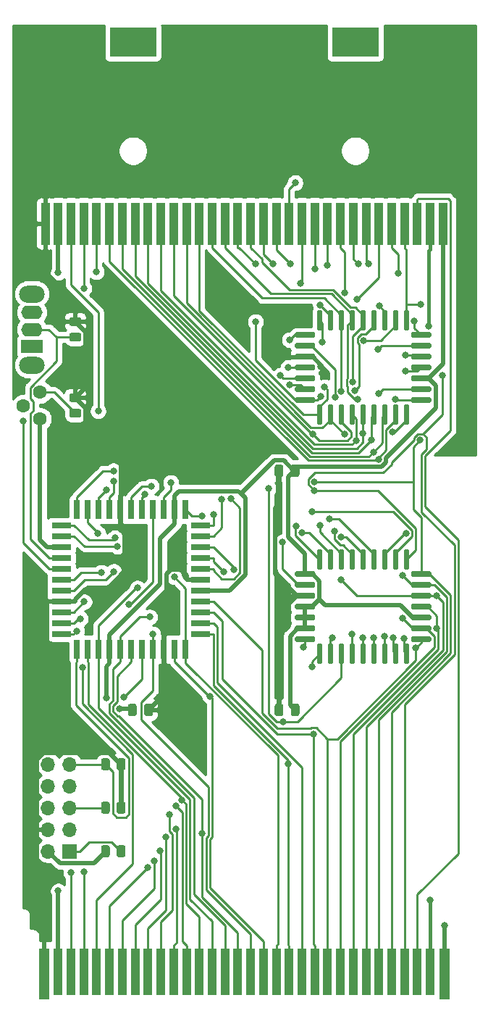
<source format=gtl>
%TF.GenerationSoftware,KiCad,Pcbnew,(5.1.10-1-10_14)*%
%TF.CreationDate,2023-03-17T01:48:03+08:00*%
%TF.ProjectId,GB_MemoryBackup_Mainboard,47425f4d-656d-46f7-9279-4261636b7570,1.1*%
%TF.SameCoordinates,Original*%
%TF.FileFunction,Copper,L1,Top*%
%TF.FilePolarity,Positive*%
%FSLAX46Y46*%
G04 Gerber Fmt 4.6, Leading zero omitted, Abs format (unit mm)*
G04 Created by KiCad (PCBNEW (5.1.10-1-10_14)) date 2023-03-17 01:48:03*
%MOMM*%
%LPD*%
G01*
G04 APERTURE LIST*
%TA.AperFunction,ConnectorPad*%
%ADD10R,1.300000X6.000000*%
%TD*%
%TA.AperFunction,ConnectorPad*%
%ADD11R,1.000000X5.500000*%
%TD*%
%TA.AperFunction,ComponentPad*%
%ADD12C,1.600000*%
%TD*%
%TA.AperFunction,SMDPad,CuDef*%
%ADD13R,0.760000X2.300000*%
%TD*%
%TA.AperFunction,SMDPad,CuDef*%
%ADD14R,2.300000X0.760000*%
%TD*%
%TA.AperFunction,ComponentPad*%
%ADD15O,3.000000X2.000000*%
%TD*%
%TA.AperFunction,ComponentPad*%
%ADD16O,2.500000X1.600000*%
%TD*%
%TA.AperFunction,ComponentPad*%
%ADD17R,2.500000X1.600000*%
%TD*%
%TA.AperFunction,ComponentPad*%
%ADD18R,1.700000X1.700000*%
%TD*%
%TA.AperFunction,ComponentPad*%
%ADD19O,1.700000X1.700000*%
%TD*%
%TA.AperFunction,SMDPad,CuDef*%
%ADD20R,5.500000X3.500000*%
%TD*%
%TA.AperFunction,SMDPad,CuDef*%
%ADD21R,1.000000X5.000000*%
%TD*%
%TA.AperFunction,ViaPad*%
%ADD22C,0.800000*%
%TD*%
%TA.AperFunction,Conductor*%
%ADD23C,0.500000*%
%TD*%
%TA.AperFunction,Conductor*%
%ADD24C,0.400000*%
%TD*%
%TA.AperFunction,Conductor*%
%ADD25C,0.250000*%
%TD*%
%TA.AperFunction,Conductor*%
%ADD26C,0.254000*%
%TD*%
%TA.AperFunction,Conductor*%
%ADD27C,0.100000*%
%TD*%
G04 APERTURE END LIST*
%TO.P,U2,32*%
%TO.N,+5V*%
%TA.AperFunction,SMDPad,CuDef*%
G36*
G01*
X97757000Y-79685000D02*
X95667000Y-79685000D01*
G75*
G02*
X95512000Y-79530000I0J155000D01*
G01*
X95512000Y-79220000D01*
G75*
G02*
X95667000Y-79065000I155000J0D01*
G01*
X97757000Y-79065000D01*
G75*
G02*
X97912000Y-79220000I0J-155000D01*
G01*
X97912000Y-79530000D01*
G75*
G02*
X97757000Y-79685000I-155000J0D01*
G01*
G37*
%TD.AperFunction*%
%TO.P,U2,31*%
%TO.N,/~AWR*%
%TA.AperFunction,SMDPad,CuDef*%
G36*
G01*
X97757000Y-78415000D02*
X95667000Y-78415000D01*
G75*
G02*
X95512000Y-78260000I0J155000D01*
G01*
X95512000Y-77950000D01*
G75*
G02*
X95667000Y-77795000I155000J0D01*
G01*
X97757000Y-77795000D01*
G75*
G02*
X97912000Y-77950000I0J-155000D01*
G01*
X97912000Y-78260000D01*
G75*
G02*
X97757000Y-78415000I-155000J0D01*
G01*
G37*
%TD.AperFunction*%
%TO.P,U2,30*%
%TO.N,/F040_A17*%
%TA.AperFunction,SMDPad,CuDef*%
G36*
G01*
X97757000Y-77145000D02*
X95667000Y-77145000D01*
G75*
G02*
X95512000Y-76990000I0J155000D01*
G01*
X95512000Y-76680000D01*
G75*
G02*
X95667000Y-76525000I155000J0D01*
G01*
X97757000Y-76525000D01*
G75*
G02*
X97912000Y-76680000I0J-155000D01*
G01*
X97912000Y-76990000D01*
G75*
G02*
X97757000Y-77145000I-155000J0D01*
G01*
G37*
%TD.AperFunction*%
%TO.P,U2,29*%
%TO.N,/F040_A14*%
%TA.AperFunction,SMDPad,CuDef*%
G36*
G01*
X98580000Y-76342000D02*
X98270000Y-76342000D01*
G75*
G02*
X98115000Y-76187000I0J155000D01*
G01*
X98115000Y-74097000D01*
G75*
G02*
X98270000Y-73942000I155000J0D01*
G01*
X98580000Y-73942000D01*
G75*
G02*
X98735000Y-74097000I0J-155000D01*
G01*
X98735000Y-76187000D01*
G75*
G02*
X98580000Y-76342000I-155000J0D01*
G01*
G37*
%TD.AperFunction*%
%TO.P,U2,28*%
%TO.N,/AA13*%
%TA.AperFunction,SMDPad,CuDef*%
G36*
G01*
X99850000Y-76342000D02*
X99540000Y-76342000D01*
G75*
G02*
X99385000Y-76187000I0J155000D01*
G01*
X99385000Y-74097000D01*
G75*
G02*
X99540000Y-73942000I155000J0D01*
G01*
X99850000Y-73942000D01*
G75*
G02*
X100005000Y-74097000I0J-155000D01*
G01*
X100005000Y-76187000D01*
G75*
G02*
X99850000Y-76342000I-155000J0D01*
G01*
G37*
%TD.AperFunction*%
%TO.P,U2,27*%
%TO.N,/AA8*%
%TA.AperFunction,SMDPad,CuDef*%
G36*
G01*
X101120000Y-76342000D02*
X100810000Y-76342000D01*
G75*
G02*
X100655000Y-76187000I0J155000D01*
G01*
X100655000Y-74097000D01*
G75*
G02*
X100810000Y-73942000I155000J0D01*
G01*
X101120000Y-73942000D01*
G75*
G02*
X101275000Y-74097000I0J-155000D01*
G01*
X101275000Y-76187000D01*
G75*
G02*
X101120000Y-76342000I-155000J0D01*
G01*
G37*
%TD.AperFunction*%
%TO.P,U2,26*%
%TO.N,/AA9*%
%TA.AperFunction,SMDPad,CuDef*%
G36*
G01*
X102390000Y-76342000D02*
X102080000Y-76342000D01*
G75*
G02*
X101925000Y-76187000I0J155000D01*
G01*
X101925000Y-74097000D01*
G75*
G02*
X102080000Y-73942000I155000J0D01*
G01*
X102390000Y-73942000D01*
G75*
G02*
X102545000Y-74097000I0J-155000D01*
G01*
X102545000Y-76187000D01*
G75*
G02*
X102390000Y-76342000I-155000J0D01*
G01*
G37*
%TD.AperFunction*%
%TO.P,U2,25*%
%TO.N,/AA11*%
%TA.AperFunction,SMDPad,CuDef*%
G36*
G01*
X103660000Y-76342000D02*
X103350000Y-76342000D01*
G75*
G02*
X103195000Y-76187000I0J155000D01*
G01*
X103195000Y-74097000D01*
G75*
G02*
X103350000Y-73942000I155000J0D01*
G01*
X103660000Y-73942000D01*
G75*
G02*
X103815000Y-74097000I0J-155000D01*
G01*
X103815000Y-76187000D01*
G75*
G02*
X103660000Y-76342000I-155000J0D01*
G01*
G37*
%TD.AperFunction*%
%TO.P,U2,24*%
%TO.N,/~ARD*%
%TA.AperFunction,SMDPad,CuDef*%
G36*
G01*
X104930000Y-76342000D02*
X104620000Y-76342000D01*
G75*
G02*
X104465000Y-76187000I0J155000D01*
G01*
X104465000Y-74097000D01*
G75*
G02*
X104620000Y-73942000I155000J0D01*
G01*
X104930000Y-73942000D01*
G75*
G02*
X105085000Y-74097000I0J-155000D01*
G01*
X105085000Y-76187000D01*
G75*
G02*
X104930000Y-76342000I-155000J0D01*
G01*
G37*
%TD.AperFunction*%
%TO.P,U2,23*%
%TO.N,/AA10*%
%TA.AperFunction,SMDPad,CuDef*%
G36*
G01*
X106200000Y-76342000D02*
X105890000Y-76342000D01*
G75*
G02*
X105735000Y-76187000I0J155000D01*
G01*
X105735000Y-74097000D01*
G75*
G02*
X105890000Y-73942000I155000J0D01*
G01*
X106200000Y-73942000D01*
G75*
G02*
X106355000Y-74097000I0J-155000D01*
G01*
X106355000Y-76187000D01*
G75*
G02*
X106200000Y-76342000I-155000J0D01*
G01*
G37*
%TD.AperFunction*%
%TO.P,U2,22*%
%TO.N,/~F_CE_040*%
%TA.AperFunction,SMDPad,CuDef*%
G36*
G01*
X107470000Y-76342000D02*
X107160000Y-76342000D01*
G75*
G02*
X107005000Y-76187000I0J155000D01*
G01*
X107005000Y-74097000D01*
G75*
G02*
X107160000Y-73942000I155000J0D01*
G01*
X107470000Y-73942000D01*
G75*
G02*
X107625000Y-74097000I0J-155000D01*
G01*
X107625000Y-76187000D01*
G75*
G02*
X107470000Y-76342000I-155000J0D01*
G01*
G37*
%TD.AperFunction*%
%TO.P,U2,21*%
%TO.N,/AD7*%
%TA.AperFunction,SMDPad,CuDef*%
G36*
G01*
X108740000Y-76342000D02*
X108430000Y-76342000D01*
G75*
G02*
X108275000Y-76187000I0J155000D01*
G01*
X108275000Y-74097000D01*
G75*
G02*
X108430000Y-73942000I155000J0D01*
G01*
X108740000Y-73942000D01*
G75*
G02*
X108895000Y-74097000I0J-155000D01*
G01*
X108895000Y-76187000D01*
G75*
G02*
X108740000Y-76342000I-155000J0D01*
G01*
G37*
%TD.AperFunction*%
%TO.P,U2,20*%
%TO.N,/AD6*%
%TA.AperFunction,SMDPad,CuDef*%
G36*
G01*
X111343000Y-77145000D02*
X109253000Y-77145000D01*
G75*
G02*
X109098000Y-76990000I0J155000D01*
G01*
X109098000Y-76680000D01*
G75*
G02*
X109253000Y-76525000I155000J0D01*
G01*
X111343000Y-76525000D01*
G75*
G02*
X111498000Y-76680000I0J-155000D01*
G01*
X111498000Y-76990000D01*
G75*
G02*
X111343000Y-77145000I-155000J0D01*
G01*
G37*
%TD.AperFunction*%
%TO.P,U2,19*%
%TO.N,/AD5*%
%TA.AperFunction,SMDPad,CuDef*%
G36*
G01*
X111343000Y-78415000D02*
X109253000Y-78415000D01*
G75*
G02*
X109098000Y-78260000I0J155000D01*
G01*
X109098000Y-77950000D01*
G75*
G02*
X109253000Y-77795000I155000J0D01*
G01*
X111343000Y-77795000D01*
G75*
G02*
X111498000Y-77950000I0J-155000D01*
G01*
X111498000Y-78260000D01*
G75*
G02*
X111343000Y-78415000I-155000J0D01*
G01*
G37*
%TD.AperFunction*%
%TO.P,U2,18*%
%TO.N,/AD4*%
%TA.AperFunction,SMDPad,CuDef*%
G36*
G01*
X111343000Y-79685000D02*
X109253000Y-79685000D01*
G75*
G02*
X109098000Y-79530000I0J155000D01*
G01*
X109098000Y-79220000D01*
G75*
G02*
X109253000Y-79065000I155000J0D01*
G01*
X111343000Y-79065000D01*
G75*
G02*
X111498000Y-79220000I0J-155000D01*
G01*
X111498000Y-79530000D01*
G75*
G02*
X111343000Y-79685000I-155000J0D01*
G01*
G37*
%TD.AperFunction*%
%TO.P,U2,17*%
%TO.N,/AD3*%
%TA.AperFunction,SMDPad,CuDef*%
G36*
G01*
X111343000Y-80955000D02*
X109253000Y-80955000D01*
G75*
G02*
X109098000Y-80800000I0J155000D01*
G01*
X109098000Y-80490000D01*
G75*
G02*
X109253000Y-80335000I155000J0D01*
G01*
X111343000Y-80335000D01*
G75*
G02*
X111498000Y-80490000I0J-155000D01*
G01*
X111498000Y-80800000D01*
G75*
G02*
X111343000Y-80955000I-155000J0D01*
G01*
G37*
%TD.AperFunction*%
%TO.P,U2,16*%
%TO.N,GND*%
%TA.AperFunction,SMDPad,CuDef*%
G36*
G01*
X111343000Y-82225000D02*
X109253000Y-82225000D01*
G75*
G02*
X109098000Y-82070000I0J155000D01*
G01*
X109098000Y-81760000D01*
G75*
G02*
X109253000Y-81605000I155000J0D01*
G01*
X111343000Y-81605000D01*
G75*
G02*
X111498000Y-81760000I0J-155000D01*
G01*
X111498000Y-82070000D01*
G75*
G02*
X111343000Y-82225000I-155000J0D01*
G01*
G37*
%TD.AperFunction*%
%TO.P,U2,15*%
%TO.N,/AD2*%
%TA.AperFunction,SMDPad,CuDef*%
G36*
G01*
X111343000Y-83495000D02*
X109253000Y-83495000D01*
G75*
G02*
X109098000Y-83340000I0J155000D01*
G01*
X109098000Y-83030000D01*
G75*
G02*
X109253000Y-82875000I155000J0D01*
G01*
X111343000Y-82875000D01*
G75*
G02*
X111498000Y-83030000I0J-155000D01*
G01*
X111498000Y-83340000D01*
G75*
G02*
X111343000Y-83495000I-155000J0D01*
G01*
G37*
%TD.AperFunction*%
%TO.P,U2,14*%
%TO.N,/AD1*%
%TA.AperFunction,SMDPad,CuDef*%
G36*
G01*
X111343000Y-84765000D02*
X109253000Y-84765000D01*
G75*
G02*
X109098000Y-84610000I0J155000D01*
G01*
X109098000Y-84300000D01*
G75*
G02*
X109253000Y-84145000I155000J0D01*
G01*
X111343000Y-84145000D01*
G75*
G02*
X111498000Y-84300000I0J-155000D01*
G01*
X111498000Y-84610000D01*
G75*
G02*
X111343000Y-84765000I-155000J0D01*
G01*
G37*
%TD.AperFunction*%
%TO.P,U2,13*%
%TO.N,/AD0*%
%TA.AperFunction,SMDPad,CuDef*%
G36*
G01*
X108740000Y-87348000D02*
X108430000Y-87348000D01*
G75*
G02*
X108275000Y-87193000I0J155000D01*
G01*
X108275000Y-85103000D01*
G75*
G02*
X108430000Y-84948000I155000J0D01*
G01*
X108740000Y-84948000D01*
G75*
G02*
X108895000Y-85103000I0J-155000D01*
G01*
X108895000Y-87193000D01*
G75*
G02*
X108740000Y-87348000I-155000J0D01*
G01*
G37*
%TD.AperFunction*%
%TO.P,U2,12*%
%TO.N,/AA0*%
%TA.AperFunction,SMDPad,CuDef*%
G36*
G01*
X107470000Y-87348000D02*
X107160000Y-87348000D01*
G75*
G02*
X107005000Y-87193000I0J155000D01*
G01*
X107005000Y-85103000D01*
G75*
G02*
X107160000Y-84948000I155000J0D01*
G01*
X107470000Y-84948000D01*
G75*
G02*
X107625000Y-85103000I0J-155000D01*
G01*
X107625000Y-87193000D01*
G75*
G02*
X107470000Y-87348000I-155000J0D01*
G01*
G37*
%TD.AperFunction*%
%TO.P,U2,11*%
%TO.N,/AA1*%
%TA.AperFunction,SMDPad,CuDef*%
G36*
G01*
X106200000Y-87348000D02*
X105890000Y-87348000D01*
G75*
G02*
X105735000Y-87193000I0J155000D01*
G01*
X105735000Y-85103000D01*
G75*
G02*
X105890000Y-84948000I155000J0D01*
G01*
X106200000Y-84948000D01*
G75*
G02*
X106355000Y-85103000I0J-155000D01*
G01*
X106355000Y-87193000D01*
G75*
G02*
X106200000Y-87348000I-155000J0D01*
G01*
G37*
%TD.AperFunction*%
%TO.P,U2,10*%
%TO.N,/AA2*%
%TA.AperFunction,SMDPad,CuDef*%
G36*
G01*
X104930000Y-87348000D02*
X104620000Y-87348000D01*
G75*
G02*
X104465000Y-87193000I0J155000D01*
G01*
X104465000Y-85103000D01*
G75*
G02*
X104620000Y-84948000I155000J0D01*
G01*
X104930000Y-84948000D01*
G75*
G02*
X105085000Y-85103000I0J-155000D01*
G01*
X105085000Y-87193000D01*
G75*
G02*
X104930000Y-87348000I-155000J0D01*
G01*
G37*
%TD.AperFunction*%
%TO.P,U2,9*%
%TO.N,/AA3*%
%TA.AperFunction,SMDPad,CuDef*%
G36*
G01*
X103660000Y-87348000D02*
X103350000Y-87348000D01*
G75*
G02*
X103195000Y-87193000I0J155000D01*
G01*
X103195000Y-85103000D01*
G75*
G02*
X103350000Y-84948000I155000J0D01*
G01*
X103660000Y-84948000D01*
G75*
G02*
X103815000Y-85103000I0J-155000D01*
G01*
X103815000Y-87193000D01*
G75*
G02*
X103660000Y-87348000I-155000J0D01*
G01*
G37*
%TD.AperFunction*%
%TO.P,U2,8*%
%TO.N,/AA4*%
%TA.AperFunction,SMDPad,CuDef*%
G36*
G01*
X102390000Y-87348000D02*
X102080000Y-87348000D01*
G75*
G02*
X101925000Y-87193000I0J155000D01*
G01*
X101925000Y-85103000D01*
G75*
G02*
X102080000Y-84948000I155000J0D01*
G01*
X102390000Y-84948000D01*
G75*
G02*
X102545000Y-85103000I0J-155000D01*
G01*
X102545000Y-87193000D01*
G75*
G02*
X102390000Y-87348000I-155000J0D01*
G01*
G37*
%TD.AperFunction*%
%TO.P,U2,7*%
%TO.N,/AA5*%
%TA.AperFunction,SMDPad,CuDef*%
G36*
G01*
X101120000Y-87348000D02*
X100810000Y-87348000D01*
G75*
G02*
X100655000Y-87193000I0J155000D01*
G01*
X100655000Y-85103000D01*
G75*
G02*
X100810000Y-84948000I155000J0D01*
G01*
X101120000Y-84948000D01*
G75*
G02*
X101275000Y-85103000I0J-155000D01*
G01*
X101275000Y-87193000D01*
G75*
G02*
X101120000Y-87348000I-155000J0D01*
G01*
G37*
%TD.AperFunction*%
%TO.P,U2,6*%
%TO.N,/AA6*%
%TA.AperFunction,SMDPad,CuDef*%
G36*
G01*
X99850000Y-87348000D02*
X99540000Y-87348000D01*
G75*
G02*
X99385000Y-87193000I0J155000D01*
G01*
X99385000Y-85103000D01*
G75*
G02*
X99540000Y-84948000I155000J0D01*
G01*
X99850000Y-84948000D01*
G75*
G02*
X100005000Y-85103000I0J-155000D01*
G01*
X100005000Y-87193000D01*
G75*
G02*
X99850000Y-87348000I-155000J0D01*
G01*
G37*
%TD.AperFunction*%
%TO.P,U2,5*%
%TO.N,/AA7*%
%TA.AperFunction,SMDPad,CuDef*%
G36*
G01*
X98580000Y-87348000D02*
X98270000Y-87348000D01*
G75*
G02*
X98115000Y-87193000I0J155000D01*
G01*
X98115000Y-85103000D01*
G75*
G02*
X98270000Y-84948000I155000J0D01*
G01*
X98580000Y-84948000D01*
G75*
G02*
X98735000Y-85103000I0J-155000D01*
G01*
X98735000Y-87193000D01*
G75*
G02*
X98580000Y-87348000I-155000J0D01*
G01*
G37*
%TD.AperFunction*%
%TO.P,U2,4*%
%TO.N,/AA12*%
%TA.AperFunction,SMDPad,CuDef*%
G36*
G01*
X97757000Y-84765000D02*
X95667000Y-84765000D01*
G75*
G02*
X95512000Y-84610000I0J155000D01*
G01*
X95512000Y-84300000D01*
G75*
G02*
X95667000Y-84145000I155000J0D01*
G01*
X97757000Y-84145000D01*
G75*
G02*
X97912000Y-84300000I0J-155000D01*
G01*
X97912000Y-84610000D01*
G75*
G02*
X97757000Y-84765000I-155000J0D01*
G01*
G37*
%TD.AperFunction*%
%TO.P,U2,3*%
%TO.N,/F040_A15*%
%TA.AperFunction,SMDPad,CuDef*%
G36*
G01*
X97757000Y-83495000D02*
X95667000Y-83495000D01*
G75*
G02*
X95512000Y-83340000I0J155000D01*
G01*
X95512000Y-83030000D01*
G75*
G02*
X95667000Y-82875000I155000J0D01*
G01*
X97757000Y-82875000D01*
G75*
G02*
X97912000Y-83030000I0J-155000D01*
G01*
X97912000Y-83340000D01*
G75*
G02*
X97757000Y-83495000I-155000J0D01*
G01*
G37*
%TD.AperFunction*%
%TO.P,U2,2*%
%TO.N,/F040_A16*%
%TA.AperFunction,SMDPad,CuDef*%
G36*
G01*
X97757000Y-82225000D02*
X95667000Y-82225000D01*
G75*
G02*
X95512000Y-82070000I0J155000D01*
G01*
X95512000Y-81760000D01*
G75*
G02*
X95667000Y-81605000I155000J0D01*
G01*
X97757000Y-81605000D01*
G75*
G02*
X97912000Y-81760000I0J-155000D01*
G01*
X97912000Y-82070000D01*
G75*
G02*
X97757000Y-82225000I-155000J0D01*
G01*
G37*
%TD.AperFunction*%
%TO.P,U2,1*%
%TO.N,/F040_A18*%
%TA.AperFunction,SMDPad,CuDef*%
G36*
G01*
X97757000Y-80955000D02*
X95667000Y-80955000D01*
G75*
G02*
X95512000Y-80800000I0J155000D01*
G01*
X95512000Y-80490000D01*
G75*
G02*
X95667000Y-80335000I155000J0D01*
G01*
X97757000Y-80335000D01*
G75*
G02*
X97912000Y-80490000I0J-155000D01*
G01*
X97912000Y-80800000D01*
G75*
G02*
X97757000Y-80955000I-155000J0D01*
G01*
G37*
%TD.AperFunction*%
%TD*%
%TO.P,U1,32*%
%TO.N,+5V*%
%TA.AperFunction,SMDPad,CuDef*%
G36*
G01*
X97757000Y-107625000D02*
X95667000Y-107625000D01*
G75*
G02*
X95512000Y-107470000I0J155000D01*
G01*
X95512000Y-107160000D01*
G75*
G02*
X95667000Y-107005000I155000J0D01*
G01*
X97757000Y-107005000D01*
G75*
G02*
X97912000Y-107160000I0J-155000D01*
G01*
X97912000Y-107470000D01*
G75*
G02*
X97757000Y-107625000I-155000J0D01*
G01*
G37*
%TD.AperFunction*%
%TO.P,U1,31*%
%TO.N,/~AWR*%
%TA.AperFunction,SMDPad,CuDef*%
G36*
G01*
X97757000Y-106355000D02*
X95667000Y-106355000D01*
G75*
G02*
X95512000Y-106200000I0J155000D01*
G01*
X95512000Y-105890000D01*
G75*
G02*
X95667000Y-105735000I155000J0D01*
G01*
X97757000Y-105735000D01*
G75*
G02*
X97912000Y-105890000I0J-155000D01*
G01*
X97912000Y-106200000D01*
G75*
G02*
X97757000Y-106355000I-155000J0D01*
G01*
G37*
%TD.AperFunction*%
%TO.P,U1,30*%
%TO.N,GND*%
%TA.AperFunction,SMDPad,CuDef*%
G36*
G01*
X97757000Y-105085000D02*
X95667000Y-105085000D01*
G75*
G02*
X95512000Y-104930000I0J155000D01*
G01*
X95512000Y-104620000D01*
G75*
G02*
X95667000Y-104465000I155000J0D01*
G01*
X97757000Y-104465000D01*
G75*
G02*
X97912000Y-104620000I0J-155000D01*
G01*
X97912000Y-104930000D01*
G75*
G02*
X97757000Y-105085000I-155000J0D01*
G01*
G37*
%TD.AperFunction*%
%TO.P,U1,29*%
%TO.N,/F010_A14*%
%TA.AperFunction,SMDPad,CuDef*%
G36*
G01*
X98580000Y-104282000D02*
X98270000Y-104282000D01*
G75*
G02*
X98115000Y-104127000I0J155000D01*
G01*
X98115000Y-102037000D01*
G75*
G02*
X98270000Y-101882000I155000J0D01*
G01*
X98580000Y-101882000D01*
G75*
G02*
X98735000Y-102037000I0J-155000D01*
G01*
X98735000Y-104127000D01*
G75*
G02*
X98580000Y-104282000I-155000J0D01*
G01*
G37*
%TD.AperFunction*%
%TO.P,U1,28*%
%TO.N,/AA13*%
%TA.AperFunction,SMDPad,CuDef*%
G36*
G01*
X99850000Y-104282000D02*
X99540000Y-104282000D01*
G75*
G02*
X99385000Y-104127000I0J155000D01*
G01*
X99385000Y-102037000D01*
G75*
G02*
X99540000Y-101882000I155000J0D01*
G01*
X99850000Y-101882000D01*
G75*
G02*
X100005000Y-102037000I0J-155000D01*
G01*
X100005000Y-104127000D01*
G75*
G02*
X99850000Y-104282000I-155000J0D01*
G01*
G37*
%TD.AperFunction*%
%TO.P,U1,27*%
%TO.N,/AA8*%
%TA.AperFunction,SMDPad,CuDef*%
G36*
G01*
X101120000Y-104282000D02*
X100810000Y-104282000D01*
G75*
G02*
X100655000Y-104127000I0J155000D01*
G01*
X100655000Y-102037000D01*
G75*
G02*
X100810000Y-101882000I155000J0D01*
G01*
X101120000Y-101882000D01*
G75*
G02*
X101275000Y-102037000I0J-155000D01*
G01*
X101275000Y-104127000D01*
G75*
G02*
X101120000Y-104282000I-155000J0D01*
G01*
G37*
%TD.AperFunction*%
%TO.P,U1,26*%
%TO.N,/AA9*%
%TA.AperFunction,SMDPad,CuDef*%
G36*
G01*
X102390000Y-104282000D02*
X102080000Y-104282000D01*
G75*
G02*
X101925000Y-104127000I0J155000D01*
G01*
X101925000Y-102037000D01*
G75*
G02*
X102080000Y-101882000I155000J0D01*
G01*
X102390000Y-101882000D01*
G75*
G02*
X102545000Y-102037000I0J-155000D01*
G01*
X102545000Y-104127000D01*
G75*
G02*
X102390000Y-104282000I-155000J0D01*
G01*
G37*
%TD.AperFunction*%
%TO.P,U1,25*%
%TO.N,/AA11*%
%TA.AperFunction,SMDPad,CuDef*%
G36*
G01*
X103660000Y-104282000D02*
X103350000Y-104282000D01*
G75*
G02*
X103195000Y-104127000I0J155000D01*
G01*
X103195000Y-102037000D01*
G75*
G02*
X103350000Y-101882000I155000J0D01*
G01*
X103660000Y-101882000D01*
G75*
G02*
X103815000Y-102037000I0J-155000D01*
G01*
X103815000Y-104127000D01*
G75*
G02*
X103660000Y-104282000I-155000J0D01*
G01*
G37*
%TD.AperFunction*%
%TO.P,U1,24*%
%TO.N,/~ARD*%
%TA.AperFunction,SMDPad,CuDef*%
G36*
G01*
X104930000Y-104282000D02*
X104620000Y-104282000D01*
G75*
G02*
X104465000Y-104127000I0J155000D01*
G01*
X104465000Y-102037000D01*
G75*
G02*
X104620000Y-101882000I155000J0D01*
G01*
X104930000Y-101882000D01*
G75*
G02*
X105085000Y-102037000I0J-155000D01*
G01*
X105085000Y-104127000D01*
G75*
G02*
X104930000Y-104282000I-155000J0D01*
G01*
G37*
%TD.AperFunction*%
%TO.P,U1,23*%
%TO.N,/AA10*%
%TA.AperFunction,SMDPad,CuDef*%
G36*
G01*
X106200000Y-104282000D02*
X105890000Y-104282000D01*
G75*
G02*
X105735000Y-104127000I0J155000D01*
G01*
X105735000Y-102037000D01*
G75*
G02*
X105890000Y-101882000I155000J0D01*
G01*
X106200000Y-101882000D01*
G75*
G02*
X106355000Y-102037000I0J-155000D01*
G01*
X106355000Y-104127000D01*
G75*
G02*
X106200000Y-104282000I-155000J0D01*
G01*
G37*
%TD.AperFunction*%
%TO.P,U1,22*%
%TO.N,/~F_CE_010*%
%TA.AperFunction,SMDPad,CuDef*%
G36*
G01*
X107470000Y-104282000D02*
X107160000Y-104282000D01*
G75*
G02*
X107005000Y-104127000I0J155000D01*
G01*
X107005000Y-102037000D01*
G75*
G02*
X107160000Y-101882000I155000J0D01*
G01*
X107470000Y-101882000D01*
G75*
G02*
X107625000Y-102037000I0J-155000D01*
G01*
X107625000Y-104127000D01*
G75*
G02*
X107470000Y-104282000I-155000J0D01*
G01*
G37*
%TD.AperFunction*%
%TO.P,U1,21*%
%TO.N,/AD7*%
%TA.AperFunction,SMDPad,CuDef*%
G36*
G01*
X108740000Y-104282000D02*
X108430000Y-104282000D01*
G75*
G02*
X108275000Y-104127000I0J155000D01*
G01*
X108275000Y-102037000D01*
G75*
G02*
X108430000Y-101882000I155000J0D01*
G01*
X108740000Y-101882000D01*
G75*
G02*
X108895000Y-102037000I0J-155000D01*
G01*
X108895000Y-104127000D01*
G75*
G02*
X108740000Y-104282000I-155000J0D01*
G01*
G37*
%TD.AperFunction*%
%TO.P,U1,20*%
%TO.N,/AD6*%
%TA.AperFunction,SMDPad,CuDef*%
G36*
G01*
X111343000Y-105085000D02*
X109253000Y-105085000D01*
G75*
G02*
X109098000Y-104930000I0J155000D01*
G01*
X109098000Y-104620000D01*
G75*
G02*
X109253000Y-104465000I155000J0D01*
G01*
X111343000Y-104465000D01*
G75*
G02*
X111498000Y-104620000I0J-155000D01*
G01*
X111498000Y-104930000D01*
G75*
G02*
X111343000Y-105085000I-155000J0D01*
G01*
G37*
%TD.AperFunction*%
%TO.P,U1,19*%
%TO.N,/AD5*%
%TA.AperFunction,SMDPad,CuDef*%
G36*
G01*
X111343000Y-106355000D02*
X109253000Y-106355000D01*
G75*
G02*
X109098000Y-106200000I0J155000D01*
G01*
X109098000Y-105890000D01*
G75*
G02*
X109253000Y-105735000I155000J0D01*
G01*
X111343000Y-105735000D01*
G75*
G02*
X111498000Y-105890000I0J-155000D01*
G01*
X111498000Y-106200000D01*
G75*
G02*
X111343000Y-106355000I-155000J0D01*
G01*
G37*
%TD.AperFunction*%
%TO.P,U1,18*%
%TO.N,/AD4*%
%TA.AperFunction,SMDPad,CuDef*%
G36*
G01*
X111343000Y-107625000D02*
X109253000Y-107625000D01*
G75*
G02*
X109098000Y-107470000I0J155000D01*
G01*
X109098000Y-107160000D01*
G75*
G02*
X109253000Y-107005000I155000J0D01*
G01*
X111343000Y-107005000D01*
G75*
G02*
X111498000Y-107160000I0J-155000D01*
G01*
X111498000Y-107470000D01*
G75*
G02*
X111343000Y-107625000I-155000J0D01*
G01*
G37*
%TD.AperFunction*%
%TO.P,U1,17*%
%TO.N,/AD3*%
%TA.AperFunction,SMDPad,CuDef*%
G36*
G01*
X111343000Y-108895000D02*
X109253000Y-108895000D01*
G75*
G02*
X109098000Y-108740000I0J155000D01*
G01*
X109098000Y-108430000D01*
G75*
G02*
X109253000Y-108275000I155000J0D01*
G01*
X111343000Y-108275000D01*
G75*
G02*
X111498000Y-108430000I0J-155000D01*
G01*
X111498000Y-108740000D01*
G75*
G02*
X111343000Y-108895000I-155000J0D01*
G01*
G37*
%TD.AperFunction*%
%TO.P,U1,16*%
%TO.N,GND*%
%TA.AperFunction,SMDPad,CuDef*%
G36*
G01*
X111343000Y-110165000D02*
X109253000Y-110165000D01*
G75*
G02*
X109098000Y-110010000I0J155000D01*
G01*
X109098000Y-109700000D01*
G75*
G02*
X109253000Y-109545000I155000J0D01*
G01*
X111343000Y-109545000D01*
G75*
G02*
X111498000Y-109700000I0J-155000D01*
G01*
X111498000Y-110010000D01*
G75*
G02*
X111343000Y-110165000I-155000J0D01*
G01*
G37*
%TD.AperFunction*%
%TO.P,U1,15*%
%TO.N,/AD2*%
%TA.AperFunction,SMDPad,CuDef*%
G36*
G01*
X111343000Y-111435000D02*
X109253000Y-111435000D01*
G75*
G02*
X109098000Y-111280000I0J155000D01*
G01*
X109098000Y-110970000D01*
G75*
G02*
X109253000Y-110815000I155000J0D01*
G01*
X111343000Y-110815000D01*
G75*
G02*
X111498000Y-110970000I0J-155000D01*
G01*
X111498000Y-111280000D01*
G75*
G02*
X111343000Y-111435000I-155000J0D01*
G01*
G37*
%TD.AperFunction*%
%TO.P,U1,14*%
%TO.N,/AD1*%
%TA.AperFunction,SMDPad,CuDef*%
G36*
G01*
X111343000Y-112705000D02*
X109253000Y-112705000D01*
G75*
G02*
X109098000Y-112550000I0J155000D01*
G01*
X109098000Y-112240000D01*
G75*
G02*
X109253000Y-112085000I155000J0D01*
G01*
X111343000Y-112085000D01*
G75*
G02*
X111498000Y-112240000I0J-155000D01*
G01*
X111498000Y-112550000D01*
G75*
G02*
X111343000Y-112705000I-155000J0D01*
G01*
G37*
%TD.AperFunction*%
%TO.P,U1,13*%
%TO.N,/AD0*%
%TA.AperFunction,SMDPad,CuDef*%
G36*
G01*
X108740000Y-115288000D02*
X108430000Y-115288000D01*
G75*
G02*
X108275000Y-115133000I0J155000D01*
G01*
X108275000Y-113043000D01*
G75*
G02*
X108430000Y-112888000I155000J0D01*
G01*
X108740000Y-112888000D01*
G75*
G02*
X108895000Y-113043000I0J-155000D01*
G01*
X108895000Y-115133000D01*
G75*
G02*
X108740000Y-115288000I-155000J0D01*
G01*
G37*
%TD.AperFunction*%
%TO.P,U1,12*%
%TO.N,/AA0*%
%TA.AperFunction,SMDPad,CuDef*%
G36*
G01*
X107470000Y-115288000D02*
X107160000Y-115288000D01*
G75*
G02*
X107005000Y-115133000I0J155000D01*
G01*
X107005000Y-113043000D01*
G75*
G02*
X107160000Y-112888000I155000J0D01*
G01*
X107470000Y-112888000D01*
G75*
G02*
X107625000Y-113043000I0J-155000D01*
G01*
X107625000Y-115133000D01*
G75*
G02*
X107470000Y-115288000I-155000J0D01*
G01*
G37*
%TD.AperFunction*%
%TO.P,U1,11*%
%TO.N,/AA1*%
%TA.AperFunction,SMDPad,CuDef*%
G36*
G01*
X106200000Y-115288000D02*
X105890000Y-115288000D01*
G75*
G02*
X105735000Y-115133000I0J155000D01*
G01*
X105735000Y-113043000D01*
G75*
G02*
X105890000Y-112888000I155000J0D01*
G01*
X106200000Y-112888000D01*
G75*
G02*
X106355000Y-113043000I0J-155000D01*
G01*
X106355000Y-115133000D01*
G75*
G02*
X106200000Y-115288000I-155000J0D01*
G01*
G37*
%TD.AperFunction*%
%TO.P,U1,10*%
%TO.N,/AA2*%
%TA.AperFunction,SMDPad,CuDef*%
G36*
G01*
X104930000Y-115288000D02*
X104620000Y-115288000D01*
G75*
G02*
X104465000Y-115133000I0J155000D01*
G01*
X104465000Y-113043000D01*
G75*
G02*
X104620000Y-112888000I155000J0D01*
G01*
X104930000Y-112888000D01*
G75*
G02*
X105085000Y-113043000I0J-155000D01*
G01*
X105085000Y-115133000D01*
G75*
G02*
X104930000Y-115288000I-155000J0D01*
G01*
G37*
%TD.AperFunction*%
%TO.P,U1,9*%
%TO.N,/AA3*%
%TA.AperFunction,SMDPad,CuDef*%
G36*
G01*
X103660000Y-115288000D02*
X103350000Y-115288000D01*
G75*
G02*
X103195000Y-115133000I0J155000D01*
G01*
X103195000Y-113043000D01*
G75*
G02*
X103350000Y-112888000I155000J0D01*
G01*
X103660000Y-112888000D01*
G75*
G02*
X103815000Y-113043000I0J-155000D01*
G01*
X103815000Y-115133000D01*
G75*
G02*
X103660000Y-115288000I-155000J0D01*
G01*
G37*
%TD.AperFunction*%
%TO.P,U1,8*%
%TO.N,/AA4*%
%TA.AperFunction,SMDPad,CuDef*%
G36*
G01*
X102390000Y-115288000D02*
X102080000Y-115288000D01*
G75*
G02*
X101925000Y-115133000I0J155000D01*
G01*
X101925000Y-113043000D01*
G75*
G02*
X102080000Y-112888000I155000J0D01*
G01*
X102390000Y-112888000D01*
G75*
G02*
X102545000Y-113043000I0J-155000D01*
G01*
X102545000Y-115133000D01*
G75*
G02*
X102390000Y-115288000I-155000J0D01*
G01*
G37*
%TD.AperFunction*%
%TO.P,U1,7*%
%TO.N,/AA5*%
%TA.AperFunction,SMDPad,CuDef*%
G36*
G01*
X101120000Y-115288000D02*
X100810000Y-115288000D01*
G75*
G02*
X100655000Y-115133000I0J155000D01*
G01*
X100655000Y-113043000D01*
G75*
G02*
X100810000Y-112888000I155000J0D01*
G01*
X101120000Y-112888000D01*
G75*
G02*
X101275000Y-113043000I0J-155000D01*
G01*
X101275000Y-115133000D01*
G75*
G02*
X101120000Y-115288000I-155000J0D01*
G01*
G37*
%TD.AperFunction*%
%TO.P,U1,6*%
%TO.N,/AA6*%
%TA.AperFunction,SMDPad,CuDef*%
G36*
G01*
X99850000Y-115288000D02*
X99540000Y-115288000D01*
G75*
G02*
X99385000Y-115133000I0J155000D01*
G01*
X99385000Y-113043000D01*
G75*
G02*
X99540000Y-112888000I155000J0D01*
G01*
X99850000Y-112888000D01*
G75*
G02*
X100005000Y-113043000I0J-155000D01*
G01*
X100005000Y-115133000D01*
G75*
G02*
X99850000Y-115288000I-155000J0D01*
G01*
G37*
%TD.AperFunction*%
%TO.P,U1,5*%
%TO.N,/AA7*%
%TA.AperFunction,SMDPad,CuDef*%
G36*
G01*
X98580000Y-115288000D02*
X98270000Y-115288000D01*
G75*
G02*
X98115000Y-115133000I0J155000D01*
G01*
X98115000Y-113043000D01*
G75*
G02*
X98270000Y-112888000I155000J0D01*
G01*
X98580000Y-112888000D01*
G75*
G02*
X98735000Y-113043000I0J-155000D01*
G01*
X98735000Y-115133000D01*
G75*
G02*
X98580000Y-115288000I-155000J0D01*
G01*
G37*
%TD.AperFunction*%
%TO.P,U1,4*%
%TO.N,/AA12*%
%TA.AperFunction,SMDPad,CuDef*%
G36*
G01*
X97757000Y-112705000D02*
X95667000Y-112705000D01*
G75*
G02*
X95512000Y-112550000I0J155000D01*
G01*
X95512000Y-112240000D01*
G75*
G02*
X95667000Y-112085000I155000J0D01*
G01*
X97757000Y-112085000D01*
G75*
G02*
X97912000Y-112240000I0J-155000D01*
G01*
X97912000Y-112550000D01*
G75*
G02*
X97757000Y-112705000I-155000J0D01*
G01*
G37*
%TD.AperFunction*%
%TO.P,U1,3*%
%TO.N,GND*%
%TA.AperFunction,SMDPad,CuDef*%
G36*
G01*
X97757000Y-111435000D02*
X95667000Y-111435000D01*
G75*
G02*
X95512000Y-111280000I0J155000D01*
G01*
X95512000Y-110970000D01*
G75*
G02*
X95667000Y-110815000I155000J0D01*
G01*
X97757000Y-110815000D01*
G75*
G02*
X97912000Y-110970000I0J-155000D01*
G01*
X97912000Y-111280000D01*
G75*
G02*
X97757000Y-111435000I-155000J0D01*
G01*
G37*
%TD.AperFunction*%
%TO.P,U1,2*%
%TA.AperFunction,SMDPad,CuDef*%
G36*
G01*
X97757000Y-110165000D02*
X95667000Y-110165000D01*
G75*
G02*
X95512000Y-110010000I0J155000D01*
G01*
X95512000Y-109700000D01*
G75*
G02*
X95667000Y-109545000I155000J0D01*
G01*
X97757000Y-109545000D01*
G75*
G02*
X97912000Y-109700000I0J-155000D01*
G01*
X97912000Y-110010000D01*
G75*
G02*
X97757000Y-110165000I-155000J0D01*
G01*
G37*
%TD.AperFunction*%
%TO.P,U1,1*%
%TA.AperFunction,SMDPad,CuDef*%
G36*
G01*
X97757000Y-108895000D02*
X95667000Y-108895000D01*
G75*
G02*
X95512000Y-108740000I0J155000D01*
G01*
X95512000Y-108430000D01*
G75*
G02*
X95667000Y-108275000I155000J0D01*
G01*
X97757000Y-108275000D01*
G75*
G02*
X97912000Y-108430000I0J-155000D01*
G01*
X97912000Y-108740000D01*
G75*
G02*
X97757000Y-108895000I-155000J0D01*
G01*
G37*
%TD.AperFunction*%
%TD*%
D10*
%TO.P,J1,32*%
%TO.N,GND*%
X113000000Y-151500000D03*
D11*
%TO.P,J1,31*%
%TO.N,/AAudioIn*%
X111350000Y-151250000D03*
%TO.P,J1,30*%
%TO.N,/~ARST*%
X109850000Y-151250000D03*
%TO.P,J1,29*%
%TO.N,/AD7*%
X108350000Y-151250000D03*
%TO.P,J1,28*%
%TO.N,/AD6*%
X106850000Y-151250000D03*
%TO.P,J1,27*%
%TO.N,/AD5*%
X105350000Y-151250000D03*
%TO.P,J1,26*%
%TO.N,/AD4*%
X103850000Y-151250000D03*
%TO.P,J1,25*%
%TO.N,/AD3*%
X102350000Y-151250000D03*
%TO.P,J1,24*%
%TO.N,/AD2*%
X100850000Y-151250000D03*
%TO.P,J1,23*%
%TO.N,/AD1*%
X99350000Y-151250000D03*
%TO.P,J1,22*%
%TO.N,/AD0*%
X97850000Y-151250000D03*
%TO.P,J1,21*%
%TO.N,/AA15*%
X96350000Y-151250000D03*
%TO.P,J1,20*%
%TO.N,/AA14*%
X94850000Y-151250000D03*
%TO.P,J1,19*%
%TO.N,/AA13*%
X93350000Y-151250000D03*
%TO.P,J1,18*%
%TO.N,/AA12*%
X91850000Y-151250000D03*
%TO.P,J1,17*%
%TO.N,/AA11*%
X90350000Y-151250000D03*
%TO.P,J1,16*%
%TO.N,/AA10*%
X88850000Y-151250000D03*
%TO.P,J1,15*%
%TO.N,/AA9*%
X87350000Y-151250000D03*
%TO.P,J1,14*%
%TO.N,/AA8*%
X85850000Y-151250000D03*
%TO.P,J1,13*%
%TO.N,/AA7*%
X84350000Y-151250000D03*
%TO.P,J1,12*%
%TO.N,/AA6*%
X82850000Y-151250000D03*
%TO.P,J1,11*%
%TO.N,/AA5*%
X81350000Y-151250000D03*
%TO.P,J1,10*%
%TO.N,/AA4*%
X79850000Y-151250000D03*
%TO.P,J1,9*%
%TO.N,/AA3*%
X78350000Y-151250000D03*
%TO.P,J1,8*%
%TO.N,/AA2*%
X76850000Y-151250000D03*
%TO.P,J1,7*%
%TO.N,/AA1*%
X75350000Y-151250000D03*
%TO.P,J1,6*%
%TO.N,/AA0*%
X73850000Y-151250000D03*
%TO.P,J1,5*%
%TO.N,/~ASRAM_CS*%
X72350000Y-151250000D03*
%TO.P,J1,4*%
%TO.N,/~ARD*%
X70850000Y-151250000D03*
%TO.P,J1,3*%
%TO.N,/~AWR*%
X69350000Y-151250000D03*
%TO.P,J1,2*%
%TO.N,/ACLK*%
X67850000Y-151250000D03*
D10*
%TO.P,J1,1*%
%TO.N,+5V*%
X66200000Y-151500000D03*
%TD*%
D12*
%TO.P,SW2,3*%
%TO.N,N/C*%
X63795000Y-85090000D03*
%TO.P,SW2,1*%
%TO.N,/~SW_2*%
X65745000Y-83541000D03*
%TO.P,SW2,2*%
%TO.N,GND*%
X65745000Y-86639000D03*
%TD*%
D13*
%TO.P,U3,39*%
%TO.N,/~F_CE_040*%
X70040500Y-97260000D03*
%TO.P,U3,38*%
%TO.N,/TDO*%
X71310500Y-97260000D03*
%TO.P,U3,37*%
%TO.N,/F040_A18*%
X72580500Y-97260000D03*
%TO.P,U3,36*%
%TO.N,/F040_A17*%
X73850500Y-97260000D03*
%TO.P,U3,35*%
%TO.N,+5V*%
X75120500Y-97260000D03*
%TO.P,U3,34*%
%TO.N,/F040_A16*%
X76390500Y-97260000D03*
%TO.P,U3,33*%
%TO.N,/F040_A15*%
X77660500Y-97260000D03*
%TO.P,U3,32*%
%TO.N,/TCK*%
X78930500Y-97260000D03*
%TO.P,U3,31*%
%TO.N,/F040_A14*%
X80200500Y-97260000D03*
%TO.P,U3,30*%
%TO.N,GND*%
X81470500Y-97260000D03*
%TO.P,U3,29*%
%TO.N,/AD7*%
X82740500Y-97260000D03*
D14*
%TO.P,U3,28*%
%TO.N,/AD6*%
X84540500Y-99060000D03*
%TO.P,U3,27*%
%TO.N,/AD5*%
X84540500Y-100330000D03*
%TO.P,U3,26*%
%TO.N,/AD4*%
X84540500Y-101600000D03*
%TO.P,U3,25*%
%TO.N,/AD3*%
X84540500Y-102870000D03*
%TO.P,U3,24*%
%TO.N,/AD2*%
X84540500Y-104140000D03*
%TO.P,U3,23*%
%TO.N,+5V*%
X84540500Y-105410000D03*
%TO.P,U3,22*%
%TO.N,GND*%
X84540500Y-106680000D03*
%TO.P,U3,21*%
%TO.N,/AD1*%
X84540500Y-107950000D03*
%TO.P,U3,20*%
%TO.N,/AD0*%
X84540500Y-109220000D03*
%TO.P,U3,19*%
%TO.N,/AA15*%
X84540500Y-110490000D03*
%TO.P,U3,18*%
%TO.N,/AA14*%
X84540500Y-111760000D03*
D13*
%TO.P,U3,17*%
%TO.N,/AA13*%
X82740500Y-113560000D03*
%TO.P,U3,16*%
%TO.N,/AA12*%
X81470500Y-113560000D03*
%TO.P,U3,15*%
%TO.N,+5V*%
X80200500Y-113560000D03*
%TO.P,U3,14*%
%TO.N,/AA11*%
X78930500Y-113560000D03*
%TO.P,U3,13*%
%TO.N,/TMS*%
X77660500Y-113560000D03*
%TO.P,U3,12*%
%TO.N,/AA10*%
X76390500Y-113560000D03*
%TO.P,U3,11*%
%TO.N,/AA9*%
X75120500Y-113560000D03*
%TO.P,U3,10*%
%TO.N,GND*%
X73850500Y-113560000D03*
%TO.P,U3,9*%
%TO.N,/AA8*%
X72580500Y-113560000D03*
%TO.P,U3,8*%
%TO.N,/AA7*%
X71310500Y-113560000D03*
%TO.P,U3,7*%
%TO.N,/TDI*%
X70040500Y-113560000D03*
D14*
%TO.P,U3,40*%
%TO.N,/~F_CE_010*%
X68240500Y-99060000D03*
%TO.P,U3,41*%
%TO.N,/F010_A14*%
X68240500Y-100330000D03*
%TO.P,U3,42*%
%TO.N,GND*%
X68240500Y-101600000D03*
%TO.P,U3,43*%
%TO.N,/~SW_1*%
X68240500Y-102870000D03*
%TO.P,U3,44*%
%TO.N,/~SW_2*%
X68240500Y-104140000D03*
%TO.P,U3,6*%
%TO.N,/~ARD_T*%
X68240500Y-111760000D03*
%TO.P,U3,5*%
%TO.N,/~AWR_T*%
X68240500Y-110490000D03*
%TO.P,U3,4*%
%TO.N,/AA15_T*%
X68240500Y-109220000D03*
%TO.P,U3,3*%
%TO.N,+5V*%
X68240500Y-107950000D03*
%TO.P,U3,2*%
%TO.N,/~ARD*%
X68240500Y-106680000D03*
%TO.P,U3,1*%
%TO.N,/~AWR*%
X68240500Y-105410000D03*
%TD*%
D15*
%TO.P,SW1,4*%
%TO.N,N/C*%
X64770000Y-72050000D03*
%TO.P,SW1,5*%
X64770000Y-80350000D03*
D16*
%TO.P,SW1,3*%
X64770000Y-74200000D03*
%TO.P,SW1,2*%
%TO.N,/~SW_1*%
X64770000Y-76200000D03*
D17*
%TO.P,SW1,1*%
%TO.N,GND*%
X64770000Y-78200000D03*
%TD*%
%TO.P,R13,2*%
%TO.N,/TCK*%
%TA.AperFunction,SMDPad,CuDef*%
G36*
G01*
X74695000Y-137610002D02*
X74695000Y-136709998D01*
G75*
G02*
X74944998Y-136460000I249998J0D01*
G01*
X75470002Y-136460000D01*
G75*
G02*
X75720000Y-136709998I0J-249998D01*
G01*
X75720000Y-137610002D01*
G75*
G02*
X75470002Y-137860000I-249998J0D01*
G01*
X74944998Y-137860000D01*
G75*
G02*
X74695000Y-137610002I0J249998D01*
G01*
G37*
%TD.AperFunction*%
%TO.P,R13,1*%
%TO.N,GND*%
%TA.AperFunction,SMDPad,CuDef*%
G36*
G01*
X72870000Y-137610002D02*
X72870000Y-136709998D01*
G75*
G02*
X73119998Y-136460000I249998J0D01*
G01*
X73645002Y-136460000D01*
G75*
G02*
X73895000Y-136709998I0J-249998D01*
G01*
X73895000Y-137610002D01*
G75*
G02*
X73645002Y-137860000I-249998J0D01*
G01*
X73119998Y-137860000D01*
G75*
G02*
X72870000Y-137610002I0J249998D01*
G01*
G37*
%TD.AperFunction*%
%TD*%
%TO.P,R12,2*%
%TO.N,+5V*%
%TA.AperFunction,SMDPad,CuDef*%
G36*
G01*
X74695000Y-127450002D02*
X74695000Y-126549998D01*
G75*
G02*
X74944998Y-126300000I249998J0D01*
G01*
X75470002Y-126300000D01*
G75*
G02*
X75720000Y-126549998I0J-249998D01*
G01*
X75720000Y-127450002D01*
G75*
G02*
X75470002Y-127700000I-249998J0D01*
G01*
X74944998Y-127700000D01*
G75*
G02*
X74695000Y-127450002I0J249998D01*
G01*
G37*
%TD.AperFunction*%
%TO.P,R12,1*%
%TO.N,/TDI*%
%TA.AperFunction,SMDPad,CuDef*%
G36*
G01*
X72870000Y-127450002D02*
X72870000Y-126549998D01*
G75*
G02*
X73119998Y-126300000I249998J0D01*
G01*
X73645002Y-126300000D01*
G75*
G02*
X73895000Y-126549998I0J-249998D01*
G01*
X73895000Y-127450002D01*
G75*
G02*
X73645002Y-127700000I-249998J0D01*
G01*
X73119998Y-127700000D01*
G75*
G02*
X72870000Y-127450002I0J249998D01*
G01*
G37*
%TD.AperFunction*%
%TD*%
%TO.P,R11,2*%
%TO.N,+5V*%
%TA.AperFunction,SMDPad,CuDef*%
G36*
G01*
X74695000Y-132530002D02*
X74695000Y-131629998D01*
G75*
G02*
X74944998Y-131380000I249998J0D01*
G01*
X75470002Y-131380000D01*
G75*
G02*
X75720000Y-131629998I0J-249998D01*
G01*
X75720000Y-132530002D01*
G75*
G02*
X75470002Y-132780000I-249998J0D01*
G01*
X74944998Y-132780000D01*
G75*
G02*
X74695000Y-132530002I0J249998D01*
G01*
G37*
%TD.AperFunction*%
%TO.P,R11,1*%
%TO.N,/TMS*%
%TA.AperFunction,SMDPad,CuDef*%
G36*
G01*
X72870000Y-132530002D02*
X72870000Y-131629998D01*
G75*
G02*
X73119998Y-131380000I249998J0D01*
G01*
X73645002Y-131380000D01*
G75*
G02*
X73895000Y-131629998I0J-249998D01*
G01*
X73895000Y-132530002D01*
G75*
G02*
X73645002Y-132780000I-249998J0D01*
G01*
X73119998Y-132780000D01*
G75*
G02*
X72870000Y-132530002I0J249998D01*
G01*
G37*
%TD.AperFunction*%
%TD*%
%TO.P,R2,2*%
%TO.N,/~SW_2*%
%TA.AperFunction,SMDPad,CuDef*%
G36*
G01*
X69399998Y-85490000D02*
X70300002Y-85490000D01*
G75*
G02*
X70550000Y-85739998I0J-249998D01*
G01*
X70550000Y-86265002D01*
G75*
G02*
X70300002Y-86515000I-249998J0D01*
G01*
X69399998Y-86515000D01*
G75*
G02*
X69150000Y-86265002I0J249998D01*
G01*
X69150000Y-85739998D01*
G75*
G02*
X69399998Y-85490000I249998J0D01*
G01*
G37*
%TD.AperFunction*%
%TO.P,R2,1*%
%TO.N,+5V*%
%TA.AperFunction,SMDPad,CuDef*%
G36*
G01*
X69399998Y-83665000D02*
X70300002Y-83665000D01*
G75*
G02*
X70550000Y-83914998I0J-249998D01*
G01*
X70550000Y-84440002D01*
G75*
G02*
X70300002Y-84690000I-249998J0D01*
G01*
X69399998Y-84690000D01*
G75*
G02*
X69150000Y-84440002I0J249998D01*
G01*
X69150000Y-83914998D01*
G75*
G02*
X69399998Y-83665000I249998J0D01*
G01*
G37*
%TD.AperFunction*%
%TD*%
%TO.P,R1,2*%
%TO.N,/~SW_1*%
%TA.AperFunction,SMDPad,CuDef*%
G36*
G01*
X69399998Y-76600000D02*
X70300002Y-76600000D01*
G75*
G02*
X70550000Y-76849998I0J-249998D01*
G01*
X70550000Y-77375002D01*
G75*
G02*
X70300002Y-77625000I-249998J0D01*
G01*
X69399998Y-77625000D01*
G75*
G02*
X69150000Y-77375002I0J249998D01*
G01*
X69150000Y-76849998D01*
G75*
G02*
X69399998Y-76600000I249998J0D01*
G01*
G37*
%TD.AperFunction*%
%TO.P,R1,1*%
%TO.N,+5V*%
%TA.AperFunction,SMDPad,CuDef*%
G36*
G01*
X69399998Y-74775000D02*
X70300002Y-74775000D01*
G75*
G02*
X70550000Y-75024998I0J-249998D01*
G01*
X70550000Y-75550002D01*
G75*
G02*
X70300002Y-75800000I-249998J0D01*
G01*
X69399998Y-75800000D01*
G75*
G02*
X69150000Y-75550002I0J249998D01*
G01*
X69150000Y-75024998D01*
G75*
G02*
X69399998Y-74775000I249998J0D01*
G01*
G37*
%TD.AperFunction*%
%TD*%
D18*
%TO.P,J3,1*%
%TO.N,/TCK*%
X69215000Y-137160000D03*
D19*
%TO.P,J3,2*%
%TO.N,GND*%
X66675000Y-137160000D03*
%TO.P,J3,3*%
%TO.N,/TDO*%
X69215000Y-134620000D03*
%TO.P,J3,4*%
%TO.N,+5V*%
X66675000Y-134620000D03*
%TO.P,J3,5*%
%TO.N,/TMS*%
X69215000Y-132080000D03*
%TO.P,J3,6*%
%TO.N,N/C*%
X66675000Y-132080000D03*
%TO.P,J3,7*%
X69215000Y-129540000D03*
%TO.P,J3,8*%
X66675000Y-129540000D03*
%TO.P,J3,9*%
%TO.N,/TDI*%
X69215000Y-127000000D03*
%TO.P,J3,10*%
%TO.N,GND*%
X66675000Y-127000000D03*
%TD*%
D20*
%TO.P,J2,SHIELD_4*%
%TO.N,N/C*%
X102600000Y-42590000D03*
%TO.P,J2,SHIELD_3*%
X76600000Y-42590000D03*
D21*
%TO.P,J2,32*%
%TO.N,GND*%
X112850000Y-63840000D03*
%TO.P,J2,31*%
%TO.N,/AAudioIn*%
X111350000Y-63840000D03*
%TO.P,J2,30*%
%TO.N,/~ARST*%
X109850000Y-63840000D03*
%TO.P,J2,29*%
%TO.N,/AD7*%
X108350000Y-63840000D03*
%TO.P,J2,28*%
%TO.N,/AD6*%
X106850000Y-63840000D03*
%TO.P,J2,27*%
%TO.N,/AD5*%
X105350000Y-63840000D03*
%TO.P,J2,26*%
%TO.N,/AD4*%
X103850000Y-63840000D03*
%TO.P,J2,25*%
%TO.N,/AD3*%
X102350000Y-63840000D03*
%TO.P,J2,24*%
%TO.N,/AD2*%
X100850000Y-63840000D03*
%TO.P,J2,23*%
%TO.N,/AD1*%
X99350000Y-63840000D03*
%TO.P,J2,22*%
%TO.N,/AD0*%
X97850000Y-63840000D03*
%TO.P,J2,21*%
%TO.N,/AA15_T*%
X96350000Y-63840000D03*
%TO.P,J2,20*%
%TO.N,/AA14*%
X94850000Y-63840000D03*
%TO.P,J2,19*%
%TO.N,/AA13*%
X93350000Y-63840000D03*
%TO.P,J2,18*%
%TO.N,/AA12*%
X91850000Y-63840000D03*
%TO.P,J2,17*%
%TO.N,/AA11*%
X90350000Y-63840000D03*
%TO.P,J2,16*%
%TO.N,/AA10*%
X88850000Y-63840000D03*
%TO.P,J2,15*%
%TO.N,/AA9*%
X87350000Y-63840000D03*
%TO.P,J2,14*%
%TO.N,/AA8*%
X85850000Y-63840000D03*
%TO.P,J2,13*%
%TO.N,/AA7*%
X84350000Y-63840000D03*
%TO.P,J2,12*%
%TO.N,/AA6*%
X82850000Y-63840000D03*
%TO.P,J2,11*%
%TO.N,/AA5*%
X81350000Y-63840000D03*
%TO.P,J2,10*%
%TO.N,/AA4*%
X79850000Y-63840000D03*
%TO.P,J2,9*%
%TO.N,/AA3*%
X78350000Y-63840000D03*
%TO.P,J2,8*%
%TO.N,/AA2*%
X76850000Y-63840000D03*
%TO.P,J2,7*%
%TO.N,/AA1*%
X75350000Y-63840000D03*
%TO.P,J2,6*%
%TO.N,/AA0*%
X73850000Y-63840000D03*
%TO.P,J2,5*%
%TO.N,/~ASRAM_CS*%
X72350000Y-63840000D03*
%TO.P,J2,4*%
%TO.N,/~ARD_T*%
X70850000Y-63840000D03*
%TO.P,J2,3*%
%TO.N,/~AWR_T*%
X69350000Y-63840000D03*
%TO.P,J2,2*%
%TO.N,/ACLK*%
X67850000Y-63840000D03*
%TO.P,J2,1*%
%TO.N,+5V*%
X66350000Y-63840000D03*
%TD*%
%TO.P,C3,2*%
%TO.N,+5V*%
%TA.AperFunction,SMDPad,CuDef*%
G36*
G01*
X77920000Y-121125000D02*
X77920000Y-120175000D01*
G75*
G02*
X78170000Y-119925000I250000J0D01*
G01*
X78670000Y-119925000D01*
G75*
G02*
X78920000Y-120175000I0J-250000D01*
G01*
X78920000Y-121125000D01*
G75*
G02*
X78670000Y-121375000I-250000J0D01*
G01*
X78170000Y-121375000D01*
G75*
G02*
X77920000Y-121125000I0J250000D01*
G01*
G37*
%TD.AperFunction*%
%TO.P,C3,1*%
%TO.N,GND*%
%TA.AperFunction,SMDPad,CuDef*%
G36*
G01*
X76020000Y-121125000D02*
X76020000Y-120175000D01*
G75*
G02*
X76270000Y-119925000I250000J0D01*
G01*
X76770000Y-119925000D01*
G75*
G02*
X77020000Y-120175000I0J-250000D01*
G01*
X77020000Y-121125000D01*
G75*
G02*
X76770000Y-121375000I-250000J0D01*
G01*
X76270000Y-121375000D01*
G75*
G02*
X76020000Y-121125000I0J250000D01*
G01*
G37*
%TD.AperFunction*%
%TD*%
%TO.P,C2,2*%
%TO.N,+5V*%
%TA.AperFunction,SMDPad,CuDef*%
G36*
G01*
X94165000Y-92235000D02*
X94165000Y-93185000D01*
G75*
G02*
X93915000Y-93435000I-250000J0D01*
G01*
X93415000Y-93435000D01*
G75*
G02*
X93165000Y-93185000I0J250000D01*
G01*
X93165000Y-92235000D01*
G75*
G02*
X93415000Y-91985000I250000J0D01*
G01*
X93915000Y-91985000D01*
G75*
G02*
X94165000Y-92235000I0J-250000D01*
G01*
G37*
%TD.AperFunction*%
%TO.P,C2,1*%
%TO.N,GND*%
%TA.AperFunction,SMDPad,CuDef*%
G36*
G01*
X96065000Y-92235000D02*
X96065000Y-93185000D01*
G75*
G02*
X95815000Y-93435000I-250000J0D01*
G01*
X95315000Y-93435000D01*
G75*
G02*
X95065000Y-93185000I0J250000D01*
G01*
X95065000Y-92235000D01*
G75*
G02*
X95315000Y-91985000I250000J0D01*
G01*
X95815000Y-91985000D01*
G75*
G02*
X96065000Y-92235000I0J-250000D01*
G01*
G37*
%TD.AperFunction*%
%TD*%
%TO.P,C1,2*%
%TO.N,+5V*%
%TA.AperFunction,SMDPad,CuDef*%
G36*
G01*
X94165000Y-120175000D02*
X94165000Y-121125000D01*
G75*
G02*
X93915000Y-121375000I-250000J0D01*
G01*
X93415000Y-121375000D01*
G75*
G02*
X93165000Y-121125000I0J250000D01*
G01*
X93165000Y-120175000D01*
G75*
G02*
X93415000Y-119925000I250000J0D01*
G01*
X93915000Y-119925000D01*
G75*
G02*
X94165000Y-120175000I0J-250000D01*
G01*
G37*
%TD.AperFunction*%
%TO.P,C1,1*%
%TO.N,GND*%
%TA.AperFunction,SMDPad,CuDef*%
G36*
G01*
X96065000Y-120175000D02*
X96065000Y-121125000D01*
G75*
G02*
X95815000Y-121375000I-250000J0D01*
G01*
X95315000Y-121375000D01*
G75*
G02*
X95065000Y-121125000I0J250000D01*
G01*
X95065000Y-120175000D01*
G75*
G02*
X95315000Y-119925000I250000J0D01*
G01*
X95815000Y-119925000D01*
G75*
G02*
X96065000Y-120175000I0J-250000D01*
G01*
G37*
%TD.AperFunction*%
%TD*%
D22*
%TO.N,+5V*%
X76271900Y-100082800D03*
X82162000Y-100082800D03*
X93580400Y-96710000D03*
X98566000Y-80532000D03*
%TO.N,GND*%
X113000000Y-145804500D03*
X75036700Y-120488500D03*
X73460200Y-119235100D03*
%TO.N,/AAudioIn*%
X111350000Y-142874000D03*
X111189700Y-75788800D03*
%TO.N,/AD7*%
X112785200Y-81606600D03*
X110260500Y-73316200D03*
X84706600Y-98009900D03*
X97830600Y-95007100D03*
%TO.N,/AD6*%
X86015800Y-97790700D03*
X97830600Y-94006700D03*
X110178200Y-89126000D03*
X109508000Y-75241300D03*
X107629700Y-69603000D03*
%TO.N,/AD5*%
X102800800Y-72656000D03*
X105232100Y-78505800D03*
X108127900Y-104909800D03*
X86989800Y-96025900D03*
%TO.N,/AD4*%
X104159100Y-68568900D03*
X108490600Y-79213200D03*
X112105600Y-107307500D03*
X88385200Y-104303900D03*
X100944700Y-105451300D03*
%TO.N,/AD3*%
X102923700Y-68568400D03*
X108487400Y-81101400D03*
X87208700Y-104542200D03*
X112107100Y-111110500D03*
%TO.N,/AD2*%
X101367200Y-71955300D03*
X108116000Y-109943600D03*
X105334600Y-83722500D03*
X88042100Y-96007100D03*
%TO.N,/AD1*%
X99350000Y-68740300D03*
X107235600Y-84345400D03*
X109688600Y-113385200D03*
%TO.N,/AD0*%
X97850000Y-69144200D03*
X97712800Y-123444400D03*
X106926300Y-88194400D03*
X108279900Y-112266600D03*
%TO.N,/AA14*%
X94777600Y-126974500D03*
X95568100Y-59066400D03*
%TO.N,/AA13*%
X98511800Y-73339900D03*
X81414400Y-105126400D03*
X96347200Y-99916900D03*
X95019100Y-68573800D03*
%TO.N,/AA12*%
X98533800Y-84044400D03*
X90931700Y-75292100D03*
X92957700Y-68567000D03*
X85619100Y-119060800D03*
X96546300Y-113310200D03*
%TO.N,/AA11*%
X78930500Y-111793700D03*
X102295000Y-82316000D03*
X100955200Y-100463300D03*
%TO.N,/AA10*%
X90900700Y-68553200D03*
X108508000Y-100059300D03*
X84674000Y-135051000D03*
X105436700Y-73477200D03*
%TO.N,/AA9*%
X78557400Y-109796700D03*
X102863200Y-84344800D03*
X100144500Y-99797500D03*
%TO.N,/AA8*%
X77117900Y-106413000D03*
X98439800Y-99097500D03*
X100964000Y-83436900D03*
%TO.N,/AA7*%
X82299200Y-131147500D03*
X99017700Y-82912400D03*
X97501100Y-115646700D03*
%TO.N,/AA6*%
X81618300Y-131881400D03*
X101357500Y-88466200D03*
X99937200Y-112225900D03*
%TO.N,/AA5*%
X92458300Y-94770700D03*
X97655300Y-88437700D03*
X81626600Y-134564400D03*
X94145000Y-122061300D03*
%TO.N,/AA4*%
X102713600Y-89161700D03*
X80847900Y-132888300D03*
X102235000Y-111827000D03*
%TO.N,/AA3*%
X103505000Y-88370500D03*
X80472300Y-135470600D03*
X103505000Y-112234400D03*
%TO.N,/AA2*%
X79718200Y-137145300D03*
X104478300Y-89081700D03*
X104775000Y-112261200D03*
%TO.N,/AA1*%
X79079900Y-138280500D03*
X104712300Y-90511400D03*
X105987700Y-112081100D03*
%TO.N,/AA0*%
X78332200Y-139028200D03*
X105286900Y-91351600D03*
X107006200Y-112255100D03*
%TO.N,/~ASRAM_CS*%
X70675500Y-115729400D03*
X72330400Y-69477700D03*
%TO.N,/~ARD*%
X74346000Y-104483100D03*
X70850000Y-139540900D03*
X99590500Y-98334600D03*
X102568800Y-83316400D03*
%TO.N,/~AWR*%
X72897800Y-104581700D03*
X100238700Y-84135300D03*
X94101500Y-101042800D03*
X69350000Y-139687200D03*
%TO.N,/ACLK*%
X67850000Y-141800600D03*
X67850000Y-69560900D03*
%TO.N,/AA15_T*%
X70910900Y-108024900D03*
X96215700Y-70845700D03*
%TO.N,/~ARD_T*%
X70012600Y-111436800D03*
X70850000Y-71410500D03*
%TO.N,/~AWR_T*%
X70435500Y-110004300D03*
X72529700Y-85744200D03*
%TO.N,/TCK*%
X76127800Y-108331800D03*
%TO.N,/TDO*%
X72516100Y-100038700D03*
%TO.N,/TMS*%
X75513800Y-119188200D03*
%TO.N,/~SW_2*%
X63777100Y-86944700D03*
%TO.N,/F010_A14*%
X95684400Y-99164900D03*
X74743900Y-101546800D03*
%TO.N,/~F_CE_010*%
X97575900Y-97491000D03*
X74479400Y-100546400D03*
%TO.N,/F040_A17*%
X94893900Y-77419600D03*
X74318000Y-93954400D03*
%TO.N,/F040_A14*%
X98730800Y-77643100D03*
X81028200Y-94094100D03*
%TO.N,/~F_CE_040*%
X103573200Y-77476200D03*
X74308700Y-92713900D03*
%TO.N,/F040_A15*%
X94909700Y-82667700D03*
X77998600Y-95496000D03*
%TO.N,/F040_A16*%
X93810500Y-81577300D03*
X78743000Y-94515400D03*
%TO.N,/F040_A18*%
X94764100Y-80645000D03*
X73509400Y-94920000D03*
%TD*%
D23*
%TO.N,+5V*%
X69890800Y-107950000D02*
X69890800Y-107722700D01*
X69890800Y-107722700D02*
X71063300Y-106550200D01*
X71063300Y-106550200D02*
X73552200Y-106550200D01*
X73552200Y-106550200D02*
X75644200Y-104458200D01*
X75644200Y-104458200D02*
X75644200Y-100082800D01*
X82162000Y-104226100D02*
X82162000Y-100082800D01*
X75644200Y-100082800D02*
X75644200Y-99434000D01*
X75644200Y-99434000D02*
X75120500Y-98910300D01*
X76271900Y-100082800D02*
X75644200Y-100082800D01*
X82162000Y-104226100D02*
X81041500Y-104226100D01*
X81041500Y-104226100D02*
X80514100Y-104753500D01*
X80514100Y-104753500D02*
X80514100Y-111596100D01*
X80514100Y-111596100D02*
X80200500Y-111909700D01*
X82890200Y-105410000D02*
X82890200Y-104954300D01*
X82890200Y-104954300D02*
X82162000Y-104226100D01*
X93580400Y-96710000D02*
X93201200Y-97089200D01*
X93201200Y-97089200D02*
X93201200Y-104752900D01*
X93201200Y-104752900D02*
X95763300Y-107315000D01*
X75120500Y-95609700D02*
X75226900Y-95503300D01*
X75226900Y-95503300D02*
X75226900Y-91765800D01*
X75226900Y-91765800D02*
X71051400Y-87590300D01*
X71051400Y-87590300D02*
X71051400Y-85378900D01*
X71051400Y-85378900D02*
X69850000Y-84177500D01*
X93665000Y-92710000D02*
X93580400Y-92794600D01*
X93580400Y-92794600D02*
X93580400Y-96710000D01*
X95763300Y-107315000D02*
X96712000Y-107315000D01*
X93665000Y-120650000D02*
X93665000Y-109413300D01*
X93665000Y-109413300D02*
X95763300Y-107315000D01*
X68240500Y-107950000D02*
X69890800Y-107950000D01*
X75120500Y-97260000D02*
X75120500Y-98910300D01*
X75120500Y-97260000D02*
X75120500Y-95609700D01*
X96712000Y-79375000D02*
X97584300Y-79375000D01*
X97584300Y-79375000D02*
X98566000Y-80356700D01*
X98566000Y-80356700D02*
X98566000Y-80532000D01*
X66590200Y-125642700D02*
X73850200Y-125642700D01*
X73850200Y-125642700D02*
X75207500Y-127000000D01*
X66590200Y-107950000D02*
X66590200Y-125642700D01*
X66590200Y-125642700D02*
X66115500Y-125642700D01*
X66115500Y-125642700D02*
X65324700Y-126433500D01*
X65324700Y-126433500D02*
X65324700Y-134620000D01*
X80200500Y-113560000D02*
X80200500Y-111909700D01*
X66200000Y-151500000D02*
X66200000Y-144865000D01*
X66200000Y-144865000D02*
X65324700Y-143989700D01*
X65324700Y-143989700D02*
X65324700Y-134620000D01*
X66675000Y-134620000D02*
X65324700Y-134620000D01*
X75207500Y-132080000D02*
X75207500Y-127000000D01*
X68240500Y-107950000D02*
X66590200Y-107950000D01*
X69850000Y-75287500D02*
X71051400Y-76488900D01*
X71051400Y-76488900D02*
X71051400Y-82976100D01*
X71051400Y-82976100D02*
X69850000Y-84177500D01*
X69850000Y-75287500D02*
X69850000Y-73055000D01*
X69850000Y-73055000D02*
X66350000Y-69555000D01*
X66350000Y-69555000D02*
X66350000Y-63840000D01*
X78420000Y-120650000D02*
X80200500Y-118869500D01*
X80200500Y-118869500D02*
X80200500Y-115210300D01*
X80200500Y-113560000D02*
X80200500Y-115210300D01*
X84540500Y-105410000D02*
X82890200Y-105410000D01*
%TO.N,GND*%
X76520000Y-120650000D02*
X76358600Y-120488600D01*
X76358600Y-120488600D02*
X75036700Y-120488600D01*
X75036700Y-120488600D02*
X75036700Y-120488500D01*
X73382500Y-137160000D02*
X72024500Y-138518000D01*
X72024500Y-138518000D02*
X68033000Y-138518000D01*
X68033000Y-138518000D02*
X66675000Y-137160000D01*
X73850500Y-115210300D02*
X73460200Y-115600600D01*
X73460200Y-115600600D02*
X73460200Y-119235100D01*
X68240500Y-101600000D02*
X66590200Y-101600000D01*
X65745000Y-86639000D02*
X65745000Y-100754800D01*
X65745000Y-100754800D02*
X66590200Y-101600000D01*
X89203300Y-95381100D02*
X88918000Y-95095800D01*
X88918000Y-95095800D02*
X81984400Y-95095800D01*
X81984400Y-95095800D02*
X81470500Y-95609700D01*
X86190800Y-106680000D02*
X87919300Y-106680000D01*
X87919300Y-106680000D02*
X89735800Y-104863500D01*
X89735800Y-104863500D02*
X89735800Y-95913600D01*
X89735800Y-95913600D02*
X89203300Y-95381100D01*
X95460100Y-92710000D02*
X94231200Y-91481100D01*
X94231200Y-91481100D02*
X93103300Y-91481100D01*
X93103300Y-91481100D02*
X89203300Y-95381100D01*
X111154700Y-81915000D02*
X112027600Y-82787900D01*
X112027600Y-82787900D02*
X112027600Y-85366500D01*
X112027600Y-85366500D02*
X108827600Y-88566500D01*
X108827600Y-88566500D02*
X108827600Y-88570700D01*
X108827600Y-88570700D02*
X106187200Y-91211100D01*
X106187200Y-91211100D02*
X106187200Y-91724600D01*
X106187200Y-91724600D02*
X105659800Y-92252000D01*
X105659800Y-92252000D02*
X96023000Y-92252000D01*
X96023000Y-92252000D02*
X95565000Y-92710000D01*
X113000000Y-145804500D02*
X113000000Y-151500000D01*
X111154700Y-81915000D02*
X112850000Y-80219700D01*
X112850000Y-80219700D02*
X112850000Y-66840300D01*
X81470500Y-97260000D02*
X81470500Y-98910300D01*
X81470500Y-98910300D02*
X79763800Y-100617000D01*
X79763800Y-100617000D02*
X79763800Y-105996400D01*
X79763800Y-105996400D02*
X73850500Y-111909700D01*
X96712000Y-104775000D02*
X96712000Y-102379900D01*
X96712000Y-102379900D02*
X94784100Y-100452000D01*
X94784100Y-100452000D02*
X94784100Y-93386000D01*
X94784100Y-93386000D02*
X95460100Y-92710000D01*
X95460100Y-92710000D02*
X95565000Y-92710000D01*
X96712000Y-111125000D02*
X96712000Y-109855000D01*
X96712000Y-111125000D02*
X95855000Y-111125000D01*
X95855000Y-111125000D02*
X94969300Y-112010700D01*
X94969300Y-112010700D02*
X94969300Y-120054300D01*
X94969300Y-120054300D02*
X95565000Y-120650000D01*
X110298000Y-109855000D02*
X109300700Y-109855000D01*
X109300700Y-109855000D02*
X107827300Y-108381600D01*
X107827300Y-108381600D02*
X99073900Y-108381600D01*
X99073900Y-108381600D02*
X98423100Y-107730800D01*
X110298000Y-81915000D02*
X111154700Y-81915000D01*
X112850000Y-63840000D02*
X112850000Y-66840300D01*
X84540500Y-106680000D02*
X86190800Y-106680000D01*
X81470500Y-97260000D02*
X81470500Y-95609700D01*
X73850500Y-113560000D02*
X73850500Y-115210300D01*
X96712000Y-104775000D02*
X96712000Y-104775100D01*
X96712000Y-104775100D02*
X97605900Y-104775100D01*
X97605900Y-104775100D02*
X98423100Y-105592300D01*
X98423100Y-105592300D02*
X98423100Y-107730800D01*
X73850500Y-113560000D02*
X73850500Y-111909700D01*
X96712000Y-108585000D02*
X97568900Y-108585000D01*
X97568900Y-108585000D02*
X98423100Y-107730800D01*
X96712000Y-108585000D02*
X96712000Y-109855000D01*
D24*
%TO.N,/AAudioIn*%
X111189700Y-75788800D02*
X111189700Y-67020600D01*
X111189700Y-67020600D02*
X111350000Y-66860300D01*
X111350000Y-142874000D02*
X111350000Y-151250000D01*
X111350000Y-63840000D02*
X111350000Y-66860300D01*
D25*
%TO.N,/~ARST*%
X109850000Y-63840000D02*
X109850000Y-61014700D01*
X109850000Y-61014700D02*
X109970100Y-60894600D01*
X109970100Y-60894600D02*
X113436100Y-60894600D01*
X113436100Y-60894600D02*
X113735200Y-61193700D01*
X113735200Y-61193700D02*
X113735200Y-87993800D01*
X113735200Y-87993800D02*
X110774100Y-90954900D01*
X110774100Y-90954900D02*
X110774100Y-96935400D01*
X110774100Y-96935400D02*
X114659400Y-100820700D01*
X114659400Y-100820700D02*
X114659400Y-137425900D01*
X114659400Y-137425900D02*
X109850000Y-142235300D01*
X109850000Y-142235300D02*
X109850000Y-151250000D01*
%TO.N,/AD7*%
X110519100Y-88397800D02*
X110903800Y-88782500D01*
X110903800Y-88782500D02*
X110903800Y-90188300D01*
X110903800Y-90188300D02*
X110322500Y-90769600D01*
X110322500Y-90769600D02*
X110322500Y-97549000D01*
X110322500Y-97549000D02*
X114200300Y-101426800D01*
X114200300Y-101426800D02*
X114200300Y-114195800D01*
X114200300Y-114195800D02*
X108350000Y-120046100D01*
X108350000Y-120046100D02*
X108350000Y-148174700D01*
X97830600Y-95007100D02*
X97805300Y-95007100D01*
X97805300Y-95007100D02*
X97105300Y-94307100D01*
X97105300Y-94307100D02*
X97105300Y-93683400D01*
X97105300Y-93683400D02*
X97856900Y-92931800D01*
X97856900Y-92931800D02*
X105864400Y-92931800D01*
X105864400Y-92931800D02*
X106812500Y-91983700D01*
X106812500Y-91983700D02*
X106812500Y-91727000D01*
X106812500Y-91727000D02*
X109452900Y-89086600D01*
X109452900Y-89086600D02*
X109452900Y-88825600D01*
X109452900Y-88825600D02*
X109880700Y-88397800D01*
X109880700Y-88397800D02*
X110519100Y-88397800D01*
X112785200Y-81606600D02*
X112785200Y-86131700D01*
X112785200Y-86131700D02*
X110519100Y-88397800D01*
X108585000Y-73316200D02*
X108585000Y-75142000D01*
X108350000Y-66665300D02*
X108585000Y-66900300D01*
X108585000Y-66900300D02*
X108585000Y-73316200D01*
X108585000Y-73316200D02*
X110260500Y-73316200D01*
X108350000Y-63840000D02*
X108350000Y-66665300D01*
X108585000Y-103082000D02*
X109688100Y-101978900D01*
X109688100Y-101978900D02*
X109688100Y-99477300D01*
X109688100Y-99477300D02*
X105217900Y-95007100D01*
X105217900Y-95007100D02*
X97830600Y-95007100D01*
X84706600Y-98009900D02*
X83490400Y-98009900D01*
X83490400Y-98009900D02*
X82740500Y-97260000D01*
X108350000Y-151250000D02*
X108350000Y-148174700D01*
%TO.N,/AD6*%
X109390600Y-94006700D02*
X109390600Y-89913600D01*
X109390600Y-89913600D02*
X110178200Y-89126000D01*
X110298000Y-76835000D02*
X109508000Y-76045000D01*
X109508000Y-76045000D02*
X109508000Y-75241300D01*
X106850000Y-66665300D02*
X107629700Y-67445000D01*
X107629700Y-67445000D02*
X107629700Y-69603000D01*
X106850000Y-148174700D02*
X106850000Y-120909200D01*
X106850000Y-120909200D02*
X113750000Y-114009200D01*
X113750000Y-114009200D02*
X113750000Y-107233900D01*
X113750000Y-107233900D02*
X111291100Y-104775000D01*
X111291100Y-104775000D02*
X110298000Y-104775000D01*
X109390600Y-94006700D02*
X109390600Y-97254300D01*
X109390600Y-97254300D02*
X110298000Y-98161700D01*
X110298000Y-98161700D02*
X110298000Y-104775000D01*
X97830600Y-94006700D02*
X109390600Y-94006700D01*
X86015800Y-99060000D02*
X86015800Y-97790700D01*
X84540500Y-99060000D02*
X86015800Y-99060000D01*
X106850000Y-63840000D02*
X106850000Y-66665300D01*
X106850000Y-151250000D02*
X106850000Y-148174700D01*
%TO.N,/AD5*%
X105350000Y-63840000D02*
X105350000Y-70106800D01*
X105350000Y-70106800D02*
X102800800Y-72656000D01*
X110298000Y-78105000D02*
X105632900Y-78105000D01*
X105632900Y-78105000D02*
X105232100Y-78505800D01*
X105350000Y-151250000D02*
X105350000Y-121772300D01*
X105350000Y-121772300D02*
X113299700Y-113822600D01*
X113299700Y-113822600D02*
X113299700Y-107475400D01*
X113299700Y-107475400D02*
X111869300Y-106045000D01*
X111869300Y-106045000D02*
X110298000Y-106045000D01*
X86015800Y-100330000D02*
X86989800Y-99356000D01*
X86989800Y-99356000D02*
X86989800Y-96025900D01*
X84540500Y-100330000D02*
X86015800Y-100330000D01*
X108127900Y-104909800D02*
X109263100Y-106045000D01*
X109263100Y-106045000D02*
X110298000Y-106045000D01*
%TO.N,/AD4*%
X103850000Y-63840000D02*
X103850000Y-68259800D01*
X103850000Y-68259800D02*
X104159100Y-68568900D01*
X86015800Y-101600000D02*
X88385200Y-103969400D01*
X88385200Y-103969400D02*
X88385200Y-104303900D01*
X108490600Y-79213200D02*
X110136200Y-79213200D01*
X110136200Y-79213200D02*
X110298000Y-79375000D01*
X112105600Y-107307500D02*
X112849400Y-108051300D01*
X112849400Y-108051300D02*
X112849400Y-113636000D01*
X112849400Y-113636000D02*
X103850000Y-122635400D01*
X103850000Y-122635400D02*
X103850000Y-151250000D01*
X110298000Y-107315000D02*
X112098100Y-107315000D01*
X112098100Y-107315000D02*
X112105600Y-107307500D01*
X110298000Y-107315000D02*
X102808400Y-107315000D01*
X102808400Y-107315000D02*
X100944700Y-105451300D01*
X84540500Y-101600000D02*
X86015800Y-101600000D01*
%TO.N,/AD3*%
X86015800Y-102870000D02*
X86015800Y-103349300D01*
X86015800Y-103349300D02*
X87208700Y-104542200D01*
X102350000Y-63840000D02*
X102350000Y-67994700D01*
X102350000Y-67994700D02*
X102923700Y-68568400D01*
X108487400Y-81101400D02*
X109841600Y-81101400D01*
X109841600Y-81101400D02*
X110298000Y-80645000D01*
X110298000Y-108585000D02*
X111052200Y-108585000D01*
X111052200Y-108585000D02*
X112107100Y-109639900D01*
X112107100Y-109639900D02*
X112107100Y-111110500D01*
X102350000Y-151250000D02*
X102350000Y-123498500D01*
X102350000Y-123498500D02*
X112292000Y-113556500D01*
X112292000Y-113556500D02*
X112292000Y-111295400D01*
X112292000Y-111295400D02*
X112107100Y-111110500D01*
X84540500Y-102870000D02*
X86015800Y-102870000D01*
%TO.N,/AD2*%
X86015800Y-104140000D02*
X86015800Y-104375000D01*
X86015800Y-104375000D02*
X86988900Y-105348100D01*
X86988900Y-105348100D02*
X88366800Y-105348100D01*
X88366800Y-105348100D02*
X89110500Y-104604400D01*
X89110500Y-104604400D02*
X89110500Y-97075500D01*
X89110500Y-97075500D02*
X88042100Y-96007100D01*
X100850000Y-66665300D02*
X101367200Y-67182500D01*
X101367200Y-67182500D02*
X101367200Y-71955300D01*
X110298000Y-83185000D02*
X105872100Y-83185000D01*
X105872100Y-83185000D02*
X105334600Y-83722500D01*
X100850000Y-63840000D02*
X100850000Y-66665300D01*
X108116000Y-109943600D02*
X109297400Y-111125000D01*
X109297400Y-111125000D02*
X110298000Y-111125000D01*
X84540500Y-104140000D02*
X86015800Y-104140000D01*
X110298000Y-111125000D02*
X110912900Y-111125000D01*
X110912900Y-111125000D02*
X111841600Y-112053700D01*
X111841600Y-112053700D02*
X111841600Y-113347600D01*
X111841600Y-113347600D02*
X100850000Y-124339200D01*
X100850000Y-124339200D02*
X100850000Y-151250000D01*
%TO.N,/AD1*%
X110298000Y-84455000D02*
X107345200Y-84455000D01*
X107345200Y-84455000D02*
X107235600Y-84345400D01*
X99350000Y-63840000D02*
X99350000Y-68740300D01*
X99350000Y-124055800D02*
X98013300Y-122719100D01*
X98013300Y-122719100D02*
X97412400Y-122719100D01*
X97412400Y-122719100D02*
X97344900Y-122786600D01*
X97344900Y-122786600D02*
X93513700Y-122786600D01*
X93513700Y-122786600D02*
X91734500Y-121007400D01*
X91734500Y-121007400D02*
X91734500Y-113668700D01*
X91734500Y-113668700D02*
X86015800Y-107950000D01*
X99350000Y-151250000D02*
X99350000Y-124055800D01*
X99350000Y-124055800D02*
X100496500Y-124055800D01*
X100496500Y-124055800D02*
X109688600Y-114863700D01*
X109688600Y-114863700D02*
X109688600Y-113385200D01*
X84540500Y-107950000D02*
X86015800Y-107950000D01*
X110298000Y-112395000D02*
X110298000Y-112775800D01*
X110298000Y-112775800D02*
X109688600Y-113385200D01*
%TO.N,/AD0*%
X108585000Y-86148000D02*
X108585000Y-86817400D01*
X108585000Y-86817400D02*
X107208000Y-88194400D01*
X107208000Y-88194400D02*
X106926300Y-88194400D01*
X97850000Y-63840000D02*
X97850000Y-69144200D01*
X97712800Y-123444400D02*
X93437900Y-123444400D01*
X93437900Y-123444400D02*
X87060700Y-117067200D01*
X87060700Y-117067200D02*
X87060700Y-110264900D01*
X87060700Y-110264900D02*
X86015800Y-109220000D01*
X97712800Y-123444400D02*
X97712800Y-148037500D01*
X97712800Y-148037500D02*
X97850000Y-148174700D01*
X84540500Y-109220000D02*
X86015800Y-109220000D01*
X97850000Y-151250000D02*
X97850000Y-148174700D01*
X108279900Y-112266600D02*
X108279900Y-113782900D01*
X108279900Y-113782900D02*
X108585000Y-114088000D01*
%TO.N,/AA15*%
X86015800Y-110490000D02*
X86466200Y-110940400D01*
X86466200Y-110940400D02*
X86466200Y-117482200D01*
X86466200Y-117482200D02*
X96350000Y-127366000D01*
X96350000Y-127366000D02*
X96350000Y-148174700D01*
X96350000Y-151250000D02*
X96350000Y-148174700D01*
X84540500Y-110490000D02*
X86015800Y-110490000D01*
%TO.N,/AA14*%
X94850000Y-148174700D02*
X94777600Y-148102300D01*
X94777600Y-148102300D02*
X94777600Y-126974500D01*
X94850000Y-63840000D02*
X94850000Y-59784500D01*
X94850000Y-59784500D02*
X95568100Y-59066400D01*
X94777600Y-126974500D02*
X94777600Y-126556500D01*
X94777600Y-126556500D02*
X86015800Y-117794700D01*
X86015800Y-117794700D02*
X86015800Y-111760000D01*
X94850000Y-151250000D02*
X94850000Y-148174700D01*
X84540500Y-111760000D02*
X86015800Y-111760000D01*
%TO.N,/AA13*%
X99695000Y-75142000D02*
X99695000Y-74523100D01*
X99695000Y-74523100D02*
X98511800Y-73339900D01*
X82740500Y-112084700D02*
X82740500Y-106452500D01*
X82740500Y-106452500D02*
X81414400Y-105126400D01*
X99695000Y-103082000D02*
X99695000Y-102414000D01*
X99695000Y-102414000D02*
X97197900Y-99916900D01*
X97197900Y-99916900D02*
X96347200Y-99916900D01*
X82740500Y-113560000D02*
X82740500Y-112084700D01*
X82740500Y-115035300D02*
X82740500Y-115156300D01*
X82740500Y-115156300D02*
X93539600Y-125955400D01*
X93539600Y-125955400D02*
X93539600Y-147985100D01*
X93539600Y-147985100D02*
X93350000Y-148174700D01*
X93350000Y-63840000D02*
X93350000Y-66904700D01*
X93350000Y-66904700D02*
X95019100Y-68573800D01*
X93350000Y-151250000D02*
X93350000Y-148174700D01*
X82740500Y-113560000D02*
X82740500Y-115035300D01*
%TO.N,/AA12*%
X91850000Y-151250000D02*
X91850000Y-147694400D01*
X91850000Y-147694400D02*
X85624600Y-141469000D01*
X85624600Y-141469000D02*
X85624600Y-135763100D01*
X85624600Y-135763100D02*
X85849600Y-135538100D01*
X85849600Y-135538100D02*
X85849600Y-119291300D01*
X85849600Y-119291300D02*
X85619100Y-119060800D01*
X81470500Y-115035300D02*
X85496000Y-119060800D01*
X85496000Y-119060800D02*
X85619100Y-119060800D01*
X96712000Y-84455000D02*
X95592400Y-84455000D01*
X95592400Y-84455000D02*
X90931700Y-79794300D01*
X90931700Y-79794300D02*
X90931700Y-75292100D01*
X96712000Y-84455000D02*
X98123200Y-84455000D01*
X98123200Y-84455000D02*
X98533800Y-84044400D01*
X96712000Y-112395000D02*
X96712000Y-113144500D01*
X96712000Y-113144500D02*
X96546300Y-113310200D01*
X91850000Y-66665300D02*
X91850000Y-67459300D01*
X91850000Y-67459300D02*
X92957700Y-68567000D01*
X91850000Y-63840000D02*
X91850000Y-66665300D01*
X81470500Y-113560000D02*
X81470500Y-115035300D01*
%TO.N,/AA11*%
X90350000Y-151250000D02*
X90350000Y-146863400D01*
X90350000Y-146863400D02*
X85174300Y-141687700D01*
X85174300Y-141687700D02*
X85174300Y-135576500D01*
X85174300Y-135576500D02*
X85399300Y-135351500D01*
X85399300Y-135351500D02*
X85399300Y-129625800D01*
X85399300Y-129625800D02*
X77541200Y-121767700D01*
X77541200Y-121767700D02*
X77541200Y-119776300D01*
X77541200Y-119776300D02*
X78930500Y-118387000D01*
X78930500Y-118387000D02*
X78930500Y-113560000D01*
X78930500Y-111793700D02*
X78930500Y-113560000D01*
X103505000Y-75142000D02*
X103505000Y-74532600D01*
X103505000Y-74532600D02*
X102577100Y-73604700D01*
X102577100Y-73604700D02*
X101990900Y-73604700D01*
X101990900Y-73604700D02*
X99961600Y-71575400D01*
X99961600Y-71575400D02*
X94883800Y-71575400D01*
X94883800Y-71575400D02*
X91656900Y-68348500D01*
X91656900Y-68348500D02*
X91656900Y-67972200D01*
X91656900Y-67972200D02*
X90350000Y-66665300D01*
X103505000Y-103082000D02*
X103505000Y-102429400D01*
X103505000Y-102429400D02*
X101538900Y-100463300D01*
X101538900Y-100463300D02*
X100955200Y-100463300D01*
X103505000Y-75142000D02*
X103505000Y-75799300D01*
X103505000Y-75799300D02*
X102295000Y-77009300D01*
X102295000Y-77009300D02*
X102295000Y-82316000D01*
X90350000Y-63840000D02*
X90350000Y-66665300D01*
%TO.N,/AA10*%
X88850000Y-151250000D02*
X88850000Y-146669200D01*
X88850000Y-146669200D02*
X84674000Y-142493200D01*
X84674000Y-142493200D02*
X84674000Y-135051000D01*
X76390500Y-115035300D02*
X74734000Y-116691800D01*
X74734000Y-116691800D02*
X74734000Y-119694800D01*
X74734000Y-119694800D02*
X74252500Y-120176300D01*
X74252500Y-120176300D02*
X74252500Y-120801000D01*
X74252500Y-120801000D02*
X74793000Y-121341500D01*
X74793000Y-121341500D02*
X74925000Y-121341500D01*
X74925000Y-121341500D02*
X84674000Y-131090500D01*
X84674000Y-131090500D02*
X84674000Y-135051000D01*
X88850000Y-66665300D02*
X89012800Y-66665300D01*
X89012800Y-66665300D02*
X90900700Y-68553200D01*
X88850000Y-63840000D02*
X88850000Y-66665300D01*
X106045000Y-75142000D02*
X106045000Y-74085500D01*
X106045000Y-74085500D02*
X105436700Y-73477200D01*
X108508000Y-100059300D02*
X108392100Y-100059300D01*
X108392100Y-100059300D02*
X106045000Y-102406400D01*
X106045000Y-102406400D02*
X106045000Y-103082000D01*
X76390500Y-113560000D02*
X76390500Y-115035300D01*
%TO.N,/AA9*%
X87350000Y-151250000D02*
X87350000Y-145854000D01*
X87350000Y-145854000D02*
X83723600Y-142227600D01*
X83723600Y-142227600D02*
X83723600Y-130908900D01*
X83723600Y-130908900D02*
X83723500Y-130908900D01*
X83723500Y-130908900D02*
X73802200Y-120987600D01*
X73802200Y-120987600D02*
X73802200Y-119989700D01*
X73802200Y-119989700D02*
X74283700Y-119508200D01*
X74283700Y-119508200D02*
X74283700Y-115872100D01*
X74283700Y-115872100D02*
X75120500Y-115035300D01*
X78557400Y-109796700D02*
X77408500Y-109796700D01*
X77408500Y-109796700D02*
X75120500Y-112084700D01*
X102235000Y-75142000D02*
X102235000Y-74485600D01*
X102235000Y-74485600D02*
X102234900Y-74485600D01*
X102234900Y-74485600D02*
X99785200Y-72035900D01*
X99785200Y-72035900D02*
X92720600Y-72035900D01*
X92720600Y-72035900D02*
X87350000Y-66665300D01*
X100144500Y-99797500D02*
X100144500Y-100678300D01*
X100144500Y-100678300D02*
X100876000Y-101409800D01*
X100876000Y-101409800D02*
X101172900Y-101409800D01*
X101172900Y-101409800D02*
X102235000Y-102471900D01*
X102235000Y-102471900D02*
X102235000Y-103082000D01*
X102235000Y-75142000D02*
X101645500Y-75731500D01*
X101645500Y-75731500D02*
X101645500Y-81939700D01*
X101645500Y-81939700D02*
X101569600Y-82015600D01*
X101569600Y-82015600D02*
X101569600Y-82797200D01*
X101569600Y-82797200D02*
X101689300Y-82916900D01*
X101689300Y-82916900D02*
X101689300Y-83513400D01*
X101689300Y-83513400D02*
X102520700Y-84344800D01*
X102520700Y-84344800D02*
X102863200Y-84344800D01*
X75120500Y-113560000D02*
X75120500Y-112084700D01*
X75120500Y-114297600D02*
X75120500Y-113560000D01*
X75120500Y-114297600D02*
X75120500Y-115035300D01*
X87350000Y-63840000D02*
X87350000Y-66665300D01*
%TO.N,/AA8*%
X72580500Y-113560000D02*
X72580500Y-120402800D01*
X72580500Y-120402800D02*
X83253800Y-131076100D01*
X83253800Y-131076100D02*
X83253800Y-142772200D01*
X83253800Y-142772200D02*
X85850000Y-145368400D01*
X85850000Y-145368400D02*
X85850000Y-151250000D01*
X77117900Y-106413000D02*
X76962000Y-106413000D01*
X76962000Y-106413000D02*
X72580500Y-110794500D01*
X72580500Y-110794500D02*
X72580500Y-113560000D01*
X85850000Y-63840000D02*
X85850000Y-66665300D01*
X85850000Y-66665300D02*
X91735100Y-72550400D01*
X91735100Y-72550400D02*
X98996400Y-72550400D01*
X98996400Y-72550400D02*
X100965000Y-74519000D01*
X100965000Y-74519000D02*
X100965000Y-75142000D01*
X100965000Y-75142000D02*
X100965000Y-83435900D01*
X100965000Y-83435900D02*
X100964000Y-83436900D01*
X98439800Y-99097500D02*
X98439800Y-99885300D01*
X98439800Y-99885300D02*
X100965000Y-102410500D01*
X100965000Y-102410500D02*
X100965000Y-103082000D01*
%TO.N,/AA7*%
X82299200Y-131147500D02*
X82803400Y-131651700D01*
X82803400Y-131651700D02*
X82803400Y-143253000D01*
X82803400Y-143253000D02*
X84350000Y-144799600D01*
X84350000Y-144799600D02*
X84350000Y-151250000D01*
X71310500Y-115035300D02*
X71400800Y-115125600D01*
X71400800Y-115125600D02*
X71400800Y-120015100D01*
X71400800Y-120015100D02*
X82299200Y-130913500D01*
X82299200Y-130913500D02*
X82299200Y-131147500D01*
X71310500Y-113560000D02*
X71310500Y-115035300D01*
X98425000Y-86148000D02*
X96491900Y-86148000D01*
X96491900Y-86148000D02*
X84350000Y-74006100D01*
X84350000Y-74006100D02*
X84350000Y-63840000D01*
X98425000Y-86148000D02*
X98425000Y-85179100D01*
X98425000Y-85179100D02*
X99278600Y-84325500D01*
X99278600Y-84325500D02*
X99278600Y-83173300D01*
X99278600Y-83173300D02*
X99017700Y-82912400D01*
X98425000Y-114088000D02*
X97501100Y-115011900D01*
X97501100Y-115011900D02*
X97501100Y-115646700D01*
%TO.N,/AA6*%
X82850000Y-148174700D02*
X82353000Y-147677700D01*
X82353000Y-147677700D02*
X82353000Y-132616100D01*
X82353000Y-132616100D02*
X81618300Y-131881400D01*
X99672500Y-86781200D02*
X98758700Y-87695000D01*
X98758700Y-87695000D02*
X97402000Y-87695000D01*
X97402000Y-87695000D02*
X82850000Y-73143000D01*
X82850000Y-73143000D02*
X82850000Y-63840000D01*
X99695000Y-86148000D02*
X99695000Y-86758700D01*
X99695000Y-86758700D02*
X99672500Y-86781200D01*
X99672500Y-86781200D02*
X101357500Y-88466200D01*
X82850000Y-151250000D02*
X82850000Y-148174700D01*
X99937200Y-112225900D02*
X99695000Y-112468100D01*
X99695000Y-112468100D02*
X99695000Y-114088000D01*
%TO.N,/AA5*%
X100965000Y-86148000D02*
X100965000Y-86988200D01*
X100965000Y-86988200D02*
X102130100Y-88153300D01*
X102130100Y-88153300D02*
X102130100Y-88719500D01*
X102130100Y-88719500D02*
X101658200Y-89191400D01*
X101658200Y-89191400D02*
X101658200Y-89191500D01*
X101658200Y-89191500D02*
X98409100Y-89191500D01*
X98409100Y-89191500D02*
X97655300Y-88437700D01*
X81350000Y-66665300D02*
X81350000Y-72279900D01*
X81350000Y-72279900D02*
X97507800Y-88437700D01*
X97507800Y-88437700D02*
X97655300Y-88437700D01*
X92458300Y-94770700D02*
X92458300Y-121094300D01*
X92458300Y-121094300D02*
X93425300Y-122061300D01*
X93425300Y-122061300D02*
X94145000Y-122061300D01*
X81350000Y-148174700D02*
X81715600Y-147809100D01*
X81715600Y-147809100D02*
X81715600Y-134653400D01*
X81715600Y-134653400D02*
X81626600Y-134564400D01*
X100965000Y-114088000D02*
X100965000Y-116918800D01*
X100965000Y-116918800D02*
X95822500Y-122061300D01*
X95822500Y-122061300D02*
X94145000Y-122061300D01*
X81350000Y-63840000D02*
X81350000Y-66665300D01*
X81350000Y-151250000D02*
X81350000Y-148174700D01*
%TO.N,/AA4*%
X102235000Y-86148000D02*
X102713600Y-86626600D01*
X102713600Y-86626600D02*
X102713600Y-89161700D01*
X102713600Y-89161700D02*
X102233500Y-89641800D01*
X102233500Y-89641800D02*
X97833700Y-89641800D01*
X97833700Y-89641800D02*
X79850000Y-71658100D01*
X79850000Y-71658100D02*
X79850000Y-66665300D01*
X79850000Y-151250000D02*
X79850000Y-145401700D01*
X79850000Y-145401700D02*
X81213100Y-144038600D01*
X81213100Y-144038600D02*
X81213100Y-135176800D01*
X81213100Y-135176800D02*
X80847900Y-134811600D01*
X80847900Y-134811600D02*
X80847900Y-132888300D01*
X102235000Y-114088000D02*
X102235000Y-111827000D01*
X79850000Y-63840000D02*
X79850000Y-66665300D01*
%TO.N,/AA3*%
X103505000Y-88370500D02*
X103505000Y-89396300D01*
X103505000Y-89396300D02*
X102807900Y-90093400D01*
X102807900Y-90093400D02*
X97648400Y-90093400D01*
X97648400Y-90093400D02*
X78350100Y-70795100D01*
X78350100Y-70795100D02*
X78350100Y-66665300D01*
X78350100Y-66665300D02*
X78350000Y-66665300D01*
X103505000Y-86148000D02*
X103505000Y-88370500D01*
X78350000Y-63840000D02*
X78350000Y-66665300D01*
X78350000Y-151250000D02*
X78350000Y-146188000D01*
X78350000Y-146188000D02*
X80472300Y-144065700D01*
X80472300Y-144065700D02*
X80472300Y-135470600D01*
X103505000Y-114088000D02*
X103505000Y-112234400D01*
%TO.N,/AA2*%
X76850000Y-151250000D02*
X76850000Y-145727300D01*
X76850000Y-145727300D02*
X79806300Y-142771000D01*
X79806300Y-142771000D02*
X79806300Y-137233400D01*
X79806300Y-137233400D02*
X79718200Y-137145300D01*
X104478300Y-89081700D02*
X104478300Y-86444700D01*
X104478300Y-86444700D02*
X104775000Y-86148000D01*
X76850000Y-63840000D02*
X76850000Y-69931900D01*
X76850000Y-69931900D02*
X97518100Y-90600000D01*
X97518100Y-90600000D02*
X102960000Y-90600000D01*
X102960000Y-90600000D02*
X104478300Y-89081700D01*
X104775000Y-114088000D02*
X104775000Y-112261200D01*
%TO.N,/AA1*%
X79079900Y-138280500D02*
X79079900Y-141541300D01*
X79079900Y-141541300D02*
X75350000Y-145271200D01*
X75350000Y-145271200D02*
X75350000Y-151250000D01*
X106045000Y-86148000D02*
X105750700Y-86442300D01*
X105750700Y-86442300D02*
X105750700Y-89473000D01*
X105750700Y-89473000D02*
X104712300Y-90511400D01*
X106045000Y-114088000D02*
X106045000Y-112138400D01*
X106045000Y-112138400D02*
X105987700Y-112081100D01*
X75350000Y-66665300D02*
X75350000Y-69129200D01*
X75350000Y-69129200D02*
X97273600Y-91052800D01*
X97273600Y-91052800D02*
X104170900Y-91052800D01*
X104170900Y-91052800D02*
X104712300Y-90511400D01*
X75350000Y-63840000D02*
X75350000Y-66665300D01*
%TO.N,/AA0*%
X73850000Y-151250000D02*
X73850000Y-143510400D01*
X73850000Y-143510400D02*
X78332200Y-139028200D01*
X107315000Y-86148000D02*
X107315000Y-86780000D01*
X107315000Y-86780000D02*
X106201000Y-87894000D01*
X106201000Y-87894000D02*
X106201000Y-90311500D01*
X106201000Y-90311500D02*
X105223900Y-91288600D01*
X73850000Y-63840000D02*
X73850000Y-68266100D01*
X73850000Y-68266100D02*
X97091500Y-91507600D01*
X97091500Y-91507600D02*
X105004900Y-91507600D01*
X105004900Y-91507600D02*
X105223900Y-91288600D01*
X105223900Y-91288600D02*
X105286900Y-91351600D01*
X107006200Y-112255100D02*
X107006200Y-113779200D01*
X107006200Y-113779200D02*
X107315000Y-114088000D01*
%TO.N,/~ASRAM_CS*%
X72350000Y-151250000D02*
X72350000Y-148174700D01*
X72350000Y-148174700D02*
X72350000Y-142886300D01*
X72350000Y-142886300D02*
X76574300Y-138662000D01*
X76574300Y-138662000D02*
X76574300Y-125825500D01*
X76574300Y-125825500D02*
X70675500Y-119926700D01*
X70675500Y-119926700D02*
X70675500Y-115729400D01*
X72350000Y-63840000D02*
X72350000Y-69458100D01*
X72350000Y-69458100D02*
X72330400Y-69477700D01*
%TO.N,/~ARD*%
X69715800Y-106680000D02*
X70969100Y-105426700D01*
X70969100Y-105426700D02*
X73402400Y-105426700D01*
X73402400Y-105426700D02*
X74346000Y-104483100D01*
X68240500Y-106680000D02*
X69715800Y-106680000D01*
X70850000Y-139540900D02*
X70850000Y-151250000D01*
X104775000Y-75142000D02*
X104775000Y-75806100D01*
X104775000Y-75806100D02*
X103830200Y-76750900D01*
X103830200Y-76750900D02*
X103272800Y-76750900D01*
X103272800Y-76750900D02*
X102847900Y-77175800D01*
X102847900Y-77175800D02*
X102847900Y-77776600D01*
X102847900Y-77776600D02*
X103040400Y-77969100D01*
X103040400Y-77969100D02*
X103040400Y-82844800D01*
X103040400Y-82844800D02*
X102568800Y-83316400D01*
X104775000Y-103082000D02*
X104775000Y-102436300D01*
X104775000Y-102436300D02*
X100673400Y-98334700D01*
X100673400Y-98334700D02*
X99590500Y-98334700D01*
X99590500Y-98334700D02*
X99590500Y-98334600D01*
%TO.N,/~AWR*%
X69350000Y-151250000D02*
X69350000Y-139687200D01*
X68240500Y-105410000D02*
X69715800Y-105410000D01*
X72897800Y-104581700D02*
X70544100Y-104581700D01*
X70544100Y-104581700D02*
X69715800Y-105410000D01*
X96712000Y-106045000D02*
X95967900Y-106045000D01*
X95967900Y-106045000D02*
X94101500Y-104178600D01*
X94101500Y-104178600D02*
X94101500Y-101042800D01*
X96712000Y-78105000D02*
X97417200Y-78105000D01*
X97417200Y-78105000D02*
X100238700Y-80926500D01*
X100238700Y-80926500D02*
X100238700Y-84135300D01*
D23*
%TO.N,/ACLK*%
X67850000Y-63840000D02*
X67850000Y-69560900D01*
X67850000Y-141800600D02*
X67850000Y-151250000D01*
D25*
%TO.N,/AA15_T*%
X69715800Y-109220000D02*
X70910900Y-108024900D01*
X96350000Y-66665300D02*
X96350000Y-70711400D01*
X96350000Y-70711400D02*
X96215700Y-70845700D01*
X96350000Y-63840000D02*
X96350000Y-66665300D01*
X68240500Y-109220000D02*
X69715800Y-109220000D01*
%TO.N,/~ARD_T*%
X70850000Y-63840000D02*
X70850000Y-71410500D01*
X70012600Y-111436800D02*
X69715800Y-111733600D01*
X69715800Y-111733600D02*
X69715800Y-111760000D01*
X68240500Y-111760000D02*
X69715800Y-111760000D01*
%TO.N,/~AWR_T*%
X70435500Y-110004300D02*
X70201500Y-110004300D01*
X70201500Y-110004300D02*
X69715800Y-110490000D01*
X68240500Y-110490000D02*
X69715800Y-110490000D01*
X69350000Y-63840000D02*
X69350000Y-71010500D01*
X69350000Y-71010500D02*
X72529700Y-74190200D01*
X72529700Y-74190200D02*
X72529700Y-85744200D01*
%TO.N,/TCK*%
X76127800Y-108331800D02*
X76276800Y-108331800D01*
X76276800Y-108331800D02*
X78930500Y-105678100D01*
X78930500Y-105678100D02*
X78930500Y-98735300D01*
X69215000Y-137160000D02*
X70390300Y-137160000D01*
X70390300Y-137160000D02*
X71487000Y-136063300D01*
X71487000Y-136063300D02*
X74110800Y-136063300D01*
X74110800Y-136063300D02*
X75207500Y-137160000D01*
X78930500Y-97260000D02*
X78930500Y-98735300D01*
%TO.N,/TDO*%
X71310500Y-98735300D02*
X72516100Y-99940900D01*
X72516100Y-99940900D02*
X72516100Y-100038700D01*
X71310500Y-97260000D02*
X71310500Y-98735300D01*
%TO.N,/TMS*%
X77660500Y-113560000D02*
X77660500Y-117041500D01*
X77660500Y-117041500D02*
X75513800Y-119188200D01*
X69215000Y-132080000D02*
X73382500Y-132080000D01*
%TO.N,/TDI*%
X70040500Y-113560000D02*
X70040500Y-115035300D01*
X70040500Y-115035300D02*
X69950200Y-115125600D01*
X69950200Y-115125600D02*
X69950200Y-120091300D01*
X69950200Y-120091300D02*
X76122900Y-126264000D01*
X76122900Y-126264000D02*
X76122900Y-132811500D01*
X76122900Y-132811500D02*
X75742700Y-133191700D01*
X75742700Y-133191700D02*
X74714600Y-133191700D01*
X74714600Y-133191700D02*
X74270000Y-132747100D01*
X74270000Y-132747100D02*
X74270000Y-127887500D01*
X74270000Y-127887500D02*
X73382500Y-127000000D01*
X69215000Y-127000000D02*
X73382500Y-127000000D01*
%TO.N,/~SW_1*%
X67653800Y-77112500D02*
X67653800Y-79915400D01*
X67653800Y-79915400D02*
X64591300Y-82977900D01*
X64591300Y-82977900D02*
X64591300Y-84258500D01*
X64591300Y-84258500D02*
X64947200Y-84614400D01*
X64947200Y-84614400D02*
X64947200Y-85652000D01*
X64947200Y-85652000D02*
X64569200Y-86030000D01*
X64569200Y-86030000D02*
X64569200Y-100674000D01*
X64569200Y-100674000D02*
X66765200Y-102870000D01*
X64770000Y-76200000D02*
X66741300Y-76200000D01*
X66741300Y-76200000D02*
X67653800Y-77112500D01*
X69850000Y-77112500D02*
X67653800Y-77112500D01*
X68240500Y-102870000D02*
X66765200Y-102870000D01*
%TO.N,/~SW_2*%
X66765200Y-104140000D02*
X63777100Y-101151900D01*
X63777100Y-101151900D02*
X63777100Y-86944700D01*
X68240500Y-104140000D02*
X66765200Y-104140000D01*
X69850000Y-86002500D02*
X67388500Y-83541000D01*
X67388500Y-83541000D02*
X65745000Y-83541000D01*
%TO.N,/F010_A14*%
X98425000Y-103082000D02*
X95621900Y-100278900D01*
X95621900Y-100278900D02*
X95621900Y-99227400D01*
X95621900Y-99227400D02*
X95684400Y-99164900D01*
X69715800Y-100330000D02*
X70932600Y-101546800D01*
X70932600Y-101546800D02*
X74743900Y-101546800D01*
X68240500Y-100330000D02*
X69715800Y-100330000D01*
%TO.N,/~F_CE_010*%
X107315000Y-103082000D02*
X107315000Y-102278100D01*
X107315000Y-102278100D02*
X109237800Y-100355300D01*
X109237800Y-100355300D02*
X109237800Y-99711700D01*
X109237800Y-99711700D02*
X107017100Y-97491000D01*
X107017100Y-97491000D02*
X97575900Y-97491000D01*
X69715800Y-99060000D02*
X71431900Y-100776100D01*
X71431900Y-100776100D02*
X74249700Y-100776100D01*
X74249700Y-100776100D02*
X74479400Y-100546400D01*
X68240500Y-99060000D02*
X69715800Y-99060000D01*
%TO.N,/F040_A17*%
X73850500Y-97260000D02*
X73850500Y-95784700D01*
X94893900Y-77419600D02*
X95478500Y-76835000D01*
X95478500Y-76835000D02*
X96712000Y-76835000D01*
X73850500Y-95784700D02*
X74318000Y-95317200D01*
X74318000Y-95317200D02*
X74318000Y-93954400D01*
%TO.N,/F040_A14*%
X80200500Y-95784700D02*
X81028200Y-94957000D01*
X81028200Y-94957000D02*
X81028200Y-94094100D01*
X80200500Y-97260000D02*
X80200500Y-95784700D01*
X98425000Y-75142000D02*
X98730800Y-75447800D01*
X98730800Y-75447800D02*
X98730800Y-77643100D01*
%TO.N,/~F_CE_040*%
X70040500Y-95784700D02*
X73111300Y-92713900D01*
X73111300Y-92713900D02*
X74308700Y-92713900D01*
X107315000Y-75142000D02*
X107315000Y-75767000D01*
X107315000Y-75767000D02*
X105605800Y-77476200D01*
X105605800Y-77476200D02*
X103573200Y-77476200D01*
X70040500Y-97260000D02*
X70040500Y-95784700D01*
%TO.N,/F040_A15*%
X77660500Y-95784700D02*
X77709900Y-95784700D01*
X77709900Y-95784700D02*
X77998600Y-95496000D01*
X77660500Y-97260000D02*
X77660500Y-95784700D01*
X94909700Y-82667700D02*
X96194700Y-82667700D01*
X96194700Y-82667700D02*
X96712000Y-83185000D01*
%TO.N,/F040_A16*%
X93810500Y-81577300D02*
X94148200Y-81915000D01*
X94148200Y-81915000D02*
X96712000Y-81915000D01*
X76390500Y-95784700D02*
X77659800Y-94515400D01*
X77659800Y-94515400D02*
X78743000Y-94515400D01*
X76390500Y-97260000D02*
X76390500Y-95784700D01*
%TO.N,/F040_A18*%
X94764100Y-80645000D02*
X96712000Y-80645000D01*
X72580500Y-97260000D02*
X72580500Y-95784700D01*
X72580500Y-95784700D02*
X72644700Y-95784700D01*
X72644700Y-95784700D02*
X73509400Y-94920000D01*
%TD*%
D26*
%TO.N,+5V*%
X66201401Y-104651003D02*
X66225199Y-104680001D01*
X66254197Y-104703799D01*
X66340924Y-104774974D01*
X66472953Y-104845546D01*
X66482044Y-104848304D01*
X66464688Y-104905518D01*
X66452428Y-105030000D01*
X66452428Y-105790000D01*
X66464688Y-105914482D01*
X66500998Y-106034180D01*
X66506782Y-106045000D01*
X66500998Y-106055820D01*
X66464688Y-106175518D01*
X66452428Y-106300000D01*
X66452428Y-107060000D01*
X66464688Y-107184482D01*
X66500998Y-107304180D01*
X66506782Y-107315000D01*
X66500998Y-107325820D01*
X66464688Y-107445518D01*
X66452428Y-107570000D01*
X66455500Y-107664250D01*
X66614250Y-107823000D01*
X68113500Y-107823000D01*
X68113500Y-107803000D01*
X68367500Y-107803000D01*
X68367500Y-107823000D01*
X68387500Y-107823000D01*
X68387500Y-108077000D01*
X68367500Y-108077000D01*
X68367500Y-108097000D01*
X68113500Y-108097000D01*
X68113500Y-108077000D01*
X66614250Y-108077000D01*
X66455500Y-108235750D01*
X66452428Y-108330000D01*
X66464688Y-108454482D01*
X66500998Y-108574180D01*
X66506782Y-108585000D01*
X66500998Y-108595820D01*
X66464688Y-108715518D01*
X66452428Y-108840000D01*
X66452428Y-109600000D01*
X66464688Y-109724482D01*
X66500998Y-109844180D01*
X66506782Y-109855000D01*
X66500998Y-109865820D01*
X66464688Y-109985518D01*
X66452428Y-110110000D01*
X66452428Y-110870000D01*
X66464688Y-110994482D01*
X66500998Y-111114180D01*
X66506782Y-111125000D01*
X66500998Y-111135820D01*
X66464688Y-111255518D01*
X66452428Y-111380000D01*
X66452428Y-112140000D01*
X66464688Y-112264482D01*
X66500998Y-112384180D01*
X66559963Y-112494494D01*
X66639315Y-112591185D01*
X66736006Y-112670537D01*
X66846320Y-112729502D01*
X66966018Y-112765812D01*
X67090500Y-112778072D01*
X69022428Y-112778072D01*
X69022428Y-114710000D01*
X69034688Y-114834482D01*
X69070998Y-114954180D01*
X69129963Y-115064494D01*
X69187399Y-115134480D01*
X69190200Y-115162923D01*
X69190201Y-120053968D01*
X69186524Y-120091300D01*
X69190201Y-120128633D01*
X69199587Y-120223924D01*
X69201198Y-120240285D01*
X69244654Y-120383546D01*
X69315226Y-120515576D01*
X69386401Y-120602302D01*
X69410200Y-120631301D01*
X69439198Y-120655099D01*
X74484408Y-125700309D01*
X74450820Y-125710498D01*
X74340506Y-125769463D01*
X74243815Y-125848815D01*
X74219637Y-125878276D01*
X74138387Y-125811595D01*
X73984852Y-125729528D01*
X73818256Y-125678992D01*
X73645002Y-125661928D01*
X73119998Y-125661928D01*
X72946744Y-125678992D01*
X72780148Y-125729528D01*
X72626613Y-125811595D01*
X72492038Y-125922038D01*
X72381595Y-126056613D01*
X72299528Y-126210148D01*
X72290473Y-126240000D01*
X70493178Y-126240000D01*
X70368475Y-126053368D01*
X70161632Y-125846525D01*
X69918411Y-125684010D01*
X69648158Y-125572068D01*
X69361260Y-125515000D01*
X69068740Y-125515000D01*
X68781842Y-125572068D01*
X68511589Y-125684010D01*
X68268368Y-125846525D01*
X68061525Y-126053368D01*
X67945000Y-126227760D01*
X67828475Y-126053368D01*
X67621632Y-125846525D01*
X67378411Y-125684010D01*
X67108158Y-125572068D01*
X66821260Y-125515000D01*
X66528740Y-125515000D01*
X66241842Y-125572068D01*
X65971589Y-125684010D01*
X65728368Y-125846525D01*
X65521525Y-126053368D01*
X65359010Y-126296589D01*
X65247068Y-126566842D01*
X65190000Y-126853740D01*
X65190000Y-127146260D01*
X65247068Y-127433158D01*
X65359010Y-127703411D01*
X65521525Y-127946632D01*
X65728368Y-128153475D01*
X65902760Y-128270000D01*
X65728368Y-128386525D01*
X65521525Y-128593368D01*
X65359010Y-128836589D01*
X65247068Y-129106842D01*
X65190000Y-129393740D01*
X65190000Y-129686260D01*
X65247068Y-129973158D01*
X65359010Y-130243411D01*
X65521525Y-130486632D01*
X65728368Y-130693475D01*
X65902760Y-130810000D01*
X65728368Y-130926525D01*
X65521525Y-131133368D01*
X65359010Y-131376589D01*
X65247068Y-131646842D01*
X65190000Y-131933740D01*
X65190000Y-132226260D01*
X65247068Y-132513158D01*
X65359010Y-132783411D01*
X65521525Y-133026632D01*
X65728368Y-133233475D01*
X65910534Y-133355195D01*
X65793645Y-133424822D01*
X65577412Y-133619731D01*
X65403359Y-133853080D01*
X65278175Y-134115901D01*
X65233524Y-134263110D01*
X65354845Y-134493000D01*
X66548000Y-134493000D01*
X66548000Y-134473000D01*
X66802000Y-134473000D01*
X66802000Y-134493000D01*
X66822000Y-134493000D01*
X66822000Y-134747000D01*
X66802000Y-134747000D01*
X66802000Y-134767000D01*
X66548000Y-134767000D01*
X66548000Y-134747000D01*
X65354845Y-134747000D01*
X65233524Y-134976890D01*
X65278175Y-135124099D01*
X65403359Y-135386920D01*
X65577412Y-135620269D01*
X65793645Y-135815178D01*
X65910534Y-135884805D01*
X65728368Y-136006525D01*
X65521525Y-136213368D01*
X65359010Y-136456589D01*
X65247068Y-136726842D01*
X65190000Y-137013740D01*
X65190000Y-137306260D01*
X65247068Y-137593158D01*
X65359010Y-137863411D01*
X65521525Y-138106632D01*
X65728368Y-138313475D01*
X65971589Y-138475990D01*
X66241842Y-138587932D01*
X66528740Y-138645000D01*
X66821260Y-138645000D01*
X66893960Y-138630539D01*
X67376470Y-139113049D01*
X67404183Y-139146817D01*
X67437951Y-139174530D01*
X67437953Y-139174532D01*
X67471424Y-139202001D01*
X67538941Y-139257411D01*
X67692687Y-139339589D01*
X67859510Y-139390195D01*
X67989523Y-139403000D01*
X67989533Y-139403000D01*
X68032999Y-139407281D01*
X68076466Y-139403000D01*
X68351254Y-139403000D01*
X68315000Y-139585261D01*
X68315000Y-139789139D01*
X68354774Y-139989098D01*
X68432795Y-140177456D01*
X68546063Y-140346974D01*
X68590001Y-140390912D01*
X68590001Y-141076890D01*
X68509774Y-140996663D01*
X68340256Y-140883395D01*
X68151898Y-140805374D01*
X67951939Y-140765600D01*
X67748061Y-140765600D01*
X67548102Y-140805374D01*
X67359744Y-140883395D01*
X67190226Y-140996663D01*
X67046063Y-141140826D01*
X66932795Y-141310344D01*
X66854774Y-141498702D01*
X66815000Y-141698661D01*
X66815000Y-141902539D01*
X66854774Y-142102498D01*
X66932795Y-142290856D01*
X66965000Y-142339054D01*
X66965001Y-147637500D01*
X65685000Y-147637500D01*
X65685000Y-146933646D01*
X65688314Y-146900000D01*
X65675088Y-146765717D01*
X65635919Y-146636594D01*
X65572312Y-146517593D01*
X65486711Y-146413289D01*
X65382407Y-146327688D01*
X65263406Y-146264081D01*
X65134283Y-146224912D01*
X65033647Y-146215000D01*
X65000000Y-146211686D01*
X64966353Y-146215000D01*
X64585000Y-146215000D01*
X64585000Y-144533646D01*
X64588314Y-144500000D01*
X64575088Y-144365717D01*
X64535919Y-144236594D01*
X64472312Y-144117593D01*
X64386711Y-144013289D01*
X64282407Y-143927688D01*
X64163406Y-143864081D01*
X64034283Y-143824912D01*
X63933647Y-143815000D01*
X63900000Y-143811686D01*
X63866353Y-143815000D01*
X63785000Y-143815000D01*
X63785000Y-102234601D01*
X66201401Y-104651003D01*
%TA.AperFunction,Conductor*%
D27*
G36*
X66201401Y-104651003D02*
G01*
X66225199Y-104680001D01*
X66254197Y-104703799D01*
X66340924Y-104774974D01*
X66472953Y-104845546D01*
X66482044Y-104848304D01*
X66464688Y-104905518D01*
X66452428Y-105030000D01*
X66452428Y-105790000D01*
X66464688Y-105914482D01*
X66500998Y-106034180D01*
X66506782Y-106045000D01*
X66500998Y-106055820D01*
X66464688Y-106175518D01*
X66452428Y-106300000D01*
X66452428Y-107060000D01*
X66464688Y-107184482D01*
X66500998Y-107304180D01*
X66506782Y-107315000D01*
X66500998Y-107325820D01*
X66464688Y-107445518D01*
X66452428Y-107570000D01*
X66455500Y-107664250D01*
X66614250Y-107823000D01*
X68113500Y-107823000D01*
X68113500Y-107803000D01*
X68367500Y-107803000D01*
X68367500Y-107823000D01*
X68387500Y-107823000D01*
X68387500Y-108077000D01*
X68367500Y-108077000D01*
X68367500Y-108097000D01*
X68113500Y-108097000D01*
X68113500Y-108077000D01*
X66614250Y-108077000D01*
X66455500Y-108235750D01*
X66452428Y-108330000D01*
X66464688Y-108454482D01*
X66500998Y-108574180D01*
X66506782Y-108585000D01*
X66500998Y-108595820D01*
X66464688Y-108715518D01*
X66452428Y-108840000D01*
X66452428Y-109600000D01*
X66464688Y-109724482D01*
X66500998Y-109844180D01*
X66506782Y-109855000D01*
X66500998Y-109865820D01*
X66464688Y-109985518D01*
X66452428Y-110110000D01*
X66452428Y-110870000D01*
X66464688Y-110994482D01*
X66500998Y-111114180D01*
X66506782Y-111125000D01*
X66500998Y-111135820D01*
X66464688Y-111255518D01*
X66452428Y-111380000D01*
X66452428Y-112140000D01*
X66464688Y-112264482D01*
X66500998Y-112384180D01*
X66559963Y-112494494D01*
X66639315Y-112591185D01*
X66736006Y-112670537D01*
X66846320Y-112729502D01*
X66966018Y-112765812D01*
X67090500Y-112778072D01*
X69022428Y-112778072D01*
X69022428Y-114710000D01*
X69034688Y-114834482D01*
X69070998Y-114954180D01*
X69129963Y-115064494D01*
X69187399Y-115134480D01*
X69190200Y-115162923D01*
X69190201Y-120053968D01*
X69186524Y-120091300D01*
X69190201Y-120128633D01*
X69199587Y-120223924D01*
X69201198Y-120240285D01*
X69244654Y-120383546D01*
X69315226Y-120515576D01*
X69386401Y-120602302D01*
X69410200Y-120631301D01*
X69439198Y-120655099D01*
X74484408Y-125700309D01*
X74450820Y-125710498D01*
X74340506Y-125769463D01*
X74243815Y-125848815D01*
X74219637Y-125878276D01*
X74138387Y-125811595D01*
X73984852Y-125729528D01*
X73818256Y-125678992D01*
X73645002Y-125661928D01*
X73119998Y-125661928D01*
X72946744Y-125678992D01*
X72780148Y-125729528D01*
X72626613Y-125811595D01*
X72492038Y-125922038D01*
X72381595Y-126056613D01*
X72299528Y-126210148D01*
X72290473Y-126240000D01*
X70493178Y-126240000D01*
X70368475Y-126053368D01*
X70161632Y-125846525D01*
X69918411Y-125684010D01*
X69648158Y-125572068D01*
X69361260Y-125515000D01*
X69068740Y-125515000D01*
X68781842Y-125572068D01*
X68511589Y-125684010D01*
X68268368Y-125846525D01*
X68061525Y-126053368D01*
X67945000Y-126227760D01*
X67828475Y-126053368D01*
X67621632Y-125846525D01*
X67378411Y-125684010D01*
X67108158Y-125572068D01*
X66821260Y-125515000D01*
X66528740Y-125515000D01*
X66241842Y-125572068D01*
X65971589Y-125684010D01*
X65728368Y-125846525D01*
X65521525Y-126053368D01*
X65359010Y-126296589D01*
X65247068Y-126566842D01*
X65190000Y-126853740D01*
X65190000Y-127146260D01*
X65247068Y-127433158D01*
X65359010Y-127703411D01*
X65521525Y-127946632D01*
X65728368Y-128153475D01*
X65902760Y-128270000D01*
X65728368Y-128386525D01*
X65521525Y-128593368D01*
X65359010Y-128836589D01*
X65247068Y-129106842D01*
X65190000Y-129393740D01*
X65190000Y-129686260D01*
X65247068Y-129973158D01*
X65359010Y-130243411D01*
X65521525Y-130486632D01*
X65728368Y-130693475D01*
X65902760Y-130810000D01*
X65728368Y-130926525D01*
X65521525Y-131133368D01*
X65359010Y-131376589D01*
X65247068Y-131646842D01*
X65190000Y-131933740D01*
X65190000Y-132226260D01*
X65247068Y-132513158D01*
X65359010Y-132783411D01*
X65521525Y-133026632D01*
X65728368Y-133233475D01*
X65910534Y-133355195D01*
X65793645Y-133424822D01*
X65577412Y-133619731D01*
X65403359Y-133853080D01*
X65278175Y-134115901D01*
X65233524Y-134263110D01*
X65354845Y-134493000D01*
X66548000Y-134493000D01*
X66548000Y-134473000D01*
X66802000Y-134473000D01*
X66802000Y-134493000D01*
X66822000Y-134493000D01*
X66822000Y-134747000D01*
X66802000Y-134747000D01*
X66802000Y-134767000D01*
X66548000Y-134767000D01*
X66548000Y-134747000D01*
X65354845Y-134747000D01*
X65233524Y-134976890D01*
X65278175Y-135124099D01*
X65403359Y-135386920D01*
X65577412Y-135620269D01*
X65793645Y-135815178D01*
X65910534Y-135884805D01*
X65728368Y-136006525D01*
X65521525Y-136213368D01*
X65359010Y-136456589D01*
X65247068Y-136726842D01*
X65190000Y-137013740D01*
X65190000Y-137306260D01*
X65247068Y-137593158D01*
X65359010Y-137863411D01*
X65521525Y-138106632D01*
X65728368Y-138313475D01*
X65971589Y-138475990D01*
X66241842Y-138587932D01*
X66528740Y-138645000D01*
X66821260Y-138645000D01*
X66893960Y-138630539D01*
X67376470Y-139113049D01*
X67404183Y-139146817D01*
X67437951Y-139174530D01*
X67437953Y-139174532D01*
X67471424Y-139202001D01*
X67538941Y-139257411D01*
X67692687Y-139339589D01*
X67859510Y-139390195D01*
X67989523Y-139403000D01*
X67989533Y-139403000D01*
X68032999Y-139407281D01*
X68076466Y-139403000D01*
X68351254Y-139403000D01*
X68315000Y-139585261D01*
X68315000Y-139789139D01*
X68354774Y-139989098D01*
X68432795Y-140177456D01*
X68546063Y-140346974D01*
X68590001Y-140390912D01*
X68590001Y-141076890D01*
X68509774Y-140996663D01*
X68340256Y-140883395D01*
X68151898Y-140805374D01*
X67951939Y-140765600D01*
X67748061Y-140765600D01*
X67548102Y-140805374D01*
X67359744Y-140883395D01*
X67190226Y-140996663D01*
X67046063Y-141140826D01*
X66932795Y-141310344D01*
X66854774Y-141498702D01*
X66815000Y-141698661D01*
X66815000Y-141902539D01*
X66854774Y-142102498D01*
X66932795Y-142290856D01*
X66965000Y-142339054D01*
X66965001Y-147637500D01*
X65685000Y-147637500D01*
X65685000Y-146933646D01*
X65688314Y-146900000D01*
X65675088Y-146765717D01*
X65635919Y-146636594D01*
X65572312Y-146517593D01*
X65486711Y-146413289D01*
X65382407Y-146327688D01*
X65263406Y-146264081D01*
X65134283Y-146224912D01*
X65033647Y-146215000D01*
X65000000Y-146211686D01*
X64966353Y-146215000D01*
X64585000Y-146215000D01*
X64585000Y-144533646D01*
X64588314Y-144500000D01*
X64575088Y-144365717D01*
X64535919Y-144236594D01*
X64472312Y-144117593D01*
X64386711Y-144013289D01*
X64282407Y-143927688D01*
X64163406Y-143864081D01*
X64034283Y-143824912D01*
X63933647Y-143815000D01*
X63900000Y-143811686D01*
X63866353Y-143815000D01*
X63785000Y-143815000D01*
X63785000Y-102234601D01*
X66201401Y-104651003D01*
G37*
%TD.AperFunction*%
D26*
X75334500Y-126873000D02*
X75354500Y-126873000D01*
X75354500Y-127127000D01*
X75334500Y-127127000D01*
X75334500Y-128176250D01*
X75362900Y-128204650D01*
X75362901Y-130875349D01*
X75334500Y-130903750D01*
X75334500Y-131953000D01*
X75354500Y-131953000D01*
X75354500Y-132207000D01*
X75334500Y-132207000D01*
X75334500Y-132227000D01*
X75080500Y-132227000D01*
X75080500Y-132207000D01*
X75060500Y-132207000D01*
X75060500Y-131953000D01*
X75080500Y-131953000D01*
X75080500Y-130903750D01*
X75030000Y-130853250D01*
X75030000Y-128226750D01*
X75080500Y-128176250D01*
X75080500Y-127127000D01*
X75060500Y-127127000D01*
X75060500Y-126873000D01*
X75080500Y-126873000D01*
X75080500Y-126853000D01*
X75334500Y-126853000D01*
X75334500Y-126873000D01*
%TA.AperFunction,Conductor*%
D27*
G36*
X75334500Y-126873000D02*
G01*
X75354500Y-126873000D01*
X75354500Y-127127000D01*
X75334500Y-127127000D01*
X75334500Y-128176250D01*
X75362900Y-128204650D01*
X75362901Y-130875349D01*
X75334500Y-130903750D01*
X75334500Y-131953000D01*
X75354500Y-131953000D01*
X75354500Y-132207000D01*
X75334500Y-132207000D01*
X75334500Y-132227000D01*
X75080500Y-132227000D01*
X75080500Y-132207000D01*
X75060500Y-132207000D01*
X75060500Y-131953000D01*
X75080500Y-131953000D01*
X75080500Y-130903750D01*
X75030000Y-130853250D01*
X75030000Y-128226750D01*
X75080500Y-128176250D01*
X75080500Y-127127000D01*
X75060500Y-127127000D01*
X75060500Y-126873000D01*
X75080500Y-126873000D01*
X75080500Y-126853000D01*
X75334500Y-126853000D01*
X75334500Y-126873000D01*
G37*
%TD.AperFunction*%
D26*
X80754626Y-105930337D02*
X80924144Y-106043605D01*
X81112502Y-106121626D01*
X81312461Y-106161400D01*
X81374599Y-106161400D01*
X81980501Y-106767303D01*
X81980500Y-111785862D01*
X81974982Y-111784188D01*
X81850500Y-111771928D01*
X81090500Y-111771928D01*
X80966018Y-111784188D01*
X80846320Y-111820498D01*
X80835500Y-111826282D01*
X80824680Y-111820498D01*
X80704982Y-111784188D01*
X80580500Y-111771928D01*
X80486250Y-111775000D01*
X80327500Y-111933750D01*
X80327500Y-113433000D01*
X80347500Y-113433000D01*
X80347500Y-113687000D01*
X80327500Y-113687000D01*
X80327500Y-115186250D01*
X80486250Y-115345000D01*
X80580500Y-115348072D01*
X80704982Y-115335812D01*
X80762197Y-115318456D01*
X80764954Y-115327546D01*
X80835526Y-115459576D01*
X80905436Y-115544761D01*
X80930500Y-115575301D01*
X80959498Y-115599099D01*
X84599237Y-119238839D01*
X84623874Y-119362698D01*
X84701895Y-119551056D01*
X84815163Y-119720574D01*
X84959326Y-119864737D01*
X85089601Y-119951784D01*
X85089600Y-128241299D01*
X78860520Y-122012219D01*
X78920000Y-122013072D01*
X79044482Y-122000812D01*
X79164180Y-121964502D01*
X79274494Y-121905537D01*
X79371185Y-121826185D01*
X79450537Y-121729494D01*
X79509502Y-121619180D01*
X79545812Y-121499482D01*
X79558072Y-121375000D01*
X79555000Y-120935750D01*
X79396250Y-120777000D01*
X78547000Y-120777000D01*
X78547000Y-120797000D01*
X78301200Y-120797000D01*
X78301200Y-120503000D01*
X78547000Y-120503000D01*
X78547000Y-120523000D01*
X79396250Y-120523000D01*
X79555000Y-120364250D01*
X79558072Y-119925000D01*
X79545812Y-119800518D01*
X79509502Y-119680820D01*
X79450537Y-119570506D01*
X79371185Y-119473815D01*
X79274494Y-119394463D01*
X79164180Y-119335498D01*
X79081795Y-119310507D01*
X79441504Y-118950798D01*
X79470501Y-118927001D01*
X79519723Y-118867024D01*
X79565474Y-118811277D01*
X79636046Y-118679247D01*
X79642999Y-118656326D01*
X79679503Y-118535986D01*
X79690500Y-118424333D01*
X79690500Y-118424323D01*
X79694176Y-118387000D01*
X79690500Y-118349677D01*
X79690500Y-115334138D01*
X79696018Y-115335812D01*
X79820500Y-115348072D01*
X79914750Y-115345000D01*
X80073500Y-115186250D01*
X80073500Y-113687000D01*
X80053500Y-113687000D01*
X80053500Y-113433000D01*
X80073500Y-113433000D01*
X80073500Y-111933750D01*
X79965500Y-111825750D01*
X79965500Y-111691761D01*
X79925726Y-111491802D01*
X79847705Y-111303444D01*
X79734437Y-111133926D01*
X79590274Y-110989763D01*
X79420756Y-110876495D01*
X79232398Y-110798474D01*
X79032439Y-110758700D01*
X78939512Y-110758700D01*
X79047656Y-110713905D01*
X79217174Y-110600637D01*
X79361337Y-110456474D01*
X79474605Y-110286956D01*
X79552626Y-110098598D01*
X79592400Y-109898639D01*
X79592400Y-109694761D01*
X79552626Y-109494802D01*
X79474605Y-109306444D01*
X79361337Y-109136926D01*
X79217174Y-108992763D01*
X79047656Y-108879495D01*
X78859298Y-108801474D01*
X78659339Y-108761700D01*
X78455461Y-108761700D01*
X78255502Y-108801474D01*
X78178345Y-108833434D01*
X80358849Y-106652930D01*
X80392617Y-106625217D01*
X80447373Y-106558498D01*
X80503210Y-106490460D01*
X80505434Y-106486300D01*
X80585389Y-106336713D01*
X80635995Y-106169890D01*
X80648800Y-106039877D01*
X80648800Y-106039867D01*
X80653081Y-105996401D01*
X80648800Y-105952934D01*
X80648800Y-105824511D01*
X80754626Y-105930337D01*
%TA.AperFunction,Conductor*%
D27*
G36*
X80754626Y-105930337D02*
G01*
X80924144Y-106043605D01*
X81112502Y-106121626D01*
X81312461Y-106161400D01*
X81374599Y-106161400D01*
X81980501Y-106767303D01*
X81980500Y-111785862D01*
X81974982Y-111784188D01*
X81850500Y-111771928D01*
X81090500Y-111771928D01*
X80966018Y-111784188D01*
X80846320Y-111820498D01*
X80835500Y-111826282D01*
X80824680Y-111820498D01*
X80704982Y-111784188D01*
X80580500Y-111771928D01*
X80486250Y-111775000D01*
X80327500Y-111933750D01*
X80327500Y-113433000D01*
X80347500Y-113433000D01*
X80347500Y-113687000D01*
X80327500Y-113687000D01*
X80327500Y-115186250D01*
X80486250Y-115345000D01*
X80580500Y-115348072D01*
X80704982Y-115335812D01*
X80762197Y-115318456D01*
X80764954Y-115327546D01*
X80835526Y-115459576D01*
X80905436Y-115544761D01*
X80930500Y-115575301D01*
X80959498Y-115599099D01*
X84599237Y-119238839D01*
X84623874Y-119362698D01*
X84701895Y-119551056D01*
X84815163Y-119720574D01*
X84959326Y-119864737D01*
X85089601Y-119951784D01*
X85089600Y-128241299D01*
X78860520Y-122012219D01*
X78920000Y-122013072D01*
X79044482Y-122000812D01*
X79164180Y-121964502D01*
X79274494Y-121905537D01*
X79371185Y-121826185D01*
X79450537Y-121729494D01*
X79509502Y-121619180D01*
X79545812Y-121499482D01*
X79558072Y-121375000D01*
X79555000Y-120935750D01*
X79396250Y-120777000D01*
X78547000Y-120777000D01*
X78547000Y-120797000D01*
X78301200Y-120797000D01*
X78301200Y-120503000D01*
X78547000Y-120503000D01*
X78547000Y-120523000D01*
X79396250Y-120523000D01*
X79555000Y-120364250D01*
X79558072Y-119925000D01*
X79545812Y-119800518D01*
X79509502Y-119680820D01*
X79450537Y-119570506D01*
X79371185Y-119473815D01*
X79274494Y-119394463D01*
X79164180Y-119335498D01*
X79081795Y-119310507D01*
X79441504Y-118950798D01*
X79470501Y-118927001D01*
X79519723Y-118867024D01*
X79565474Y-118811277D01*
X79636046Y-118679247D01*
X79642999Y-118656326D01*
X79679503Y-118535986D01*
X79690500Y-118424333D01*
X79690500Y-118424323D01*
X79694176Y-118387000D01*
X79690500Y-118349677D01*
X79690500Y-115334138D01*
X79696018Y-115335812D01*
X79820500Y-115348072D01*
X79914750Y-115345000D01*
X80073500Y-115186250D01*
X80073500Y-113687000D01*
X80053500Y-113687000D01*
X80053500Y-113433000D01*
X80073500Y-113433000D01*
X80073500Y-111933750D01*
X79965500Y-111825750D01*
X79965500Y-111691761D01*
X79925726Y-111491802D01*
X79847705Y-111303444D01*
X79734437Y-111133926D01*
X79590274Y-110989763D01*
X79420756Y-110876495D01*
X79232398Y-110798474D01*
X79032439Y-110758700D01*
X78939512Y-110758700D01*
X79047656Y-110713905D01*
X79217174Y-110600637D01*
X79361337Y-110456474D01*
X79474605Y-110286956D01*
X79552626Y-110098598D01*
X79592400Y-109898639D01*
X79592400Y-109694761D01*
X79552626Y-109494802D01*
X79474605Y-109306444D01*
X79361337Y-109136926D01*
X79217174Y-108992763D01*
X79047656Y-108879495D01*
X78859298Y-108801474D01*
X78659339Y-108761700D01*
X78455461Y-108761700D01*
X78255502Y-108801474D01*
X78178345Y-108833434D01*
X80358849Y-106652930D01*
X80392617Y-106625217D01*
X80447373Y-106558498D01*
X80503210Y-106490460D01*
X80505434Y-106486300D01*
X80585389Y-106336713D01*
X80635995Y-106169890D01*
X80648800Y-106039877D01*
X80648800Y-106039867D01*
X80653081Y-105996401D01*
X80648800Y-105952934D01*
X80648800Y-105824511D01*
X80754626Y-105930337D01*
G37*
%TD.AperFunction*%
D26*
X93297563Y-101702574D02*
X93341501Y-101746512D01*
X93341500Y-104141277D01*
X93337824Y-104178600D01*
X93341500Y-104215922D01*
X93341500Y-104215932D01*
X93352497Y-104327585D01*
X93386748Y-104440498D01*
X93395954Y-104470846D01*
X93466526Y-104602876D01*
X93499089Y-104642554D01*
X93561499Y-104718601D01*
X93590503Y-104742404D01*
X94873928Y-106025830D01*
X94873928Y-106200000D01*
X94889167Y-106354721D01*
X94934297Y-106503496D01*
X95000486Y-106627326D01*
X94981463Y-106650506D01*
X94922498Y-106760820D01*
X94886188Y-106880518D01*
X94873928Y-107005000D01*
X94877000Y-107029250D01*
X95035750Y-107188000D01*
X96585000Y-107188000D01*
X96585000Y-107168000D01*
X96839000Y-107168000D01*
X96839000Y-107188000D01*
X96859000Y-107188000D01*
X96859000Y-107442000D01*
X96839000Y-107442000D01*
X96839000Y-107462000D01*
X96585000Y-107462000D01*
X96585000Y-107442000D01*
X95035750Y-107442000D01*
X94877000Y-107600750D01*
X94873928Y-107625000D01*
X94886188Y-107749482D01*
X94922498Y-107869180D01*
X94981463Y-107979494D01*
X95000486Y-108002674D01*
X94934297Y-108126504D01*
X94889167Y-108275279D01*
X94873928Y-108430000D01*
X94873928Y-108740000D01*
X94889167Y-108894721D01*
X94934297Y-109043496D01*
X95007585Y-109180607D01*
X95039914Y-109220000D01*
X95007585Y-109259393D01*
X94934297Y-109396504D01*
X94889167Y-109545279D01*
X94873928Y-109700000D01*
X94873928Y-110010000D01*
X94889167Y-110164721D01*
X94934297Y-110313496D01*
X95007585Y-110450607D01*
X95039914Y-110490000D01*
X95007585Y-110529393D01*
X94934297Y-110666504D01*
X94889167Y-110815279D01*
X94886548Y-110841874D01*
X94374256Y-111354166D01*
X94340483Y-111381883D01*
X94229889Y-111516642D01*
X94147711Y-111670388D01*
X94117207Y-111770944D01*
X94099043Y-111830824D01*
X94097105Y-111837211D01*
X94084300Y-111967224D01*
X94084300Y-111967231D01*
X94080019Y-112010700D01*
X94084300Y-112054169D01*
X94084301Y-119288085D01*
X93950750Y-119290000D01*
X93792000Y-119448750D01*
X93792000Y-120523000D01*
X93812000Y-120523000D01*
X93812000Y-120777000D01*
X93792000Y-120777000D01*
X93792000Y-120797000D01*
X93538000Y-120797000D01*
X93538000Y-120777000D01*
X93518000Y-120777000D01*
X93518000Y-120523000D01*
X93538000Y-120523000D01*
X93538000Y-119448750D01*
X93379250Y-119290000D01*
X93218300Y-119287692D01*
X93218300Y-101583948D01*
X93297563Y-101702574D01*
%TA.AperFunction,Conductor*%
D27*
G36*
X93297563Y-101702574D02*
G01*
X93341501Y-101746512D01*
X93341500Y-104141277D01*
X93337824Y-104178600D01*
X93341500Y-104215922D01*
X93341500Y-104215932D01*
X93352497Y-104327585D01*
X93386748Y-104440498D01*
X93395954Y-104470846D01*
X93466526Y-104602876D01*
X93499089Y-104642554D01*
X93561499Y-104718601D01*
X93590503Y-104742404D01*
X94873928Y-106025830D01*
X94873928Y-106200000D01*
X94889167Y-106354721D01*
X94934297Y-106503496D01*
X95000486Y-106627326D01*
X94981463Y-106650506D01*
X94922498Y-106760820D01*
X94886188Y-106880518D01*
X94873928Y-107005000D01*
X94877000Y-107029250D01*
X95035750Y-107188000D01*
X96585000Y-107188000D01*
X96585000Y-107168000D01*
X96839000Y-107168000D01*
X96839000Y-107188000D01*
X96859000Y-107188000D01*
X96859000Y-107442000D01*
X96839000Y-107442000D01*
X96839000Y-107462000D01*
X96585000Y-107462000D01*
X96585000Y-107442000D01*
X95035750Y-107442000D01*
X94877000Y-107600750D01*
X94873928Y-107625000D01*
X94886188Y-107749482D01*
X94922498Y-107869180D01*
X94981463Y-107979494D01*
X95000486Y-108002674D01*
X94934297Y-108126504D01*
X94889167Y-108275279D01*
X94873928Y-108430000D01*
X94873928Y-108740000D01*
X94889167Y-108894721D01*
X94934297Y-109043496D01*
X95007585Y-109180607D01*
X95039914Y-109220000D01*
X95007585Y-109259393D01*
X94934297Y-109396504D01*
X94889167Y-109545279D01*
X94873928Y-109700000D01*
X94873928Y-110010000D01*
X94889167Y-110164721D01*
X94934297Y-110313496D01*
X95007585Y-110450607D01*
X95039914Y-110490000D01*
X95007585Y-110529393D01*
X94934297Y-110666504D01*
X94889167Y-110815279D01*
X94886548Y-110841874D01*
X94374256Y-111354166D01*
X94340483Y-111381883D01*
X94229889Y-111516642D01*
X94147711Y-111670388D01*
X94117207Y-111770944D01*
X94099043Y-111830824D01*
X94097105Y-111837211D01*
X94084300Y-111967224D01*
X94084300Y-111967231D01*
X94080019Y-112010700D01*
X94084300Y-112054169D01*
X94084301Y-119288085D01*
X93950750Y-119290000D01*
X93792000Y-119448750D01*
X93792000Y-120523000D01*
X93812000Y-120523000D01*
X93812000Y-120777000D01*
X93792000Y-120777000D01*
X93792000Y-120797000D01*
X93538000Y-120797000D01*
X93538000Y-120777000D01*
X93518000Y-120777000D01*
X93518000Y-120523000D01*
X93538000Y-120523000D01*
X93538000Y-119448750D01*
X93379250Y-119290000D01*
X93218300Y-119287692D01*
X93218300Y-101583948D01*
X93297563Y-101702574D01*
G37*
%TD.AperFunction*%
D26*
X73224188Y-40715518D02*
X73211928Y-40840000D01*
X73211928Y-44340000D01*
X73224188Y-44464482D01*
X73260498Y-44584180D01*
X73319463Y-44694494D01*
X73398815Y-44791185D01*
X73495506Y-44870537D01*
X73605820Y-44929502D01*
X73725518Y-44965812D01*
X73850000Y-44978072D01*
X79350000Y-44978072D01*
X79474482Y-44965812D01*
X79594180Y-44929502D01*
X79704494Y-44870537D01*
X79801185Y-44791185D01*
X79880537Y-44694494D01*
X79939502Y-44584180D01*
X79975812Y-44464482D01*
X79988072Y-44340000D01*
X79988072Y-40840000D01*
X79975812Y-40715518D01*
X79966554Y-40685000D01*
X99233446Y-40685000D01*
X99224188Y-40715518D01*
X99211928Y-40840000D01*
X99211928Y-44340000D01*
X99224188Y-44464482D01*
X99260498Y-44584180D01*
X99319463Y-44694494D01*
X99398815Y-44791185D01*
X99495506Y-44870537D01*
X99605820Y-44929502D01*
X99725518Y-44965812D01*
X99850000Y-44978072D01*
X105350000Y-44978072D01*
X105474482Y-44965812D01*
X105594180Y-44929502D01*
X105704494Y-44870537D01*
X105801185Y-44791185D01*
X105880537Y-44694494D01*
X105939502Y-44584180D01*
X105975812Y-44464482D01*
X105988072Y-44340000D01*
X105988072Y-40840000D01*
X105975812Y-40715518D01*
X105966554Y-40685000D01*
X116665000Y-40685000D01*
X116665001Y-90915000D01*
X111888801Y-90915000D01*
X114246203Y-88557599D01*
X114275201Y-88533801D01*
X114370174Y-88418076D01*
X114440746Y-88286047D01*
X114484203Y-88142786D01*
X114495200Y-88031133D01*
X114495200Y-88031125D01*
X114498876Y-87993800D01*
X114495200Y-87956475D01*
X114495200Y-61231022D01*
X114498876Y-61193699D01*
X114495200Y-61156376D01*
X114495200Y-61156367D01*
X114484203Y-61044714D01*
X114440746Y-60901453D01*
X114370174Y-60769424D01*
X114275201Y-60653699D01*
X114246198Y-60629897D01*
X113999904Y-60383603D01*
X113976101Y-60354599D01*
X113860376Y-60259626D01*
X113728347Y-60189054D01*
X113585086Y-60145597D01*
X113473433Y-60134600D01*
X113473422Y-60134600D01*
X113436100Y-60130924D01*
X113398778Y-60134600D01*
X110007422Y-60134600D01*
X109970099Y-60130924D01*
X109932777Y-60134600D01*
X109932767Y-60134600D01*
X109821114Y-60145597D01*
X109677853Y-60189054D01*
X109545824Y-60259626D01*
X109430099Y-60354599D01*
X109406296Y-60383603D01*
X109338998Y-60450901D01*
X109310000Y-60474699D01*
X109286202Y-60503697D01*
X109286201Y-60503698D01*
X109215026Y-60590424D01*
X109144454Y-60722454D01*
X109139000Y-60740433D01*
X109105820Y-60750498D01*
X109100000Y-60753609D01*
X109094180Y-60750498D01*
X108974482Y-60714188D01*
X108850000Y-60701928D01*
X107850000Y-60701928D01*
X107725518Y-60714188D01*
X107605820Y-60750498D01*
X107600000Y-60753609D01*
X107594180Y-60750498D01*
X107474482Y-60714188D01*
X107350000Y-60701928D01*
X106350000Y-60701928D01*
X106225518Y-60714188D01*
X106105820Y-60750498D01*
X106100000Y-60753609D01*
X106094180Y-60750498D01*
X105974482Y-60714188D01*
X105850000Y-60701928D01*
X104850000Y-60701928D01*
X104725518Y-60714188D01*
X104605820Y-60750498D01*
X104600000Y-60753609D01*
X104594180Y-60750498D01*
X104474482Y-60714188D01*
X104350000Y-60701928D01*
X103350000Y-60701928D01*
X103225518Y-60714188D01*
X103105820Y-60750498D01*
X103100000Y-60753609D01*
X103094180Y-60750498D01*
X102974482Y-60714188D01*
X102850000Y-60701928D01*
X101850000Y-60701928D01*
X101725518Y-60714188D01*
X101605820Y-60750498D01*
X101600000Y-60753609D01*
X101594180Y-60750498D01*
X101474482Y-60714188D01*
X101350000Y-60701928D01*
X100350000Y-60701928D01*
X100225518Y-60714188D01*
X100105820Y-60750498D01*
X100100000Y-60753609D01*
X100094180Y-60750498D01*
X99974482Y-60714188D01*
X99850000Y-60701928D01*
X98850000Y-60701928D01*
X98725518Y-60714188D01*
X98605820Y-60750498D01*
X98600000Y-60753609D01*
X98594180Y-60750498D01*
X98474482Y-60714188D01*
X98350000Y-60701928D01*
X97350000Y-60701928D01*
X97225518Y-60714188D01*
X97105820Y-60750498D01*
X97100000Y-60753609D01*
X97094180Y-60750498D01*
X96974482Y-60714188D01*
X96850000Y-60701928D01*
X95850000Y-60701928D01*
X95725518Y-60714188D01*
X95610000Y-60749230D01*
X95610000Y-60101400D01*
X95670039Y-60101400D01*
X95869998Y-60061626D01*
X96058356Y-59983605D01*
X96227874Y-59870337D01*
X96372037Y-59726174D01*
X96485305Y-59556656D01*
X96563326Y-59368298D01*
X96603100Y-59168339D01*
X96603100Y-58964461D01*
X96563326Y-58764502D01*
X96485305Y-58576144D01*
X96372037Y-58406626D01*
X96227874Y-58262463D01*
X96058356Y-58149195D01*
X95869998Y-58071174D01*
X95670039Y-58031400D01*
X95466161Y-58031400D01*
X95266202Y-58071174D01*
X95077844Y-58149195D01*
X94908326Y-58262463D01*
X94764163Y-58406626D01*
X94650895Y-58576144D01*
X94572874Y-58764502D01*
X94533100Y-58964461D01*
X94533100Y-59026599D01*
X94338998Y-59220701D01*
X94310000Y-59244499D01*
X94286202Y-59273497D01*
X94286201Y-59273498D01*
X94215026Y-59360224D01*
X94144454Y-59492254D01*
X94100998Y-59635515D01*
X94086324Y-59784500D01*
X94090001Y-59821832D01*
X94090001Y-60749230D01*
X93974482Y-60714188D01*
X93850000Y-60701928D01*
X92850000Y-60701928D01*
X92725518Y-60714188D01*
X92605820Y-60750498D01*
X92600000Y-60753609D01*
X92594180Y-60750498D01*
X92474482Y-60714188D01*
X92350000Y-60701928D01*
X91350000Y-60701928D01*
X91225518Y-60714188D01*
X91105820Y-60750498D01*
X91100000Y-60753609D01*
X91094180Y-60750498D01*
X90974482Y-60714188D01*
X90850000Y-60701928D01*
X89850000Y-60701928D01*
X89725518Y-60714188D01*
X89605820Y-60750498D01*
X89600000Y-60753609D01*
X89594180Y-60750498D01*
X89474482Y-60714188D01*
X89350000Y-60701928D01*
X88350000Y-60701928D01*
X88225518Y-60714188D01*
X88105820Y-60750498D01*
X88100000Y-60753609D01*
X88094180Y-60750498D01*
X87974482Y-60714188D01*
X87850000Y-60701928D01*
X86850000Y-60701928D01*
X86725518Y-60714188D01*
X86605820Y-60750498D01*
X86600000Y-60753609D01*
X86594180Y-60750498D01*
X86474482Y-60714188D01*
X86350000Y-60701928D01*
X85350000Y-60701928D01*
X85225518Y-60714188D01*
X85105820Y-60750498D01*
X85100000Y-60753609D01*
X85094180Y-60750498D01*
X84974482Y-60714188D01*
X84850000Y-60701928D01*
X83850000Y-60701928D01*
X83725518Y-60714188D01*
X83605820Y-60750498D01*
X83600000Y-60753609D01*
X83594180Y-60750498D01*
X83474482Y-60714188D01*
X83350000Y-60701928D01*
X82350000Y-60701928D01*
X82225518Y-60714188D01*
X82105820Y-60750498D01*
X82100000Y-60753609D01*
X82094180Y-60750498D01*
X81974482Y-60714188D01*
X81850000Y-60701928D01*
X80850000Y-60701928D01*
X80725518Y-60714188D01*
X80605820Y-60750498D01*
X80600000Y-60753609D01*
X80594180Y-60750498D01*
X80474482Y-60714188D01*
X80350000Y-60701928D01*
X79350000Y-60701928D01*
X79225518Y-60714188D01*
X79105820Y-60750498D01*
X79100000Y-60753609D01*
X79094180Y-60750498D01*
X78974482Y-60714188D01*
X78850000Y-60701928D01*
X77850000Y-60701928D01*
X77725518Y-60714188D01*
X77605820Y-60750498D01*
X77600000Y-60753609D01*
X77594180Y-60750498D01*
X77474482Y-60714188D01*
X77350000Y-60701928D01*
X76350000Y-60701928D01*
X76225518Y-60714188D01*
X76105820Y-60750498D01*
X76100000Y-60753609D01*
X76094180Y-60750498D01*
X75974482Y-60714188D01*
X75850000Y-60701928D01*
X74850000Y-60701928D01*
X74725518Y-60714188D01*
X74605820Y-60750498D01*
X74600000Y-60753609D01*
X74594180Y-60750498D01*
X74474482Y-60714188D01*
X74350000Y-60701928D01*
X73350000Y-60701928D01*
X73225518Y-60714188D01*
X73105820Y-60750498D01*
X73100000Y-60753609D01*
X73094180Y-60750498D01*
X72974482Y-60714188D01*
X72850000Y-60701928D01*
X71850000Y-60701928D01*
X71725518Y-60714188D01*
X71605820Y-60750498D01*
X71600000Y-60753609D01*
X71594180Y-60750498D01*
X71474482Y-60714188D01*
X71350000Y-60701928D01*
X70350000Y-60701928D01*
X70225518Y-60714188D01*
X70105820Y-60750498D01*
X70100000Y-60753609D01*
X70094180Y-60750498D01*
X69974482Y-60714188D01*
X69850000Y-60701928D01*
X68850000Y-60701928D01*
X68725518Y-60714188D01*
X68605820Y-60750498D01*
X68600000Y-60753609D01*
X68594180Y-60750498D01*
X68474482Y-60714188D01*
X68350000Y-60701928D01*
X67350000Y-60701928D01*
X67225518Y-60714188D01*
X67105820Y-60750498D01*
X67100000Y-60753609D01*
X67094180Y-60750498D01*
X66974482Y-60714188D01*
X66850000Y-60701928D01*
X66635750Y-60705000D01*
X66477000Y-60863750D01*
X66477000Y-63713000D01*
X66497000Y-63713000D01*
X66497000Y-63967000D01*
X66477000Y-63967000D01*
X66477000Y-66816250D01*
X66635750Y-66975000D01*
X66850000Y-66978072D01*
X66965001Y-66966746D01*
X66965001Y-69022444D01*
X66932795Y-69070644D01*
X66854774Y-69259002D01*
X66815000Y-69458961D01*
X66815000Y-69662839D01*
X66854774Y-69862798D01*
X66932795Y-70051156D01*
X67046063Y-70220674D01*
X67190226Y-70364837D01*
X67359744Y-70478105D01*
X67548102Y-70556126D01*
X67748061Y-70595900D01*
X67951939Y-70595900D01*
X68151898Y-70556126D01*
X68340256Y-70478105D01*
X68509774Y-70364837D01*
X68590001Y-70284610D01*
X68590001Y-70973168D01*
X68586324Y-71010500D01*
X68590001Y-71047833D01*
X68598877Y-71137946D01*
X68600998Y-71159485D01*
X68644454Y-71302746D01*
X68715026Y-71434776D01*
X68786201Y-71521502D01*
X68810000Y-71550501D01*
X68838998Y-71574299D01*
X71769700Y-74505002D01*
X71769701Y-85040488D01*
X71725763Y-85084426D01*
X71612495Y-85253944D01*
X71534474Y-85442302D01*
X71494700Y-85642261D01*
X71494700Y-85846139D01*
X71534474Y-86046098D01*
X71612495Y-86234456D01*
X71725763Y-86403974D01*
X71869926Y-86548137D01*
X72039444Y-86661405D01*
X72227802Y-86739426D01*
X72427761Y-86779200D01*
X72631639Y-86779200D01*
X72831598Y-86739426D01*
X73019956Y-86661405D01*
X73189474Y-86548137D01*
X73333637Y-86403974D01*
X73446905Y-86234456D01*
X73524926Y-86046098D01*
X73564700Y-85846139D01*
X73564700Y-85642261D01*
X73524926Y-85442302D01*
X73446905Y-85253944D01*
X73333637Y-85084426D01*
X73289700Y-85040489D01*
X73289700Y-74227523D01*
X73293376Y-74190200D01*
X73289700Y-74152877D01*
X73289700Y-74152867D01*
X73278703Y-74041214D01*
X73235246Y-73897953D01*
X73164674Y-73765924D01*
X73069701Y-73650199D01*
X73040704Y-73626402D01*
X71569256Y-72154955D01*
X71653937Y-72070274D01*
X71767205Y-71900756D01*
X71845226Y-71712398D01*
X71885000Y-71512439D01*
X71885000Y-71308561D01*
X71845226Y-71108602D01*
X71767205Y-70920244D01*
X71653937Y-70750726D01*
X71610000Y-70706789D01*
X71610000Y-70221011D01*
X71670626Y-70281637D01*
X71840144Y-70394905D01*
X72028502Y-70472926D01*
X72228461Y-70512700D01*
X72432339Y-70512700D01*
X72632298Y-70472926D01*
X72820656Y-70394905D01*
X72990174Y-70281637D01*
X73134337Y-70137474D01*
X73247605Y-69967956D01*
X73325626Y-69779598D01*
X73365400Y-69579639D01*
X73365400Y-69375761D01*
X73325626Y-69175802D01*
X73247605Y-68987444D01*
X73134337Y-68817926D01*
X73110000Y-68793589D01*
X73110000Y-68444762D01*
X73111971Y-68451261D01*
X73144454Y-68558346D01*
X73215026Y-68690376D01*
X73270834Y-68758377D01*
X73310000Y-68806101D01*
X73338998Y-68829899D01*
X95860508Y-91351410D01*
X95815000Y-91346928D01*
X95348606Y-91346928D01*
X94887734Y-90886056D01*
X94860017Y-90852283D01*
X94725259Y-90741689D01*
X94571513Y-90659511D01*
X94404690Y-90608905D01*
X94274677Y-90596100D01*
X94274669Y-90596100D01*
X94231200Y-90591819D01*
X94187731Y-90596100D01*
X93146769Y-90596100D01*
X93103300Y-90591819D01*
X93059831Y-90596100D01*
X93059823Y-90596100D01*
X92929810Y-90608905D01*
X92762987Y-90659511D01*
X92634152Y-90728374D01*
X92609241Y-90741689D01*
X92508253Y-90824568D01*
X92508251Y-90824570D01*
X92474483Y-90852283D01*
X92446770Y-90886051D01*
X89105091Y-94227731D01*
X89091490Y-94223605D01*
X88961477Y-94210800D01*
X88961469Y-94210800D01*
X88918000Y-94206519D01*
X88874531Y-94210800D01*
X82060264Y-94210800D01*
X82063200Y-94196039D01*
X82063200Y-93992161D01*
X82023426Y-93792202D01*
X81945405Y-93603844D01*
X81832137Y-93434326D01*
X81687974Y-93290163D01*
X81518456Y-93176895D01*
X81330098Y-93098874D01*
X81130139Y-93059100D01*
X80926261Y-93059100D01*
X80726302Y-93098874D01*
X80537944Y-93176895D01*
X80368426Y-93290163D01*
X80224263Y-93434326D01*
X80110995Y-93603844D01*
X80032974Y-93792202D01*
X79993200Y-93992161D01*
X79993200Y-94196039D01*
X80032974Y-94395998D01*
X80110995Y-94584356D01*
X80197131Y-94713268D01*
X79689498Y-95220901D01*
X79660500Y-95244699D01*
X79636702Y-95273697D01*
X79636701Y-95273698D01*
X79565526Y-95360424D01*
X79494954Y-95492454D01*
X79492197Y-95501544D01*
X79434982Y-95484188D01*
X79310500Y-95471928D01*
X79138323Y-95471928D01*
X79233256Y-95432605D01*
X79402774Y-95319337D01*
X79546937Y-95175174D01*
X79660205Y-95005656D01*
X79738226Y-94817298D01*
X79778000Y-94617339D01*
X79778000Y-94413461D01*
X79738226Y-94213502D01*
X79660205Y-94025144D01*
X79546937Y-93855626D01*
X79402774Y-93711463D01*
X79233256Y-93598195D01*
X79044898Y-93520174D01*
X78844939Y-93480400D01*
X78641061Y-93480400D01*
X78441102Y-93520174D01*
X78252744Y-93598195D01*
X78083226Y-93711463D01*
X78039289Y-93755400D01*
X77697122Y-93755400D01*
X77659799Y-93751724D01*
X77622476Y-93755400D01*
X77622467Y-93755400D01*
X77510814Y-93766397D01*
X77367553Y-93809854D01*
X77235524Y-93880426D01*
X77119799Y-93975399D01*
X77096001Y-94004397D01*
X75879498Y-95220901D01*
X75850500Y-95244699D01*
X75826702Y-95273697D01*
X75826701Y-95273698D01*
X75755526Y-95360424D01*
X75684954Y-95492454D01*
X75682197Y-95501544D01*
X75624982Y-95484188D01*
X75500500Y-95471928D01*
X75406250Y-95475000D01*
X75247500Y-95633750D01*
X75247500Y-97133000D01*
X75267500Y-97133000D01*
X75267500Y-97387000D01*
X75247500Y-97387000D01*
X75247500Y-98886250D01*
X75406250Y-99045000D01*
X75500500Y-99048072D01*
X75624982Y-99035812D01*
X75744680Y-98999502D01*
X75755500Y-98993718D01*
X75766320Y-98999502D01*
X75886018Y-99035812D01*
X76010500Y-99048072D01*
X76770500Y-99048072D01*
X76894982Y-99035812D01*
X77014680Y-98999502D01*
X77025500Y-98993718D01*
X77036320Y-98999502D01*
X77156018Y-99035812D01*
X77280500Y-99048072D01*
X78040500Y-99048072D01*
X78164982Y-99035812D01*
X78170501Y-99034138D01*
X78170500Y-105363298D01*
X77851205Y-105682594D01*
X77777674Y-105609063D01*
X77608156Y-105495795D01*
X77419798Y-105417774D01*
X77219839Y-105378000D01*
X77015961Y-105378000D01*
X76816002Y-105417774D01*
X76627644Y-105495795D01*
X76458126Y-105609063D01*
X76313963Y-105753226D01*
X76200695Y-105922744D01*
X76122674Y-106111102D01*
X76106181Y-106194017D01*
X72069503Y-110230696D01*
X72040499Y-110254499D01*
X72000358Y-110303412D01*
X71945526Y-110370224D01*
X71900425Y-110454602D01*
X71874954Y-110502254D01*
X71831497Y-110645515D01*
X71820500Y-110757168D01*
X71820500Y-110757178D01*
X71816824Y-110794500D01*
X71820500Y-110831823D01*
X71820500Y-111785862D01*
X71814982Y-111784188D01*
X71690500Y-111771928D01*
X70994062Y-111771928D01*
X71007826Y-111738698D01*
X71047600Y-111538739D01*
X71047600Y-111334861D01*
X71007826Y-111134902D01*
X70929805Y-110946544D01*
X70915824Y-110925619D01*
X70925756Y-110921505D01*
X71095274Y-110808237D01*
X71239437Y-110664074D01*
X71352705Y-110494556D01*
X71430726Y-110306198D01*
X71470500Y-110106239D01*
X71470500Y-109902361D01*
X71430726Y-109702402D01*
X71352705Y-109514044D01*
X71239437Y-109344526D01*
X71095274Y-109200363D01*
X70925756Y-109087095D01*
X70924165Y-109086436D01*
X70950702Y-109059900D01*
X71012839Y-109059900D01*
X71212798Y-109020126D01*
X71401156Y-108942105D01*
X71570674Y-108828837D01*
X71714837Y-108684674D01*
X71828105Y-108515156D01*
X71906126Y-108326798D01*
X71945900Y-108126839D01*
X71945900Y-107922961D01*
X71906126Y-107723002D01*
X71828105Y-107534644D01*
X71714837Y-107365126D01*
X71570674Y-107220963D01*
X71401156Y-107107695D01*
X71212798Y-107029674D01*
X71012839Y-106989900D01*
X70808961Y-106989900D01*
X70609002Y-107029674D01*
X70420644Y-107107695D01*
X70259729Y-107215215D01*
X70279604Y-107190997D01*
X71283902Y-106186700D01*
X73365078Y-106186700D01*
X73402400Y-106190376D01*
X73439722Y-106186700D01*
X73439733Y-106186700D01*
X73551386Y-106175703D01*
X73694647Y-106132246D01*
X73826676Y-106061674D01*
X73942401Y-105966701D01*
X73966204Y-105937698D01*
X74385801Y-105518100D01*
X74447939Y-105518100D01*
X74647898Y-105478326D01*
X74836256Y-105400305D01*
X75005774Y-105287037D01*
X75149937Y-105142874D01*
X75263205Y-104973356D01*
X75341226Y-104784998D01*
X75381000Y-104585039D01*
X75381000Y-104381161D01*
X75341226Y-104181202D01*
X75263205Y-103992844D01*
X75149937Y-103823326D01*
X75005774Y-103679163D01*
X74836256Y-103565895D01*
X74647898Y-103487874D01*
X74447939Y-103448100D01*
X74244061Y-103448100D01*
X74044102Y-103487874D01*
X73855744Y-103565895D01*
X73686226Y-103679163D01*
X73572600Y-103792789D01*
X73557574Y-103777763D01*
X73388056Y-103664495D01*
X73199698Y-103586474D01*
X72999739Y-103546700D01*
X72795861Y-103546700D01*
X72595902Y-103586474D01*
X72407544Y-103664495D01*
X72238026Y-103777763D01*
X72194089Y-103821700D01*
X70581422Y-103821700D01*
X70544099Y-103818024D01*
X70506776Y-103821700D01*
X70506767Y-103821700D01*
X70395114Y-103832697D01*
X70256317Y-103874800D01*
X70251853Y-103876154D01*
X70119823Y-103946726D01*
X70065504Y-103991305D01*
X70028572Y-104021615D01*
X70028572Y-103760000D01*
X70016312Y-103635518D01*
X69980002Y-103515820D01*
X69974218Y-103505000D01*
X69980002Y-103494180D01*
X70016312Y-103374482D01*
X70028572Y-103250000D01*
X70028572Y-102490000D01*
X70016312Y-102365518D01*
X69980002Y-102245820D01*
X69974218Y-102235000D01*
X69980002Y-102224180D01*
X70016312Y-102104482D01*
X70028572Y-101980000D01*
X70028572Y-101717574D01*
X70368801Y-102057803D01*
X70392599Y-102086801D01*
X70421597Y-102110599D01*
X70508323Y-102181774D01*
X70628144Y-102245820D01*
X70640353Y-102252346D01*
X70783614Y-102295803D01*
X70895267Y-102306800D01*
X70895276Y-102306800D01*
X70932599Y-102310476D01*
X70969922Y-102306800D01*
X74040189Y-102306800D01*
X74084126Y-102350737D01*
X74253644Y-102464005D01*
X74442002Y-102542026D01*
X74641961Y-102581800D01*
X74845839Y-102581800D01*
X75045798Y-102542026D01*
X75234156Y-102464005D01*
X75403674Y-102350737D01*
X75547837Y-102206574D01*
X75661105Y-102037056D01*
X75739126Y-101848698D01*
X75778900Y-101648739D01*
X75778900Y-101444861D01*
X75739126Y-101244902D01*
X75661105Y-101056544D01*
X75547837Y-100887026D01*
X75480347Y-100819536D01*
X75514400Y-100648339D01*
X75514400Y-100444461D01*
X75474626Y-100244502D01*
X75396605Y-100056144D01*
X75283337Y-99886626D01*
X75139174Y-99742463D01*
X74969656Y-99629195D01*
X74781298Y-99551174D01*
X74581339Y-99511400D01*
X74377461Y-99511400D01*
X74177502Y-99551174D01*
X73989144Y-99629195D01*
X73819626Y-99742463D01*
X73675463Y-99886626D01*
X73588951Y-100016100D01*
X73551100Y-100016100D01*
X73551100Y-99936761D01*
X73511326Y-99736802D01*
X73433305Y-99548444D01*
X73320037Y-99378926D01*
X73175874Y-99234763D01*
X73006356Y-99121495D01*
X72829098Y-99048072D01*
X72960500Y-99048072D01*
X73084982Y-99035812D01*
X73204680Y-98999502D01*
X73215500Y-98993718D01*
X73226320Y-98999502D01*
X73346018Y-99035812D01*
X73470500Y-99048072D01*
X74230500Y-99048072D01*
X74354982Y-99035812D01*
X74474680Y-98999502D01*
X74485500Y-98993718D01*
X74496320Y-98999502D01*
X74616018Y-99035812D01*
X74740500Y-99048072D01*
X74834750Y-99045000D01*
X74993500Y-98886250D01*
X74993500Y-97387000D01*
X74973500Y-97387000D01*
X74973500Y-97133000D01*
X74993500Y-97133000D01*
X74993500Y-95665658D01*
X75023546Y-95609447D01*
X75067003Y-95466186D01*
X75078000Y-95354533D01*
X75078000Y-95354523D01*
X75081676Y-95317200D01*
X75078000Y-95279877D01*
X75078000Y-94658111D01*
X75121937Y-94614174D01*
X75235205Y-94444656D01*
X75313226Y-94256298D01*
X75353000Y-94056339D01*
X75353000Y-93852461D01*
X75313226Y-93652502D01*
X75235205Y-93464144D01*
X75143696Y-93327191D01*
X75225905Y-93204156D01*
X75303926Y-93015798D01*
X75343700Y-92815839D01*
X75343700Y-92611961D01*
X75303926Y-92412002D01*
X75225905Y-92223644D01*
X75112637Y-92054126D01*
X74968474Y-91909963D01*
X74798956Y-91796695D01*
X74610598Y-91718674D01*
X74410639Y-91678900D01*
X74206761Y-91678900D01*
X74006802Y-91718674D01*
X73818444Y-91796695D01*
X73648926Y-91909963D01*
X73604989Y-91953900D01*
X73148622Y-91953900D01*
X73111299Y-91950224D01*
X73073977Y-91953900D01*
X73073967Y-91953900D01*
X72962314Y-91964897D01*
X72819053Y-92008354D01*
X72687023Y-92078926D01*
X72642731Y-92115276D01*
X72571299Y-92173899D01*
X72547501Y-92202897D01*
X69529498Y-95220901D01*
X69500500Y-95244699D01*
X69476702Y-95273697D01*
X69476701Y-95273698D01*
X69405526Y-95360424D01*
X69334954Y-95492454D01*
X69309056Y-95577833D01*
X69306006Y-95579463D01*
X69209315Y-95658815D01*
X69129963Y-95755506D01*
X69070998Y-95865820D01*
X69034688Y-95985518D01*
X69022428Y-96110000D01*
X69022428Y-98041928D01*
X67090500Y-98041928D01*
X66966018Y-98054188D01*
X66846320Y-98090498D01*
X66736006Y-98149463D01*
X66639315Y-98228815D01*
X66630000Y-98240165D01*
X66630000Y-87773521D01*
X66659759Y-87753637D01*
X66859637Y-87553759D01*
X67016680Y-87318727D01*
X67124853Y-87057574D01*
X67180000Y-86780335D01*
X67180000Y-86497665D01*
X67124853Y-86220426D01*
X67016680Y-85959273D01*
X66859637Y-85724241D01*
X66659759Y-85524363D01*
X66424727Y-85367320D01*
X66163574Y-85259147D01*
X65886335Y-85204000D01*
X65707200Y-85204000D01*
X65707200Y-84976000D01*
X65886335Y-84976000D01*
X66163574Y-84920853D01*
X66424727Y-84812680D01*
X66659759Y-84655637D01*
X66859637Y-84455759D01*
X66963043Y-84301000D01*
X67073699Y-84301000D01*
X68511997Y-85739299D01*
X68511928Y-85739998D01*
X68511928Y-86265002D01*
X68528992Y-86438256D01*
X68579528Y-86604852D01*
X68661595Y-86758387D01*
X68772038Y-86892962D01*
X68906613Y-87003405D01*
X69060148Y-87085472D01*
X69226744Y-87136008D01*
X69399998Y-87153072D01*
X70300002Y-87153072D01*
X70473256Y-87136008D01*
X70639852Y-87085472D01*
X70793387Y-87003405D01*
X70927962Y-86892962D01*
X71038405Y-86758387D01*
X71120472Y-86604852D01*
X71171008Y-86438256D01*
X71188072Y-86265002D01*
X71188072Y-85739998D01*
X71171008Y-85566744D01*
X71120472Y-85400148D01*
X71038405Y-85246613D01*
X70971724Y-85165363D01*
X71001185Y-85141185D01*
X71080537Y-85044494D01*
X71139502Y-84934180D01*
X71175812Y-84814482D01*
X71188072Y-84690000D01*
X71185000Y-84463250D01*
X71026250Y-84304500D01*
X69977000Y-84304500D01*
X69977000Y-84324500D01*
X69723000Y-84324500D01*
X69723000Y-84304500D01*
X69703000Y-84304500D01*
X69703000Y-84050500D01*
X69723000Y-84050500D01*
X69723000Y-83188750D01*
X69977000Y-83188750D01*
X69977000Y-84050500D01*
X71026250Y-84050500D01*
X71185000Y-83891750D01*
X71188072Y-83665000D01*
X71175812Y-83540518D01*
X71139502Y-83420820D01*
X71080537Y-83310506D01*
X71001185Y-83213815D01*
X70904494Y-83134463D01*
X70794180Y-83075498D01*
X70674482Y-83039188D01*
X70550000Y-83026928D01*
X70135750Y-83030000D01*
X69977000Y-83188750D01*
X69723000Y-83188750D01*
X69564250Y-83030000D01*
X69150000Y-83026928D01*
X69025518Y-83039188D01*
X68905820Y-83075498D01*
X68795506Y-83134463D01*
X68698815Y-83213815D01*
X68619463Y-83310506D01*
X68560498Y-83420820D01*
X68524188Y-83540518D01*
X68518686Y-83596385D01*
X67952301Y-83030000D01*
X67928501Y-83000999D01*
X67812776Y-82906026D01*
X67680747Y-82835454D01*
X67537486Y-82791997D01*
X67425833Y-82781000D01*
X67425822Y-82781000D01*
X67388500Y-82777324D01*
X67351178Y-82781000D01*
X66963043Y-82781000D01*
X66859637Y-82626241D01*
X66659759Y-82426363D01*
X66424727Y-82269320D01*
X66389339Y-82254662D01*
X68164803Y-80479199D01*
X68193801Y-80455401D01*
X68242670Y-80395854D01*
X68288774Y-80339677D01*
X68359346Y-80207647D01*
X68402803Y-80064386D01*
X68413800Y-79952733D01*
X68413800Y-79952724D01*
X68417476Y-79915401D01*
X68413800Y-79878078D01*
X68413800Y-77872500D01*
X68664970Y-77872500D01*
X68772038Y-78002962D01*
X68906613Y-78113405D01*
X69060148Y-78195472D01*
X69226744Y-78246008D01*
X69399998Y-78263072D01*
X70300002Y-78263072D01*
X70473256Y-78246008D01*
X70639852Y-78195472D01*
X70793387Y-78113405D01*
X70927962Y-78002962D01*
X71038405Y-77868387D01*
X71120472Y-77714852D01*
X71171008Y-77548256D01*
X71188072Y-77375002D01*
X71188072Y-76849998D01*
X71171008Y-76676744D01*
X71120472Y-76510148D01*
X71038405Y-76356613D01*
X70971724Y-76275363D01*
X71001185Y-76251185D01*
X71080537Y-76154494D01*
X71139502Y-76044180D01*
X71175812Y-75924482D01*
X71188072Y-75800000D01*
X71185000Y-75573250D01*
X71026250Y-75414500D01*
X69977000Y-75414500D01*
X69977000Y-75434500D01*
X69723000Y-75434500D01*
X69723000Y-75414500D01*
X68673750Y-75414500D01*
X68515000Y-75573250D01*
X68511928Y-75800000D01*
X68524188Y-75924482D01*
X68560498Y-76044180D01*
X68619463Y-76154494D01*
X68698815Y-76251185D01*
X68728276Y-76275363D01*
X68664970Y-76352500D01*
X67968602Y-76352500D01*
X67305103Y-75689002D01*
X67281301Y-75659999D01*
X67165576Y-75565026D01*
X67033547Y-75494454D01*
X66890286Y-75450997D01*
X66778633Y-75440000D01*
X66778622Y-75440000D01*
X66741300Y-75436324D01*
X66703978Y-75440000D01*
X66440901Y-75440000D01*
X66418932Y-75398899D01*
X66255700Y-75200000D01*
X66418932Y-75001101D01*
X66539785Y-74775000D01*
X68511928Y-74775000D01*
X68515000Y-75001750D01*
X68673750Y-75160500D01*
X69723000Y-75160500D01*
X69723000Y-74298750D01*
X69977000Y-74298750D01*
X69977000Y-75160500D01*
X71026250Y-75160500D01*
X71185000Y-75001750D01*
X71188072Y-74775000D01*
X71175812Y-74650518D01*
X71139502Y-74530820D01*
X71080537Y-74420506D01*
X71001185Y-74323815D01*
X70904494Y-74244463D01*
X70794180Y-74185498D01*
X70674482Y-74149188D01*
X70550000Y-74136928D01*
X70135750Y-74140000D01*
X69977000Y-74298750D01*
X69723000Y-74298750D01*
X69564250Y-74140000D01*
X69150000Y-74136928D01*
X69025518Y-74149188D01*
X68905820Y-74185498D01*
X68795506Y-74244463D01*
X68698815Y-74323815D01*
X68619463Y-74420506D01*
X68560498Y-74530820D01*
X68524188Y-74650518D01*
X68511928Y-74775000D01*
X66539785Y-74775000D01*
X66552182Y-74751808D01*
X66634236Y-74481309D01*
X66661943Y-74200000D01*
X66634236Y-73918691D01*
X66552182Y-73648192D01*
X66418932Y-73398899D01*
X66332282Y-73293315D01*
X66431714Y-73211714D01*
X66636031Y-72962752D01*
X66787852Y-72678715D01*
X66881343Y-72370516D01*
X66912911Y-72050000D01*
X66881343Y-71729484D01*
X66787852Y-71421285D01*
X66636031Y-71137248D01*
X66431714Y-70888286D01*
X66182752Y-70683969D01*
X65898715Y-70532148D01*
X65590516Y-70438657D01*
X65350322Y-70415000D01*
X64189678Y-70415000D01*
X63949484Y-70438657D01*
X63641285Y-70532148D01*
X63357248Y-70683969D01*
X63108286Y-70888286D01*
X62903969Y-71137248D01*
X62752148Y-71421285D01*
X62658657Y-71729484D01*
X62627089Y-72050000D01*
X62658657Y-72370516D01*
X62752148Y-72678715D01*
X62903969Y-72962752D01*
X63108286Y-73211714D01*
X63207718Y-73293315D01*
X63121068Y-73398899D01*
X62987818Y-73648192D01*
X62905764Y-73918691D01*
X62878057Y-74200000D01*
X62905764Y-74481309D01*
X62987818Y-74751808D01*
X63121068Y-75001101D01*
X63284300Y-75200000D01*
X63121068Y-75398899D01*
X62987818Y-75648192D01*
X62905764Y-75918691D01*
X62878057Y-76200000D01*
X62905764Y-76481309D01*
X62987818Y-76751808D01*
X63085710Y-76934950D01*
X63068815Y-76948815D01*
X62989463Y-77045506D01*
X62930498Y-77155820D01*
X62894188Y-77275518D01*
X62881928Y-77400000D01*
X62881928Y-79000000D01*
X62894188Y-79124482D01*
X62930498Y-79244180D01*
X62982529Y-79341522D01*
X62903969Y-79437248D01*
X62752148Y-79721285D01*
X62658657Y-80029484D01*
X62627089Y-80350000D01*
X62658657Y-80670516D01*
X62752148Y-80978715D01*
X62903969Y-81262752D01*
X63108286Y-81511714D01*
X63357248Y-81716031D01*
X63641285Y-81867852D01*
X63949484Y-81961343D01*
X64189678Y-81985000D01*
X64509399Y-81985000D01*
X64080303Y-82414096D01*
X64051299Y-82437899D01*
X64010081Y-82488124D01*
X63956326Y-82553624D01*
X63902454Y-82654411D01*
X63885754Y-82685654D01*
X63842297Y-82828915D01*
X63831300Y-82940568D01*
X63831300Y-82940578D01*
X63827624Y-82977900D01*
X63831300Y-83015223D01*
X63831301Y-83655000D01*
X63653665Y-83655000D01*
X63376426Y-83710147D01*
X63115273Y-83818320D01*
X62880241Y-83975363D01*
X62680363Y-84175241D01*
X62535000Y-84392793D01*
X62535000Y-66340000D01*
X65211928Y-66340000D01*
X65224188Y-66464482D01*
X65260498Y-66584180D01*
X65319463Y-66694494D01*
X65398815Y-66791185D01*
X65495506Y-66870537D01*
X65605820Y-66929502D01*
X65725518Y-66965812D01*
X65850000Y-66978072D01*
X66064250Y-66975000D01*
X66223000Y-66816250D01*
X66223000Y-63967000D01*
X65373750Y-63967000D01*
X65215000Y-64125750D01*
X65211928Y-66340000D01*
X62535000Y-66340000D01*
X62535000Y-61340000D01*
X65211928Y-61340000D01*
X65215000Y-63554250D01*
X65373750Y-63713000D01*
X66223000Y-63713000D01*
X66223000Y-60863750D01*
X66064250Y-60705000D01*
X65850000Y-60701928D01*
X65725518Y-60714188D01*
X65605820Y-60750498D01*
X65495506Y-60809463D01*
X65398815Y-60888815D01*
X65319463Y-60985506D01*
X65260498Y-61095820D01*
X65224188Y-61215518D01*
X65211928Y-61340000D01*
X62535000Y-61340000D01*
X62535000Y-55169117D01*
X74865000Y-55169117D01*
X74865000Y-55510883D01*
X74931675Y-55846081D01*
X75062463Y-56161831D01*
X75252337Y-56445998D01*
X75494002Y-56687663D01*
X75778169Y-56877537D01*
X76093919Y-57008325D01*
X76429117Y-57075000D01*
X76770883Y-57075000D01*
X77106081Y-57008325D01*
X77421831Y-56877537D01*
X77705998Y-56687663D01*
X77947663Y-56445998D01*
X78137537Y-56161831D01*
X78268325Y-55846081D01*
X78335000Y-55510883D01*
X78335000Y-55169117D01*
X100865000Y-55169117D01*
X100865000Y-55510883D01*
X100931675Y-55846081D01*
X101062463Y-56161831D01*
X101252337Y-56445998D01*
X101494002Y-56687663D01*
X101778169Y-56877537D01*
X102093919Y-57008325D01*
X102429117Y-57075000D01*
X102770883Y-57075000D01*
X103106081Y-57008325D01*
X103421831Y-56877537D01*
X103705998Y-56687663D01*
X103947663Y-56445998D01*
X104137537Y-56161831D01*
X104268325Y-55846081D01*
X104335000Y-55510883D01*
X104335000Y-55169117D01*
X104268325Y-54833919D01*
X104137537Y-54518169D01*
X103947663Y-54234002D01*
X103705998Y-53992337D01*
X103421831Y-53802463D01*
X103106081Y-53671675D01*
X102770883Y-53605000D01*
X102429117Y-53605000D01*
X102093919Y-53671675D01*
X101778169Y-53802463D01*
X101494002Y-53992337D01*
X101252337Y-54234002D01*
X101062463Y-54518169D01*
X100931675Y-54833919D01*
X100865000Y-55169117D01*
X78335000Y-55169117D01*
X78268325Y-54833919D01*
X78137537Y-54518169D01*
X77947663Y-54234002D01*
X77705998Y-53992337D01*
X77421831Y-53802463D01*
X77106081Y-53671675D01*
X76770883Y-53605000D01*
X76429117Y-53605000D01*
X76093919Y-53671675D01*
X75778169Y-53802463D01*
X75494002Y-53992337D01*
X75252337Y-54234002D01*
X75062463Y-54518169D01*
X74931675Y-54833919D01*
X74865000Y-55169117D01*
X62535000Y-55169117D01*
X62535000Y-40685000D01*
X73233446Y-40685000D01*
X73224188Y-40715518D01*
%TA.AperFunction,Conductor*%
D27*
G36*
X73224188Y-40715518D02*
G01*
X73211928Y-40840000D01*
X73211928Y-44340000D01*
X73224188Y-44464482D01*
X73260498Y-44584180D01*
X73319463Y-44694494D01*
X73398815Y-44791185D01*
X73495506Y-44870537D01*
X73605820Y-44929502D01*
X73725518Y-44965812D01*
X73850000Y-44978072D01*
X79350000Y-44978072D01*
X79474482Y-44965812D01*
X79594180Y-44929502D01*
X79704494Y-44870537D01*
X79801185Y-44791185D01*
X79880537Y-44694494D01*
X79939502Y-44584180D01*
X79975812Y-44464482D01*
X79988072Y-44340000D01*
X79988072Y-40840000D01*
X79975812Y-40715518D01*
X79966554Y-40685000D01*
X99233446Y-40685000D01*
X99224188Y-40715518D01*
X99211928Y-40840000D01*
X99211928Y-44340000D01*
X99224188Y-44464482D01*
X99260498Y-44584180D01*
X99319463Y-44694494D01*
X99398815Y-44791185D01*
X99495506Y-44870537D01*
X99605820Y-44929502D01*
X99725518Y-44965812D01*
X99850000Y-44978072D01*
X105350000Y-44978072D01*
X105474482Y-44965812D01*
X105594180Y-44929502D01*
X105704494Y-44870537D01*
X105801185Y-44791185D01*
X105880537Y-44694494D01*
X105939502Y-44584180D01*
X105975812Y-44464482D01*
X105988072Y-44340000D01*
X105988072Y-40840000D01*
X105975812Y-40715518D01*
X105966554Y-40685000D01*
X116665000Y-40685000D01*
X116665001Y-90915000D01*
X111888801Y-90915000D01*
X114246203Y-88557599D01*
X114275201Y-88533801D01*
X114370174Y-88418076D01*
X114440746Y-88286047D01*
X114484203Y-88142786D01*
X114495200Y-88031133D01*
X114495200Y-88031125D01*
X114498876Y-87993800D01*
X114495200Y-87956475D01*
X114495200Y-61231022D01*
X114498876Y-61193699D01*
X114495200Y-61156376D01*
X114495200Y-61156367D01*
X114484203Y-61044714D01*
X114440746Y-60901453D01*
X114370174Y-60769424D01*
X114275201Y-60653699D01*
X114246198Y-60629897D01*
X113999904Y-60383603D01*
X113976101Y-60354599D01*
X113860376Y-60259626D01*
X113728347Y-60189054D01*
X113585086Y-60145597D01*
X113473433Y-60134600D01*
X113473422Y-60134600D01*
X113436100Y-60130924D01*
X113398778Y-60134600D01*
X110007422Y-60134600D01*
X109970099Y-60130924D01*
X109932777Y-60134600D01*
X109932767Y-60134600D01*
X109821114Y-60145597D01*
X109677853Y-60189054D01*
X109545824Y-60259626D01*
X109430099Y-60354599D01*
X109406296Y-60383603D01*
X109338998Y-60450901D01*
X109310000Y-60474699D01*
X109286202Y-60503697D01*
X109286201Y-60503698D01*
X109215026Y-60590424D01*
X109144454Y-60722454D01*
X109139000Y-60740433D01*
X109105820Y-60750498D01*
X109100000Y-60753609D01*
X109094180Y-60750498D01*
X108974482Y-60714188D01*
X108850000Y-60701928D01*
X107850000Y-60701928D01*
X107725518Y-60714188D01*
X107605820Y-60750498D01*
X107600000Y-60753609D01*
X107594180Y-60750498D01*
X107474482Y-60714188D01*
X107350000Y-60701928D01*
X106350000Y-60701928D01*
X106225518Y-60714188D01*
X106105820Y-60750498D01*
X106100000Y-60753609D01*
X106094180Y-60750498D01*
X105974482Y-60714188D01*
X105850000Y-60701928D01*
X104850000Y-60701928D01*
X104725518Y-60714188D01*
X104605820Y-60750498D01*
X104600000Y-60753609D01*
X104594180Y-60750498D01*
X104474482Y-60714188D01*
X104350000Y-60701928D01*
X103350000Y-60701928D01*
X103225518Y-60714188D01*
X103105820Y-60750498D01*
X103100000Y-60753609D01*
X103094180Y-60750498D01*
X102974482Y-60714188D01*
X102850000Y-60701928D01*
X101850000Y-60701928D01*
X101725518Y-60714188D01*
X101605820Y-60750498D01*
X101600000Y-60753609D01*
X101594180Y-60750498D01*
X101474482Y-60714188D01*
X101350000Y-60701928D01*
X100350000Y-60701928D01*
X100225518Y-60714188D01*
X100105820Y-60750498D01*
X100100000Y-60753609D01*
X100094180Y-60750498D01*
X99974482Y-60714188D01*
X99850000Y-60701928D01*
X98850000Y-60701928D01*
X98725518Y-60714188D01*
X98605820Y-60750498D01*
X98600000Y-60753609D01*
X98594180Y-60750498D01*
X98474482Y-60714188D01*
X98350000Y-60701928D01*
X97350000Y-60701928D01*
X97225518Y-60714188D01*
X97105820Y-60750498D01*
X97100000Y-60753609D01*
X97094180Y-60750498D01*
X96974482Y-60714188D01*
X96850000Y-60701928D01*
X95850000Y-60701928D01*
X95725518Y-60714188D01*
X95610000Y-60749230D01*
X95610000Y-60101400D01*
X95670039Y-60101400D01*
X95869998Y-60061626D01*
X96058356Y-59983605D01*
X96227874Y-59870337D01*
X96372037Y-59726174D01*
X96485305Y-59556656D01*
X96563326Y-59368298D01*
X96603100Y-59168339D01*
X96603100Y-58964461D01*
X96563326Y-58764502D01*
X96485305Y-58576144D01*
X96372037Y-58406626D01*
X96227874Y-58262463D01*
X96058356Y-58149195D01*
X95869998Y-58071174D01*
X95670039Y-58031400D01*
X95466161Y-58031400D01*
X95266202Y-58071174D01*
X95077844Y-58149195D01*
X94908326Y-58262463D01*
X94764163Y-58406626D01*
X94650895Y-58576144D01*
X94572874Y-58764502D01*
X94533100Y-58964461D01*
X94533100Y-59026599D01*
X94338998Y-59220701D01*
X94310000Y-59244499D01*
X94286202Y-59273497D01*
X94286201Y-59273498D01*
X94215026Y-59360224D01*
X94144454Y-59492254D01*
X94100998Y-59635515D01*
X94086324Y-59784500D01*
X94090001Y-59821832D01*
X94090001Y-60749230D01*
X93974482Y-60714188D01*
X93850000Y-60701928D01*
X92850000Y-60701928D01*
X92725518Y-60714188D01*
X92605820Y-60750498D01*
X92600000Y-60753609D01*
X92594180Y-60750498D01*
X92474482Y-60714188D01*
X92350000Y-60701928D01*
X91350000Y-60701928D01*
X91225518Y-60714188D01*
X91105820Y-60750498D01*
X91100000Y-60753609D01*
X91094180Y-60750498D01*
X90974482Y-60714188D01*
X90850000Y-60701928D01*
X89850000Y-60701928D01*
X89725518Y-60714188D01*
X89605820Y-60750498D01*
X89600000Y-60753609D01*
X89594180Y-60750498D01*
X89474482Y-60714188D01*
X89350000Y-60701928D01*
X88350000Y-60701928D01*
X88225518Y-60714188D01*
X88105820Y-60750498D01*
X88100000Y-60753609D01*
X88094180Y-60750498D01*
X87974482Y-60714188D01*
X87850000Y-60701928D01*
X86850000Y-60701928D01*
X86725518Y-60714188D01*
X86605820Y-60750498D01*
X86600000Y-60753609D01*
X86594180Y-60750498D01*
X86474482Y-60714188D01*
X86350000Y-60701928D01*
X85350000Y-60701928D01*
X85225518Y-60714188D01*
X85105820Y-60750498D01*
X85100000Y-60753609D01*
X85094180Y-60750498D01*
X84974482Y-60714188D01*
X84850000Y-60701928D01*
X83850000Y-60701928D01*
X83725518Y-60714188D01*
X83605820Y-60750498D01*
X83600000Y-60753609D01*
X83594180Y-60750498D01*
X83474482Y-60714188D01*
X83350000Y-60701928D01*
X82350000Y-60701928D01*
X82225518Y-60714188D01*
X82105820Y-60750498D01*
X82100000Y-60753609D01*
X82094180Y-60750498D01*
X81974482Y-60714188D01*
X81850000Y-60701928D01*
X80850000Y-60701928D01*
X80725518Y-60714188D01*
X80605820Y-60750498D01*
X80600000Y-60753609D01*
X80594180Y-60750498D01*
X80474482Y-60714188D01*
X80350000Y-60701928D01*
X79350000Y-60701928D01*
X79225518Y-60714188D01*
X79105820Y-60750498D01*
X79100000Y-60753609D01*
X79094180Y-60750498D01*
X78974482Y-60714188D01*
X78850000Y-60701928D01*
X77850000Y-60701928D01*
X77725518Y-60714188D01*
X77605820Y-60750498D01*
X77600000Y-60753609D01*
X77594180Y-60750498D01*
X77474482Y-60714188D01*
X77350000Y-60701928D01*
X76350000Y-60701928D01*
X76225518Y-60714188D01*
X76105820Y-60750498D01*
X76100000Y-60753609D01*
X76094180Y-60750498D01*
X75974482Y-60714188D01*
X75850000Y-60701928D01*
X74850000Y-60701928D01*
X74725518Y-60714188D01*
X74605820Y-60750498D01*
X74600000Y-60753609D01*
X74594180Y-60750498D01*
X74474482Y-60714188D01*
X74350000Y-60701928D01*
X73350000Y-60701928D01*
X73225518Y-60714188D01*
X73105820Y-60750498D01*
X73100000Y-60753609D01*
X73094180Y-60750498D01*
X72974482Y-60714188D01*
X72850000Y-60701928D01*
X71850000Y-60701928D01*
X71725518Y-60714188D01*
X71605820Y-60750498D01*
X71600000Y-60753609D01*
X71594180Y-60750498D01*
X71474482Y-60714188D01*
X71350000Y-60701928D01*
X70350000Y-60701928D01*
X70225518Y-60714188D01*
X70105820Y-60750498D01*
X70100000Y-60753609D01*
X70094180Y-60750498D01*
X69974482Y-60714188D01*
X69850000Y-60701928D01*
X68850000Y-60701928D01*
X68725518Y-60714188D01*
X68605820Y-60750498D01*
X68600000Y-60753609D01*
X68594180Y-60750498D01*
X68474482Y-60714188D01*
X68350000Y-60701928D01*
X67350000Y-60701928D01*
X67225518Y-60714188D01*
X67105820Y-60750498D01*
X67100000Y-60753609D01*
X67094180Y-60750498D01*
X66974482Y-60714188D01*
X66850000Y-60701928D01*
X66635750Y-60705000D01*
X66477000Y-60863750D01*
X66477000Y-63713000D01*
X66497000Y-63713000D01*
X66497000Y-63967000D01*
X66477000Y-63967000D01*
X66477000Y-66816250D01*
X66635750Y-66975000D01*
X66850000Y-66978072D01*
X66965001Y-66966746D01*
X66965001Y-69022444D01*
X66932795Y-69070644D01*
X66854774Y-69259002D01*
X66815000Y-69458961D01*
X66815000Y-69662839D01*
X66854774Y-69862798D01*
X66932795Y-70051156D01*
X67046063Y-70220674D01*
X67190226Y-70364837D01*
X67359744Y-70478105D01*
X67548102Y-70556126D01*
X67748061Y-70595900D01*
X67951939Y-70595900D01*
X68151898Y-70556126D01*
X68340256Y-70478105D01*
X68509774Y-70364837D01*
X68590001Y-70284610D01*
X68590001Y-70973168D01*
X68586324Y-71010500D01*
X68590001Y-71047833D01*
X68598877Y-71137946D01*
X68600998Y-71159485D01*
X68644454Y-71302746D01*
X68715026Y-71434776D01*
X68786201Y-71521502D01*
X68810000Y-71550501D01*
X68838998Y-71574299D01*
X71769700Y-74505002D01*
X71769701Y-85040488D01*
X71725763Y-85084426D01*
X71612495Y-85253944D01*
X71534474Y-85442302D01*
X71494700Y-85642261D01*
X71494700Y-85846139D01*
X71534474Y-86046098D01*
X71612495Y-86234456D01*
X71725763Y-86403974D01*
X71869926Y-86548137D01*
X72039444Y-86661405D01*
X72227802Y-86739426D01*
X72427761Y-86779200D01*
X72631639Y-86779200D01*
X72831598Y-86739426D01*
X73019956Y-86661405D01*
X73189474Y-86548137D01*
X73333637Y-86403974D01*
X73446905Y-86234456D01*
X73524926Y-86046098D01*
X73564700Y-85846139D01*
X73564700Y-85642261D01*
X73524926Y-85442302D01*
X73446905Y-85253944D01*
X73333637Y-85084426D01*
X73289700Y-85040489D01*
X73289700Y-74227523D01*
X73293376Y-74190200D01*
X73289700Y-74152877D01*
X73289700Y-74152867D01*
X73278703Y-74041214D01*
X73235246Y-73897953D01*
X73164674Y-73765924D01*
X73069701Y-73650199D01*
X73040704Y-73626402D01*
X71569256Y-72154955D01*
X71653937Y-72070274D01*
X71767205Y-71900756D01*
X71845226Y-71712398D01*
X71885000Y-71512439D01*
X71885000Y-71308561D01*
X71845226Y-71108602D01*
X71767205Y-70920244D01*
X71653937Y-70750726D01*
X71610000Y-70706789D01*
X71610000Y-70221011D01*
X71670626Y-70281637D01*
X71840144Y-70394905D01*
X72028502Y-70472926D01*
X72228461Y-70512700D01*
X72432339Y-70512700D01*
X72632298Y-70472926D01*
X72820656Y-70394905D01*
X72990174Y-70281637D01*
X73134337Y-70137474D01*
X73247605Y-69967956D01*
X73325626Y-69779598D01*
X73365400Y-69579639D01*
X73365400Y-69375761D01*
X73325626Y-69175802D01*
X73247605Y-68987444D01*
X73134337Y-68817926D01*
X73110000Y-68793589D01*
X73110000Y-68444762D01*
X73111971Y-68451261D01*
X73144454Y-68558346D01*
X73215026Y-68690376D01*
X73270834Y-68758377D01*
X73310000Y-68806101D01*
X73338998Y-68829899D01*
X95860508Y-91351410D01*
X95815000Y-91346928D01*
X95348606Y-91346928D01*
X94887734Y-90886056D01*
X94860017Y-90852283D01*
X94725259Y-90741689D01*
X94571513Y-90659511D01*
X94404690Y-90608905D01*
X94274677Y-90596100D01*
X94274669Y-90596100D01*
X94231200Y-90591819D01*
X94187731Y-90596100D01*
X93146769Y-90596100D01*
X93103300Y-90591819D01*
X93059831Y-90596100D01*
X93059823Y-90596100D01*
X92929810Y-90608905D01*
X92762987Y-90659511D01*
X92634152Y-90728374D01*
X92609241Y-90741689D01*
X92508253Y-90824568D01*
X92508251Y-90824570D01*
X92474483Y-90852283D01*
X92446770Y-90886051D01*
X89105091Y-94227731D01*
X89091490Y-94223605D01*
X88961477Y-94210800D01*
X88961469Y-94210800D01*
X88918000Y-94206519D01*
X88874531Y-94210800D01*
X82060264Y-94210800D01*
X82063200Y-94196039D01*
X82063200Y-93992161D01*
X82023426Y-93792202D01*
X81945405Y-93603844D01*
X81832137Y-93434326D01*
X81687974Y-93290163D01*
X81518456Y-93176895D01*
X81330098Y-93098874D01*
X81130139Y-93059100D01*
X80926261Y-93059100D01*
X80726302Y-93098874D01*
X80537944Y-93176895D01*
X80368426Y-93290163D01*
X80224263Y-93434326D01*
X80110995Y-93603844D01*
X80032974Y-93792202D01*
X79993200Y-93992161D01*
X79993200Y-94196039D01*
X80032974Y-94395998D01*
X80110995Y-94584356D01*
X80197131Y-94713268D01*
X79689498Y-95220901D01*
X79660500Y-95244699D01*
X79636702Y-95273697D01*
X79636701Y-95273698D01*
X79565526Y-95360424D01*
X79494954Y-95492454D01*
X79492197Y-95501544D01*
X79434982Y-95484188D01*
X79310500Y-95471928D01*
X79138323Y-95471928D01*
X79233256Y-95432605D01*
X79402774Y-95319337D01*
X79546937Y-95175174D01*
X79660205Y-95005656D01*
X79738226Y-94817298D01*
X79778000Y-94617339D01*
X79778000Y-94413461D01*
X79738226Y-94213502D01*
X79660205Y-94025144D01*
X79546937Y-93855626D01*
X79402774Y-93711463D01*
X79233256Y-93598195D01*
X79044898Y-93520174D01*
X78844939Y-93480400D01*
X78641061Y-93480400D01*
X78441102Y-93520174D01*
X78252744Y-93598195D01*
X78083226Y-93711463D01*
X78039289Y-93755400D01*
X77697122Y-93755400D01*
X77659799Y-93751724D01*
X77622476Y-93755400D01*
X77622467Y-93755400D01*
X77510814Y-93766397D01*
X77367553Y-93809854D01*
X77235524Y-93880426D01*
X77119799Y-93975399D01*
X77096001Y-94004397D01*
X75879498Y-95220901D01*
X75850500Y-95244699D01*
X75826702Y-95273697D01*
X75826701Y-95273698D01*
X75755526Y-95360424D01*
X75684954Y-95492454D01*
X75682197Y-95501544D01*
X75624982Y-95484188D01*
X75500500Y-95471928D01*
X75406250Y-95475000D01*
X75247500Y-95633750D01*
X75247500Y-97133000D01*
X75267500Y-97133000D01*
X75267500Y-97387000D01*
X75247500Y-97387000D01*
X75247500Y-98886250D01*
X75406250Y-99045000D01*
X75500500Y-99048072D01*
X75624982Y-99035812D01*
X75744680Y-98999502D01*
X75755500Y-98993718D01*
X75766320Y-98999502D01*
X75886018Y-99035812D01*
X76010500Y-99048072D01*
X76770500Y-99048072D01*
X76894982Y-99035812D01*
X77014680Y-98999502D01*
X77025500Y-98993718D01*
X77036320Y-98999502D01*
X77156018Y-99035812D01*
X77280500Y-99048072D01*
X78040500Y-99048072D01*
X78164982Y-99035812D01*
X78170501Y-99034138D01*
X78170500Y-105363298D01*
X77851205Y-105682594D01*
X77777674Y-105609063D01*
X77608156Y-105495795D01*
X77419798Y-105417774D01*
X77219839Y-105378000D01*
X77015961Y-105378000D01*
X76816002Y-105417774D01*
X76627644Y-105495795D01*
X76458126Y-105609063D01*
X76313963Y-105753226D01*
X76200695Y-105922744D01*
X76122674Y-106111102D01*
X76106181Y-106194017D01*
X72069503Y-110230696D01*
X72040499Y-110254499D01*
X72000358Y-110303412D01*
X71945526Y-110370224D01*
X71900425Y-110454602D01*
X71874954Y-110502254D01*
X71831497Y-110645515D01*
X71820500Y-110757168D01*
X71820500Y-110757178D01*
X71816824Y-110794500D01*
X71820500Y-110831823D01*
X71820500Y-111785862D01*
X71814982Y-111784188D01*
X71690500Y-111771928D01*
X70994062Y-111771928D01*
X71007826Y-111738698D01*
X71047600Y-111538739D01*
X71047600Y-111334861D01*
X71007826Y-111134902D01*
X70929805Y-110946544D01*
X70915824Y-110925619D01*
X70925756Y-110921505D01*
X71095274Y-110808237D01*
X71239437Y-110664074D01*
X71352705Y-110494556D01*
X71430726Y-110306198D01*
X71470500Y-110106239D01*
X71470500Y-109902361D01*
X71430726Y-109702402D01*
X71352705Y-109514044D01*
X71239437Y-109344526D01*
X71095274Y-109200363D01*
X70925756Y-109087095D01*
X70924165Y-109086436D01*
X70950702Y-109059900D01*
X71012839Y-109059900D01*
X71212798Y-109020126D01*
X71401156Y-108942105D01*
X71570674Y-108828837D01*
X71714837Y-108684674D01*
X71828105Y-108515156D01*
X71906126Y-108326798D01*
X71945900Y-108126839D01*
X71945900Y-107922961D01*
X71906126Y-107723002D01*
X71828105Y-107534644D01*
X71714837Y-107365126D01*
X71570674Y-107220963D01*
X71401156Y-107107695D01*
X71212798Y-107029674D01*
X71012839Y-106989900D01*
X70808961Y-106989900D01*
X70609002Y-107029674D01*
X70420644Y-107107695D01*
X70259729Y-107215215D01*
X70279604Y-107190997D01*
X71283902Y-106186700D01*
X73365078Y-106186700D01*
X73402400Y-106190376D01*
X73439722Y-106186700D01*
X73439733Y-106186700D01*
X73551386Y-106175703D01*
X73694647Y-106132246D01*
X73826676Y-106061674D01*
X73942401Y-105966701D01*
X73966204Y-105937698D01*
X74385801Y-105518100D01*
X74447939Y-105518100D01*
X74647898Y-105478326D01*
X74836256Y-105400305D01*
X75005774Y-105287037D01*
X75149937Y-105142874D01*
X75263205Y-104973356D01*
X75341226Y-104784998D01*
X75381000Y-104585039D01*
X75381000Y-104381161D01*
X75341226Y-104181202D01*
X75263205Y-103992844D01*
X75149937Y-103823326D01*
X75005774Y-103679163D01*
X74836256Y-103565895D01*
X74647898Y-103487874D01*
X74447939Y-103448100D01*
X74244061Y-103448100D01*
X74044102Y-103487874D01*
X73855744Y-103565895D01*
X73686226Y-103679163D01*
X73572600Y-103792789D01*
X73557574Y-103777763D01*
X73388056Y-103664495D01*
X73199698Y-103586474D01*
X72999739Y-103546700D01*
X72795861Y-103546700D01*
X72595902Y-103586474D01*
X72407544Y-103664495D01*
X72238026Y-103777763D01*
X72194089Y-103821700D01*
X70581422Y-103821700D01*
X70544099Y-103818024D01*
X70506776Y-103821700D01*
X70506767Y-103821700D01*
X70395114Y-103832697D01*
X70256317Y-103874800D01*
X70251853Y-103876154D01*
X70119823Y-103946726D01*
X70065504Y-103991305D01*
X70028572Y-104021615D01*
X70028572Y-103760000D01*
X70016312Y-103635518D01*
X69980002Y-103515820D01*
X69974218Y-103505000D01*
X69980002Y-103494180D01*
X70016312Y-103374482D01*
X70028572Y-103250000D01*
X70028572Y-102490000D01*
X70016312Y-102365518D01*
X69980002Y-102245820D01*
X69974218Y-102235000D01*
X69980002Y-102224180D01*
X70016312Y-102104482D01*
X70028572Y-101980000D01*
X70028572Y-101717574D01*
X70368801Y-102057803D01*
X70392599Y-102086801D01*
X70421597Y-102110599D01*
X70508323Y-102181774D01*
X70628144Y-102245820D01*
X70640353Y-102252346D01*
X70783614Y-102295803D01*
X70895267Y-102306800D01*
X70895276Y-102306800D01*
X70932599Y-102310476D01*
X70969922Y-102306800D01*
X74040189Y-102306800D01*
X74084126Y-102350737D01*
X74253644Y-102464005D01*
X74442002Y-102542026D01*
X74641961Y-102581800D01*
X74845839Y-102581800D01*
X75045798Y-102542026D01*
X75234156Y-102464005D01*
X75403674Y-102350737D01*
X75547837Y-102206574D01*
X75661105Y-102037056D01*
X75739126Y-101848698D01*
X75778900Y-101648739D01*
X75778900Y-101444861D01*
X75739126Y-101244902D01*
X75661105Y-101056544D01*
X75547837Y-100887026D01*
X75480347Y-100819536D01*
X75514400Y-100648339D01*
X75514400Y-100444461D01*
X75474626Y-100244502D01*
X75396605Y-100056144D01*
X75283337Y-99886626D01*
X75139174Y-99742463D01*
X74969656Y-99629195D01*
X74781298Y-99551174D01*
X74581339Y-99511400D01*
X74377461Y-99511400D01*
X74177502Y-99551174D01*
X73989144Y-99629195D01*
X73819626Y-99742463D01*
X73675463Y-99886626D01*
X73588951Y-100016100D01*
X73551100Y-100016100D01*
X73551100Y-99936761D01*
X73511326Y-99736802D01*
X73433305Y-99548444D01*
X73320037Y-99378926D01*
X73175874Y-99234763D01*
X73006356Y-99121495D01*
X72829098Y-99048072D01*
X72960500Y-99048072D01*
X73084982Y-99035812D01*
X73204680Y-98999502D01*
X73215500Y-98993718D01*
X73226320Y-98999502D01*
X73346018Y-99035812D01*
X73470500Y-99048072D01*
X74230500Y-99048072D01*
X74354982Y-99035812D01*
X74474680Y-98999502D01*
X74485500Y-98993718D01*
X74496320Y-98999502D01*
X74616018Y-99035812D01*
X74740500Y-99048072D01*
X74834750Y-99045000D01*
X74993500Y-98886250D01*
X74993500Y-97387000D01*
X74973500Y-97387000D01*
X74973500Y-97133000D01*
X74993500Y-97133000D01*
X74993500Y-95665658D01*
X75023546Y-95609447D01*
X75067003Y-95466186D01*
X75078000Y-95354533D01*
X75078000Y-95354523D01*
X75081676Y-95317200D01*
X75078000Y-95279877D01*
X75078000Y-94658111D01*
X75121937Y-94614174D01*
X75235205Y-94444656D01*
X75313226Y-94256298D01*
X75353000Y-94056339D01*
X75353000Y-93852461D01*
X75313226Y-93652502D01*
X75235205Y-93464144D01*
X75143696Y-93327191D01*
X75225905Y-93204156D01*
X75303926Y-93015798D01*
X75343700Y-92815839D01*
X75343700Y-92611961D01*
X75303926Y-92412002D01*
X75225905Y-92223644D01*
X75112637Y-92054126D01*
X74968474Y-91909963D01*
X74798956Y-91796695D01*
X74610598Y-91718674D01*
X74410639Y-91678900D01*
X74206761Y-91678900D01*
X74006802Y-91718674D01*
X73818444Y-91796695D01*
X73648926Y-91909963D01*
X73604989Y-91953900D01*
X73148622Y-91953900D01*
X73111299Y-91950224D01*
X73073977Y-91953900D01*
X73073967Y-91953900D01*
X72962314Y-91964897D01*
X72819053Y-92008354D01*
X72687023Y-92078926D01*
X72642731Y-92115276D01*
X72571299Y-92173899D01*
X72547501Y-92202897D01*
X69529498Y-95220901D01*
X69500500Y-95244699D01*
X69476702Y-95273697D01*
X69476701Y-95273698D01*
X69405526Y-95360424D01*
X69334954Y-95492454D01*
X69309056Y-95577833D01*
X69306006Y-95579463D01*
X69209315Y-95658815D01*
X69129963Y-95755506D01*
X69070998Y-95865820D01*
X69034688Y-95985518D01*
X69022428Y-96110000D01*
X69022428Y-98041928D01*
X67090500Y-98041928D01*
X66966018Y-98054188D01*
X66846320Y-98090498D01*
X66736006Y-98149463D01*
X66639315Y-98228815D01*
X66630000Y-98240165D01*
X66630000Y-87773521D01*
X66659759Y-87753637D01*
X66859637Y-87553759D01*
X67016680Y-87318727D01*
X67124853Y-87057574D01*
X67180000Y-86780335D01*
X67180000Y-86497665D01*
X67124853Y-86220426D01*
X67016680Y-85959273D01*
X66859637Y-85724241D01*
X66659759Y-85524363D01*
X66424727Y-85367320D01*
X66163574Y-85259147D01*
X65886335Y-85204000D01*
X65707200Y-85204000D01*
X65707200Y-84976000D01*
X65886335Y-84976000D01*
X66163574Y-84920853D01*
X66424727Y-84812680D01*
X66659759Y-84655637D01*
X66859637Y-84455759D01*
X66963043Y-84301000D01*
X67073699Y-84301000D01*
X68511997Y-85739299D01*
X68511928Y-85739998D01*
X68511928Y-86265002D01*
X68528992Y-86438256D01*
X68579528Y-86604852D01*
X68661595Y-86758387D01*
X68772038Y-86892962D01*
X68906613Y-87003405D01*
X69060148Y-87085472D01*
X69226744Y-87136008D01*
X69399998Y-87153072D01*
X70300002Y-87153072D01*
X70473256Y-87136008D01*
X70639852Y-87085472D01*
X70793387Y-87003405D01*
X70927962Y-86892962D01*
X71038405Y-86758387D01*
X71120472Y-86604852D01*
X71171008Y-86438256D01*
X71188072Y-86265002D01*
X71188072Y-85739998D01*
X71171008Y-85566744D01*
X71120472Y-85400148D01*
X71038405Y-85246613D01*
X70971724Y-85165363D01*
X71001185Y-85141185D01*
X71080537Y-85044494D01*
X71139502Y-84934180D01*
X71175812Y-84814482D01*
X71188072Y-84690000D01*
X71185000Y-84463250D01*
X71026250Y-84304500D01*
X69977000Y-84304500D01*
X69977000Y-84324500D01*
X69723000Y-84324500D01*
X69723000Y-84304500D01*
X69703000Y-84304500D01*
X69703000Y-84050500D01*
X69723000Y-84050500D01*
X69723000Y-83188750D01*
X69977000Y-83188750D01*
X69977000Y-84050500D01*
X71026250Y-84050500D01*
X71185000Y-83891750D01*
X71188072Y-83665000D01*
X71175812Y-83540518D01*
X71139502Y-83420820D01*
X71080537Y-83310506D01*
X71001185Y-83213815D01*
X70904494Y-83134463D01*
X70794180Y-83075498D01*
X70674482Y-83039188D01*
X70550000Y-83026928D01*
X70135750Y-83030000D01*
X69977000Y-83188750D01*
X69723000Y-83188750D01*
X69564250Y-83030000D01*
X69150000Y-83026928D01*
X69025518Y-83039188D01*
X68905820Y-83075498D01*
X68795506Y-83134463D01*
X68698815Y-83213815D01*
X68619463Y-83310506D01*
X68560498Y-83420820D01*
X68524188Y-83540518D01*
X68518686Y-83596385D01*
X67952301Y-83030000D01*
X67928501Y-83000999D01*
X67812776Y-82906026D01*
X67680747Y-82835454D01*
X67537486Y-82791997D01*
X67425833Y-82781000D01*
X67425822Y-82781000D01*
X67388500Y-82777324D01*
X67351178Y-82781000D01*
X66963043Y-82781000D01*
X66859637Y-82626241D01*
X66659759Y-82426363D01*
X66424727Y-82269320D01*
X66389339Y-82254662D01*
X68164803Y-80479199D01*
X68193801Y-80455401D01*
X68242670Y-80395854D01*
X68288774Y-80339677D01*
X68359346Y-80207647D01*
X68402803Y-80064386D01*
X68413800Y-79952733D01*
X68413800Y-79952724D01*
X68417476Y-79915401D01*
X68413800Y-79878078D01*
X68413800Y-77872500D01*
X68664970Y-77872500D01*
X68772038Y-78002962D01*
X68906613Y-78113405D01*
X69060148Y-78195472D01*
X69226744Y-78246008D01*
X69399998Y-78263072D01*
X70300002Y-78263072D01*
X70473256Y-78246008D01*
X70639852Y-78195472D01*
X70793387Y-78113405D01*
X70927962Y-78002962D01*
X71038405Y-77868387D01*
X71120472Y-77714852D01*
X71171008Y-77548256D01*
X71188072Y-77375002D01*
X71188072Y-76849998D01*
X71171008Y-76676744D01*
X71120472Y-76510148D01*
X71038405Y-76356613D01*
X70971724Y-76275363D01*
X71001185Y-76251185D01*
X71080537Y-76154494D01*
X71139502Y-76044180D01*
X71175812Y-75924482D01*
X71188072Y-75800000D01*
X71185000Y-75573250D01*
X71026250Y-75414500D01*
X69977000Y-75414500D01*
X69977000Y-75434500D01*
X69723000Y-75434500D01*
X69723000Y-75414500D01*
X68673750Y-75414500D01*
X68515000Y-75573250D01*
X68511928Y-75800000D01*
X68524188Y-75924482D01*
X68560498Y-76044180D01*
X68619463Y-76154494D01*
X68698815Y-76251185D01*
X68728276Y-76275363D01*
X68664970Y-76352500D01*
X67968602Y-76352500D01*
X67305103Y-75689002D01*
X67281301Y-75659999D01*
X67165576Y-75565026D01*
X67033547Y-75494454D01*
X66890286Y-75450997D01*
X66778633Y-75440000D01*
X66778622Y-75440000D01*
X66741300Y-75436324D01*
X66703978Y-75440000D01*
X66440901Y-75440000D01*
X66418932Y-75398899D01*
X66255700Y-75200000D01*
X66418932Y-75001101D01*
X66539785Y-74775000D01*
X68511928Y-74775000D01*
X68515000Y-75001750D01*
X68673750Y-75160500D01*
X69723000Y-75160500D01*
X69723000Y-74298750D01*
X69977000Y-74298750D01*
X69977000Y-75160500D01*
X71026250Y-75160500D01*
X71185000Y-75001750D01*
X71188072Y-74775000D01*
X71175812Y-74650518D01*
X71139502Y-74530820D01*
X71080537Y-74420506D01*
X71001185Y-74323815D01*
X70904494Y-74244463D01*
X70794180Y-74185498D01*
X70674482Y-74149188D01*
X70550000Y-74136928D01*
X70135750Y-74140000D01*
X69977000Y-74298750D01*
X69723000Y-74298750D01*
X69564250Y-74140000D01*
X69150000Y-74136928D01*
X69025518Y-74149188D01*
X68905820Y-74185498D01*
X68795506Y-74244463D01*
X68698815Y-74323815D01*
X68619463Y-74420506D01*
X68560498Y-74530820D01*
X68524188Y-74650518D01*
X68511928Y-74775000D01*
X66539785Y-74775000D01*
X66552182Y-74751808D01*
X66634236Y-74481309D01*
X66661943Y-74200000D01*
X66634236Y-73918691D01*
X66552182Y-73648192D01*
X66418932Y-73398899D01*
X66332282Y-73293315D01*
X66431714Y-73211714D01*
X66636031Y-72962752D01*
X66787852Y-72678715D01*
X66881343Y-72370516D01*
X66912911Y-72050000D01*
X66881343Y-71729484D01*
X66787852Y-71421285D01*
X66636031Y-71137248D01*
X66431714Y-70888286D01*
X66182752Y-70683969D01*
X65898715Y-70532148D01*
X65590516Y-70438657D01*
X65350322Y-70415000D01*
X64189678Y-70415000D01*
X63949484Y-70438657D01*
X63641285Y-70532148D01*
X63357248Y-70683969D01*
X63108286Y-70888286D01*
X62903969Y-71137248D01*
X62752148Y-71421285D01*
X62658657Y-71729484D01*
X62627089Y-72050000D01*
X62658657Y-72370516D01*
X62752148Y-72678715D01*
X62903969Y-72962752D01*
X63108286Y-73211714D01*
X63207718Y-73293315D01*
X63121068Y-73398899D01*
X62987818Y-73648192D01*
X62905764Y-73918691D01*
X62878057Y-74200000D01*
X62905764Y-74481309D01*
X62987818Y-74751808D01*
X63121068Y-75001101D01*
X63284300Y-75200000D01*
X63121068Y-75398899D01*
X62987818Y-75648192D01*
X62905764Y-75918691D01*
X62878057Y-76200000D01*
X62905764Y-76481309D01*
X62987818Y-76751808D01*
X63085710Y-76934950D01*
X63068815Y-76948815D01*
X62989463Y-77045506D01*
X62930498Y-77155820D01*
X62894188Y-77275518D01*
X62881928Y-77400000D01*
X62881928Y-79000000D01*
X62894188Y-79124482D01*
X62930498Y-79244180D01*
X62982529Y-79341522D01*
X62903969Y-79437248D01*
X62752148Y-79721285D01*
X62658657Y-80029484D01*
X62627089Y-80350000D01*
X62658657Y-80670516D01*
X62752148Y-80978715D01*
X62903969Y-81262752D01*
X63108286Y-81511714D01*
X63357248Y-81716031D01*
X63641285Y-81867852D01*
X63949484Y-81961343D01*
X64189678Y-81985000D01*
X64509399Y-81985000D01*
X64080303Y-82414096D01*
X64051299Y-82437899D01*
X64010081Y-82488124D01*
X63956326Y-82553624D01*
X63902454Y-82654411D01*
X63885754Y-82685654D01*
X63842297Y-82828915D01*
X63831300Y-82940568D01*
X63831300Y-82940578D01*
X63827624Y-82977900D01*
X63831300Y-83015223D01*
X63831301Y-83655000D01*
X63653665Y-83655000D01*
X63376426Y-83710147D01*
X63115273Y-83818320D01*
X62880241Y-83975363D01*
X62680363Y-84175241D01*
X62535000Y-84392793D01*
X62535000Y-66340000D01*
X65211928Y-66340000D01*
X65224188Y-66464482D01*
X65260498Y-66584180D01*
X65319463Y-66694494D01*
X65398815Y-66791185D01*
X65495506Y-66870537D01*
X65605820Y-66929502D01*
X65725518Y-66965812D01*
X65850000Y-66978072D01*
X66064250Y-66975000D01*
X66223000Y-66816250D01*
X66223000Y-63967000D01*
X65373750Y-63967000D01*
X65215000Y-64125750D01*
X65211928Y-66340000D01*
X62535000Y-66340000D01*
X62535000Y-61340000D01*
X65211928Y-61340000D01*
X65215000Y-63554250D01*
X65373750Y-63713000D01*
X66223000Y-63713000D01*
X66223000Y-60863750D01*
X66064250Y-60705000D01*
X65850000Y-60701928D01*
X65725518Y-60714188D01*
X65605820Y-60750498D01*
X65495506Y-60809463D01*
X65398815Y-60888815D01*
X65319463Y-60985506D01*
X65260498Y-61095820D01*
X65224188Y-61215518D01*
X65211928Y-61340000D01*
X62535000Y-61340000D01*
X62535000Y-55169117D01*
X74865000Y-55169117D01*
X74865000Y-55510883D01*
X74931675Y-55846081D01*
X75062463Y-56161831D01*
X75252337Y-56445998D01*
X75494002Y-56687663D01*
X75778169Y-56877537D01*
X76093919Y-57008325D01*
X76429117Y-57075000D01*
X76770883Y-57075000D01*
X77106081Y-57008325D01*
X77421831Y-56877537D01*
X77705998Y-56687663D01*
X77947663Y-56445998D01*
X78137537Y-56161831D01*
X78268325Y-55846081D01*
X78335000Y-55510883D01*
X78335000Y-55169117D01*
X100865000Y-55169117D01*
X100865000Y-55510883D01*
X100931675Y-55846081D01*
X101062463Y-56161831D01*
X101252337Y-56445998D01*
X101494002Y-56687663D01*
X101778169Y-56877537D01*
X102093919Y-57008325D01*
X102429117Y-57075000D01*
X102770883Y-57075000D01*
X103106081Y-57008325D01*
X103421831Y-56877537D01*
X103705998Y-56687663D01*
X103947663Y-56445998D01*
X104137537Y-56161831D01*
X104268325Y-55846081D01*
X104335000Y-55510883D01*
X104335000Y-55169117D01*
X104268325Y-54833919D01*
X104137537Y-54518169D01*
X103947663Y-54234002D01*
X103705998Y-53992337D01*
X103421831Y-53802463D01*
X103106081Y-53671675D01*
X102770883Y-53605000D01*
X102429117Y-53605000D01*
X102093919Y-53671675D01*
X101778169Y-53802463D01*
X101494002Y-53992337D01*
X101252337Y-54234002D01*
X101062463Y-54518169D01*
X100931675Y-54833919D01*
X100865000Y-55169117D01*
X78335000Y-55169117D01*
X78268325Y-54833919D01*
X78137537Y-54518169D01*
X77947663Y-54234002D01*
X77705998Y-53992337D01*
X77421831Y-53802463D01*
X77106081Y-53671675D01*
X76770883Y-53605000D01*
X76429117Y-53605000D01*
X76093919Y-53671675D01*
X75778169Y-53802463D01*
X75494002Y-53992337D01*
X75252337Y-54234002D01*
X75062463Y-54518169D01*
X74931675Y-54833919D01*
X74865000Y-55169117D01*
X62535000Y-55169117D01*
X62535000Y-40685000D01*
X73233446Y-40685000D01*
X73224188Y-40715518D01*
G37*
%TD.AperFunction*%
D26*
X69895784Y-107822998D02*
X69866752Y-107822998D01*
X69902992Y-107786758D01*
X69895784Y-107822998D01*
%TA.AperFunction,Conductor*%
D27*
G36*
X69895784Y-107822998D02*
G01*
X69866752Y-107822998D01*
X69902992Y-107786758D01*
X69895784Y-107822998D01*
G37*
%TD.AperFunction*%
D26*
X84667500Y-105283000D02*
X84687500Y-105283000D01*
X84687500Y-105537000D01*
X84667500Y-105537000D01*
X84667500Y-105557000D01*
X84413500Y-105557000D01*
X84413500Y-105537000D01*
X84393500Y-105537000D01*
X84393500Y-105283000D01*
X84413500Y-105283000D01*
X84413500Y-105263000D01*
X84667500Y-105263000D01*
X84667500Y-105283000D01*
%TA.AperFunction,Conductor*%
D27*
G36*
X84667500Y-105283000D02*
G01*
X84687500Y-105283000D01*
X84687500Y-105537000D01*
X84667500Y-105537000D01*
X84667500Y-105557000D01*
X84413500Y-105557000D01*
X84413500Y-105537000D01*
X84393500Y-105537000D01*
X84393500Y-105283000D01*
X84413500Y-105283000D01*
X84413500Y-105263000D01*
X84667500Y-105263000D01*
X84667500Y-105283000D01*
G37*
%TD.AperFunction*%
D26*
X82360500Y-99048072D02*
X82752428Y-99048072D01*
X82752428Y-99440000D01*
X82764688Y-99564482D01*
X82800998Y-99684180D01*
X82806782Y-99695000D01*
X82800998Y-99705820D01*
X82764688Y-99825518D01*
X82752428Y-99950000D01*
X82752428Y-100710000D01*
X82764688Y-100834482D01*
X82800998Y-100954180D01*
X82806782Y-100965000D01*
X82800998Y-100975820D01*
X82764688Y-101095518D01*
X82752428Y-101220000D01*
X82752428Y-101980000D01*
X82764688Y-102104482D01*
X82800998Y-102224180D01*
X82806782Y-102235000D01*
X82800998Y-102245820D01*
X82764688Y-102365518D01*
X82752428Y-102490000D01*
X82752428Y-103250000D01*
X82764688Y-103374482D01*
X82800998Y-103494180D01*
X82806782Y-103505000D01*
X82800998Y-103515820D01*
X82764688Y-103635518D01*
X82752428Y-103760000D01*
X82752428Y-104520000D01*
X82764688Y-104644482D01*
X82800998Y-104764180D01*
X82806782Y-104775000D01*
X82800998Y-104785820D01*
X82764688Y-104905518D01*
X82752428Y-105030000D01*
X82755500Y-105124250D01*
X82914248Y-105282998D01*
X82755500Y-105282998D01*
X82755500Y-105392698D01*
X82449400Y-105086599D01*
X82449400Y-105024461D01*
X82409626Y-104824502D01*
X82331605Y-104636144D01*
X82218337Y-104466626D01*
X82074174Y-104322463D01*
X81904656Y-104209195D01*
X81716298Y-104131174D01*
X81516339Y-104091400D01*
X81312461Y-104091400D01*
X81112502Y-104131174D01*
X80924144Y-104209195D01*
X80754626Y-104322463D01*
X80648800Y-104428289D01*
X80648800Y-100983578D01*
X82065549Y-99566830D01*
X82099317Y-99539117D01*
X82132260Y-99498977D01*
X82197515Y-99419463D01*
X82209911Y-99404359D01*
X82292089Y-99250613D01*
X82342695Y-99083790D01*
X82346350Y-99046678D01*
X82360500Y-99048072D01*
%TA.AperFunction,Conductor*%
D27*
G36*
X82360500Y-99048072D02*
G01*
X82752428Y-99048072D01*
X82752428Y-99440000D01*
X82764688Y-99564482D01*
X82800998Y-99684180D01*
X82806782Y-99695000D01*
X82800998Y-99705820D01*
X82764688Y-99825518D01*
X82752428Y-99950000D01*
X82752428Y-100710000D01*
X82764688Y-100834482D01*
X82800998Y-100954180D01*
X82806782Y-100965000D01*
X82800998Y-100975820D01*
X82764688Y-101095518D01*
X82752428Y-101220000D01*
X82752428Y-101980000D01*
X82764688Y-102104482D01*
X82800998Y-102224180D01*
X82806782Y-102235000D01*
X82800998Y-102245820D01*
X82764688Y-102365518D01*
X82752428Y-102490000D01*
X82752428Y-103250000D01*
X82764688Y-103374482D01*
X82800998Y-103494180D01*
X82806782Y-103505000D01*
X82800998Y-103515820D01*
X82764688Y-103635518D01*
X82752428Y-103760000D01*
X82752428Y-104520000D01*
X82764688Y-104644482D01*
X82800998Y-104764180D01*
X82806782Y-104775000D01*
X82800998Y-104785820D01*
X82764688Y-104905518D01*
X82752428Y-105030000D01*
X82755500Y-105124250D01*
X82914248Y-105282998D01*
X82755500Y-105282998D01*
X82755500Y-105392698D01*
X82449400Y-105086599D01*
X82449400Y-105024461D01*
X82409626Y-104824502D01*
X82331605Y-104636144D01*
X82218337Y-104466626D01*
X82074174Y-104322463D01*
X81904656Y-104209195D01*
X81716298Y-104131174D01*
X81516339Y-104091400D01*
X81312461Y-104091400D01*
X81112502Y-104131174D01*
X80924144Y-104209195D01*
X80754626Y-104322463D01*
X80648800Y-104428289D01*
X80648800Y-100983578D01*
X82065549Y-99566830D01*
X82099317Y-99539117D01*
X82132260Y-99498977D01*
X82197515Y-99419463D01*
X82209911Y-99404359D01*
X82292089Y-99250613D01*
X82342695Y-99083790D01*
X82346350Y-99046678D01*
X82360500Y-99048072D01*
G37*
%TD.AperFunction*%
D26*
X93792000Y-92583000D02*
X93812000Y-92583000D01*
X93812000Y-92837000D01*
X93792000Y-92837000D01*
X93792000Y-93911250D01*
X93899101Y-94018351D01*
X93899100Y-100027783D01*
X93799602Y-100047574D01*
X93611244Y-100125595D01*
X93441726Y-100238863D01*
X93297563Y-100383026D01*
X93218300Y-100501652D01*
X93218300Y-95474411D01*
X93262237Y-95430474D01*
X93375505Y-95260956D01*
X93453526Y-95072598D01*
X93493300Y-94872639D01*
X93493300Y-94668761D01*
X93453526Y-94468802D01*
X93375505Y-94280444D01*
X93262237Y-94110926D01*
X93223544Y-94072233D01*
X93379250Y-94070000D01*
X93538000Y-93911250D01*
X93538000Y-92837000D01*
X93518000Y-92837000D01*
X93518000Y-92583000D01*
X93538000Y-92583000D01*
X93538000Y-92563000D01*
X93792000Y-92563000D01*
X93792000Y-92583000D01*
%TA.AperFunction,Conductor*%
D27*
G36*
X93792000Y-92583000D02*
G01*
X93812000Y-92583000D01*
X93812000Y-92837000D01*
X93792000Y-92837000D01*
X93792000Y-93911250D01*
X93899101Y-94018351D01*
X93899100Y-100027783D01*
X93799602Y-100047574D01*
X93611244Y-100125595D01*
X93441726Y-100238863D01*
X93297563Y-100383026D01*
X93218300Y-100501652D01*
X93218300Y-95474411D01*
X93262237Y-95430474D01*
X93375505Y-95260956D01*
X93453526Y-95072598D01*
X93493300Y-94872639D01*
X93493300Y-94668761D01*
X93453526Y-94468802D01*
X93375505Y-94280444D01*
X93262237Y-94110926D01*
X93223544Y-94072233D01*
X93379250Y-94070000D01*
X93538000Y-93911250D01*
X93538000Y-92837000D01*
X93518000Y-92837000D01*
X93518000Y-92583000D01*
X93538000Y-92583000D01*
X93538000Y-92563000D01*
X93792000Y-92563000D01*
X93792000Y-92583000D01*
G37*
%TD.AperFunction*%
D26*
X99478700Y-81241302D02*
X99478700Y-81983077D01*
X99319598Y-81917174D01*
X99119639Y-81877400D01*
X98915761Y-81877400D01*
X98715802Y-81917174D01*
X98550072Y-81985822D01*
X98550072Y-81760000D01*
X98534833Y-81605279D01*
X98489703Y-81456504D01*
X98416415Y-81319393D01*
X98384086Y-81280000D01*
X98416415Y-81240607D01*
X98489703Y-81103496D01*
X98534833Y-80954721D01*
X98550072Y-80800000D01*
X98550072Y-80490000D01*
X98534833Y-80335279D01*
X98518354Y-80280956D01*
X99478700Y-81241302D01*
%TA.AperFunction,Conductor*%
D27*
G36*
X99478700Y-81241302D02*
G01*
X99478700Y-81983077D01*
X99319598Y-81917174D01*
X99119639Y-81877400D01*
X98915761Y-81877400D01*
X98715802Y-81917174D01*
X98550072Y-81985822D01*
X98550072Y-81760000D01*
X98534833Y-81605279D01*
X98489703Y-81456504D01*
X98416415Y-81319393D01*
X98384086Y-81280000D01*
X98416415Y-81240607D01*
X98489703Y-81103496D01*
X98534833Y-80954721D01*
X98550072Y-80800000D01*
X98550072Y-80490000D01*
X98534833Y-80335279D01*
X98518354Y-80280956D01*
X99478700Y-81241302D01*
G37*
%TD.AperFunction*%
D26*
X85139000Y-66939567D02*
X85144454Y-66957546D01*
X85215026Y-67089576D01*
X85286201Y-67176302D01*
X85310000Y-67205301D01*
X85338998Y-67229099D01*
X91171300Y-73061402D01*
X91195099Y-73090401D01*
X91310824Y-73185374D01*
X91442853Y-73255946D01*
X91586114Y-73299403D01*
X91697767Y-73310400D01*
X91697776Y-73310400D01*
X91735099Y-73314076D01*
X91772422Y-73310400D01*
X97476800Y-73310400D01*
X97476800Y-73441839D01*
X97516574Y-73641798D01*
X97561025Y-73749112D01*
X97537297Y-73793504D01*
X97492167Y-73942279D01*
X97476928Y-74097000D01*
X97476928Y-75886928D01*
X95667000Y-75886928D01*
X95512279Y-75902167D01*
X95363504Y-75947297D01*
X95226393Y-76020585D01*
X95106213Y-76119213D01*
X95010328Y-76236050D01*
X94938499Y-76294999D01*
X94914701Y-76323997D01*
X94854098Y-76384600D01*
X94791961Y-76384600D01*
X94592002Y-76424374D01*
X94403644Y-76502395D01*
X94234126Y-76615663D01*
X94089963Y-76759826D01*
X93976695Y-76929344D01*
X93898674Y-77117702D01*
X93858900Y-77317661D01*
X93858900Y-77521539D01*
X93898674Y-77721498D01*
X93976695Y-77909856D01*
X94089963Y-78079374D01*
X94234126Y-78223537D01*
X94403644Y-78336805D01*
X94592002Y-78414826D01*
X94791961Y-78454600D01*
X94901264Y-78454600D01*
X94934297Y-78563496D01*
X95000486Y-78687326D01*
X94981463Y-78710506D01*
X94922498Y-78820820D01*
X94886188Y-78940518D01*
X94873928Y-79065000D01*
X94877000Y-79089250D01*
X95035750Y-79248000D01*
X96585000Y-79248000D01*
X96585000Y-79228000D01*
X96839000Y-79228000D01*
X96839000Y-79248000D01*
X96859000Y-79248000D01*
X96859000Y-79502000D01*
X96839000Y-79502000D01*
X96839000Y-79522000D01*
X96585000Y-79522000D01*
X96585000Y-79502000D01*
X95035750Y-79502000D01*
X94917512Y-79620238D01*
X94866039Y-79610000D01*
X94662161Y-79610000D01*
X94462202Y-79649774D01*
X94273844Y-79727795D01*
X94104326Y-79841063D01*
X93960163Y-79985226D01*
X93846895Y-80154744D01*
X93768874Y-80343102D01*
X93729251Y-80542300D01*
X93708561Y-80542300D01*
X93508602Y-80582074D01*
X93320244Y-80660095D01*
X93150726Y-80773363D01*
X93068145Y-80855944D01*
X91691700Y-79479499D01*
X91691700Y-75995811D01*
X91735637Y-75951874D01*
X91848905Y-75782356D01*
X91926926Y-75593998D01*
X91966700Y-75394039D01*
X91966700Y-75190161D01*
X91926926Y-74990202D01*
X91848905Y-74801844D01*
X91735637Y-74632326D01*
X91591474Y-74488163D01*
X91421956Y-74374895D01*
X91233598Y-74296874D01*
X91033639Y-74257100D01*
X90829761Y-74257100D01*
X90629802Y-74296874D01*
X90441444Y-74374895D01*
X90271926Y-74488163D01*
X90127763Y-74632326D01*
X90014495Y-74801844D01*
X89936474Y-74990202D01*
X89896700Y-75190161D01*
X89896700Y-75394039D01*
X89936474Y-75593998D01*
X90014495Y-75782356D01*
X90127763Y-75951874D01*
X90171701Y-75995812D01*
X90171700Y-78752999D01*
X85110000Y-73691299D01*
X85110000Y-66930770D01*
X85139000Y-66939567D01*
%TA.AperFunction,Conductor*%
D27*
G36*
X85139000Y-66939567D02*
G01*
X85144454Y-66957546D01*
X85215026Y-67089576D01*
X85286201Y-67176302D01*
X85310000Y-67205301D01*
X85338998Y-67229099D01*
X91171300Y-73061402D01*
X91195099Y-73090401D01*
X91310824Y-73185374D01*
X91442853Y-73255946D01*
X91586114Y-73299403D01*
X91697767Y-73310400D01*
X91697776Y-73310400D01*
X91735099Y-73314076D01*
X91772422Y-73310400D01*
X97476800Y-73310400D01*
X97476800Y-73441839D01*
X97516574Y-73641798D01*
X97561025Y-73749112D01*
X97537297Y-73793504D01*
X97492167Y-73942279D01*
X97476928Y-74097000D01*
X97476928Y-75886928D01*
X95667000Y-75886928D01*
X95512279Y-75902167D01*
X95363504Y-75947297D01*
X95226393Y-76020585D01*
X95106213Y-76119213D01*
X95010328Y-76236050D01*
X94938499Y-76294999D01*
X94914701Y-76323997D01*
X94854098Y-76384600D01*
X94791961Y-76384600D01*
X94592002Y-76424374D01*
X94403644Y-76502395D01*
X94234126Y-76615663D01*
X94089963Y-76759826D01*
X93976695Y-76929344D01*
X93898674Y-77117702D01*
X93858900Y-77317661D01*
X93858900Y-77521539D01*
X93898674Y-77721498D01*
X93976695Y-77909856D01*
X94089963Y-78079374D01*
X94234126Y-78223537D01*
X94403644Y-78336805D01*
X94592002Y-78414826D01*
X94791961Y-78454600D01*
X94901264Y-78454600D01*
X94934297Y-78563496D01*
X95000486Y-78687326D01*
X94981463Y-78710506D01*
X94922498Y-78820820D01*
X94886188Y-78940518D01*
X94873928Y-79065000D01*
X94877000Y-79089250D01*
X95035750Y-79248000D01*
X96585000Y-79248000D01*
X96585000Y-79228000D01*
X96839000Y-79228000D01*
X96839000Y-79248000D01*
X96859000Y-79248000D01*
X96859000Y-79502000D01*
X96839000Y-79502000D01*
X96839000Y-79522000D01*
X96585000Y-79522000D01*
X96585000Y-79502000D01*
X95035750Y-79502000D01*
X94917512Y-79620238D01*
X94866039Y-79610000D01*
X94662161Y-79610000D01*
X94462202Y-79649774D01*
X94273844Y-79727795D01*
X94104326Y-79841063D01*
X93960163Y-79985226D01*
X93846895Y-80154744D01*
X93768874Y-80343102D01*
X93729251Y-80542300D01*
X93708561Y-80542300D01*
X93508602Y-80582074D01*
X93320244Y-80660095D01*
X93150726Y-80773363D01*
X93068145Y-80855944D01*
X91691700Y-79479499D01*
X91691700Y-75995811D01*
X91735637Y-75951874D01*
X91848905Y-75782356D01*
X91926926Y-75593998D01*
X91966700Y-75394039D01*
X91966700Y-75190161D01*
X91926926Y-74990202D01*
X91848905Y-74801844D01*
X91735637Y-74632326D01*
X91591474Y-74488163D01*
X91421956Y-74374895D01*
X91233598Y-74296874D01*
X91033639Y-74257100D01*
X90829761Y-74257100D01*
X90629802Y-74296874D01*
X90441444Y-74374895D01*
X90271926Y-74488163D01*
X90127763Y-74632326D01*
X90014495Y-74801844D01*
X89936474Y-74990202D01*
X89896700Y-75190161D01*
X89896700Y-75394039D01*
X89936474Y-75593998D01*
X90014495Y-75782356D01*
X90127763Y-75951874D01*
X90171701Y-75995812D01*
X90171700Y-78752999D01*
X85110000Y-73691299D01*
X85110000Y-66930770D01*
X85139000Y-66939567D01*
G37*
%TD.AperFunction*%
%TD*%
M02*

</source>
